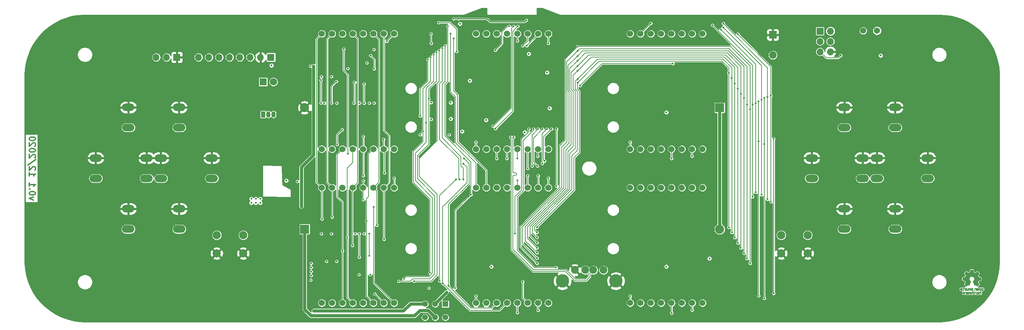
<source format=gbr>
G04 #@! TF.GenerationSoftware,KiCad,Pcbnew,(5.1.6-0-10_14)*
G04 #@! TF.CreationDate,2020-12-22T21:50:37-08:00*
G04 #@! TF.ProjectId,handheld,68616e64-6865-46c6-942e-6b696361645f,rev?*
G04 #@! TF.SameCoordinates,Original*
G04 #@! TF.FileFunction,Copper,L4,Bot*
G04 #@! TF.FilePolarity,Positive*
%FSLAX46Y46*%
G04 Gerber Fmt 4.6, Leading zero omitted, Abs format (unit mm)*
G04 Created by KiCad (PCBNEW (5.1.6-0-10_14)) date 2020-12-22 21:50:37*
%MOMM*%
%LPD*%
G01*
G04 APERTURE LIST*
G04 #@! TA.AperFunction,NonConductor*
%ADD10C,0.304800*%
G04 #@! TD*
G04 #@! TA.AperFunction,EtchedComponent*
%ADD11C,0.010000*%
G04 #@! TD*
G04 #@! TA.AperFunction,ComponentPad*
%ADD12C,1.524000*%
G04 #@! TD*
G04 #@! TA.AperFunction,ComponentPad*
%ADD13R,1.050000X1.500000*%
G04 #@! TD*
G04 #@! TA.AperFunction,ComponentPad*
%ADD14O,1.050000X1.500000*%
G04 #@! TD*
G04 #@! TA.AperFunction,ComponentPad*
%ADD15C,2.230000*%
G04 #@! TD*
G04 #@! TA.AperFunction,ComponentPad*
%ADD16R,2.230000X2.230000*%
G04 #@! TD*
G04 #@! TA.AperFunction,ComponentPad*
%ADD17C,1.800000*%
G04 #@! TD*
G04 #@! TA.AperFunction,ComponentPad*
%ADD18R,1.800000X1.800000*%
G04 #@! TD*
G04 #@! TA.AperFunction,ComponentPad*
%ADD19C,1.400000*%
G04 #@! TD*
G04 #@! TA.AperFunction,ComponentPad*
%ADD20R,1.400000X1.400000*%
G04 #@! TD*
G04 #@! TA.AperFunction,ComponentPad*
%ADD21C,2.000000*%
G04 #@! TD*
G04 #@! TA.AperFunction,ComponentPad*
%ADD22C,1.850000*%
G04 #@! TD*
G04 #@! TA.AperFunction,ComponentPad*
%ADD23R,1.850000X1.850000*%
G04 #@! TD*
G04 #@! TA.AperFunction,ComponentPad*
%ADD24O,1.700000X1.700000*%
G04 #@! TD*
G04 #@! TA.AperFunction,ComponentPad*
%ADD25R,1.700000X1.700000*%
G04 #@! TD*
G04 #@! TA.AperFunction,ComponentPad*
%ADD26O,3.048000X1.850000*%
G04 #@! TD*
G04 #@! TA.AperFunction,ComponentPad*
%ADD27C,1.500000*%
G04 #@! TD*
G04 #@! TA.AperFunction,ComponentPad*
%ADD28C,1.900000*%
G04 #@! TD*
G04 #@! TA.AperFunction,ComponentPad*
%ADD29C,3.300000*%
G04 #@! TD*
G04 #@! TA.AperFunction,ViaPad*
%ADD30C,0.508000*%
G04 #@! TD*
G04 #@! TA.AperFunction,Conductor*
%ADD31C,0.762000*%
G04 #@! TD*
G04 #@! TA.AperFunction,Conductor*
%ADD32C,0.177800*%
G04 #@! TD*
G04 #@! TA.AperFunction,Conductor*
%ADD33C,0.152400*%
G04 #@! TD*
G04 #@! TA.AperFunction,Conductor*
%ADD34C,0.254000*%
G04 #@! TD*
G04 APERTURE END LIST*
D10*
X34721428Y-109385714D02*
X33721428Y-109028571D01*
X34721428Y-108671428D01*
X35221428Y-107814285D02*
X35221428Y-107671428D01*
X35150000Y-107528571D01*
X35078571Y-107457142D01*
X34935714Y-107385714D01*
X34650000Y-107314285D01*
X34292857Y-107314285D01*
X34007142Y-107385714D01*
X33864285Y-107457142D01*
X33792857Y-107528571D01*
X33721428Y-107671428D01*
X33721428Y-107814285D01*
X33792857Y-107957142D01*
X33864285Y-108028571D01*
X34007142Y-108100000D01*
X34292857Y-108171428D01*
X34650000Y-108171428D01*
X34935714Y-108100000D01*
X35078571Y-108028571D01*
X35150000Y-107957142D01*
X35221428Y-107814285D01*
X33864285Y-106671428D02*
X33792857Y-106600000D01*
X33721428Y-106671428D01*
X33792857Y-106742857D01*
X33864285Y-106671428D01*
X33721428Y-106671428D01*
X33721428Y-105171428D02*
X33721428Y-106028571D01*
X33721428Y-105600000D02*
X35221428Y-105600000D01*
X35007142Y-105742857D01*
X34864285Y-105885714D01*
X34792857Y-106028571D01*
X33721428Y-102600000D02*
X33721428Y-103457142D01*
X33721428Y-103028571D02*
X35221428Y-103028571D01*
X35007142Y-103171428D01*
X34864285Y-103314285D01*
X34792857Y-103457142D01*
X35078571Y-102028571D02*
X35150000Y-101957142D01*
X35221428Y-101814285D01*
X35221428Y-101457142D01*
X35150000Y-101314285D01*
X35078571Y-101242857D01*
X34935714Y-101171428D01*
X34792857Y-101171428D01*
X34578571Y-101242857D01*
X33721428Y-102100000D01*
X33721428Y-101171428D01*
X35292857Y-99457142D02*
X33364285Y-100742857D01*
X35078571Y-99028571D02*
X35150000Y-98957142D01*
X35221428Y-98814285D01*
X35221428Y-98457142D01*
X35150000Y-98314285D01*
X35078571Y-98242857D01*
X34935714Y-98171428D01*
X34792857Y-98171428D01*
X34578571Y-98242857D01*
X33721428Y-99100000D01*
X33721428Y-98171428D01*
X35221428Y-97242857D02*
X35221428Y-97100000D01*
X35150000Y-96957142D01*
X35078571Y-96885714D01*
X34935714Y-96814285D01*
X34650000Y-96742857D01*
X34292857Y-96742857D01*
X34007142Y-96814285D01*
X33864285Y-96885714D01*
X33792857Y-96957142D01*
X33721428Y-97100000D01*
X33721428Y-97242857D01*
X33792857Y-97385714D01*
X33864285Y-97457142D01*
X34007142Y-97528571D01*
X34292857Y-97600000D01*
X34650000Y-97600000D01*
X34935714Y-97528571D01*
X35078571Y-97457142D01*
X35150000Y-97385714D01*
X35221428Y-97242857D01*
X35078571Y-96171428D02*
X35150000Y-96100000D01*
X35221428Y-95957142D01*
X35221428Y-95600000D01*
X35150000Y-95457142D01*
X35078571Y-95385714D01*
X34935714Y-95314285D01*
X34792857Y-95314285D01*
X34578571Y-95385714D01*
X33721428Y-96242857D01*
X33721428Y-95314285D01*
X35221428Y-94385714D02*
X35221428Y-94242857D01*
X35150000Y-94100000D01*
X35078571Y-94028571D01*
X34935714Y-93957142D01*
X34650000Y-93885714D01*
X34292857Y-93885714D01*
X34007142Y-93957142D01*
X33864285Y-94028571D01*
X33792857Y-94100000D01*
X33721428Y-94242857D01*
X33721428Y-94385714D01*
X33792857Y-94528571D01*
X33864285Y-94600000D01*
X34007142Y-94671428D01*
X34292857Y-94742857D01*
X34650000Y-94742857D01*
X34935714Y-94671428D01*
X35078571Y-94600000D01*
X35150000Y-94528571D01*
X35221428Y-94385714D01*
D11*
G36*
X267308759Y-131069184D02*
G01*
X267282247Y-131082282D01*
X267249553Y-131105106D01*
X267225725Y-131129996D01*
X267209406Y-131161249D01*
X267199240Y-131203166D01*
X267193872Y-131260044D01*
X267191944Y-131336184D01*
X267191831Y-131368917D01*
X267192161Y-131440656D01*
X267193527Y-131491927D01*
X267196500Y-131527404D01*
X267201649Y-131551763D01*
X267209543Y-131569680D01*
X267217757Y-131581902D01*
X267270187Y-131633905D01*
X267331930Y-131665184D01*
X267398536Y-131674592D01*
X267465558Y-131660980D01*
X267486792Y-131651354D01*
X267537624Y-131624859D01*
X267537624Y-132040052D01*
X267500525Y-132020868D01*
X267451643Y-132006025D01*
X267391561Y-132002222D01*
X267331564Y-132009243D01*
X267286256Y-132025013D01*
X267248675Y-132055047D01*
X267216564Y-132098024D01*
X267214150Y-132102436D01*
X267203967Y-132123221D01*
X267196530Y-132144170D01*
X267191411Y-132169548D01*
X267188181Y-132203618D01*
X267186413Y-132250641D01*
X267185677Y-132314882D01*
X267185544Y-132387176D01*
X267185544Y-132617822D01*
X267323861Y-132617822D01*
X267323861Y-132192533D01*
X267362549Y-132159979D01*
X267402738Y-132133940D01*
X267440797Y-132129205D01*
X267479066Y-132141389D01*
X267499462Y-132153320D01*
X267514642Y-132170313D01*
X267525438Y-132195995D01*
X267532683Y-132233991D01*
X267537208Y-132287926D01*
X267539844Y-132361425D01*
X267540772Y-132410347D01*
X267543911Y-132611535D01*
X267609926Y-132615336D01*
X267675940Y-132619136D01*
X267675940Y-131370650D01*
X267537624Y-131370650D01*
X267534097Y-131440254D01*
X267522215Y-131488569D01*
X267500020Y-131518631D01*
X267465559Y-131533471D01*
X267430742Y-131536436D01*
X267391329Y-131533028D01*
X267365171Y-131519617D01*
X267348814Y-131501896D01*
X267335937Y-131482835D01*
X267328272Y-131461601D01*
X267324861Y-131431849D01*
X267324749Y-131387236D01*
X267325897Y-131349880D01*
X267328532Y-131293604D01*
X267332456Y-131256658D01*
X267339063Y-131233223D01*
X267349749Y-131217480D01*
X267359833Y-131208380D01*
X267401970Y-131188537D01*
X267451840Y-131185332D01*
X267480476Y-131192168D01*
X267508828Y-131216464D01*
X267527609Y-131263728D01*
X267536712Y-131333624D01*
X267537624Y-131370650D01*
X267675940Y-131370650D01*
X267675940Y-131058614D01*
X267606782Y-131058614D01*
X267565260Y-131060256D01*
X267543838Y-131066087D01*
X267537626Y-131077461D01*
X267537624Y-131077798D01*
X267534742Y-131088938D01*
X267522030Y-131087673D01*
X267496757Y-131075433D01*
X267437869Y-131056707D01*
X267371615Y-131054739D01*
X267308759Y-131069184D01*
G37*
X267308759Y-131069184D02*
X267282247Y-131082282D01*
X267249553Y-131105106D01*
X267225725Y-131129996D01*
X267209406Y-131161249D01*
X267199240Y-131203166D01*
X267193872Y-131260044D01*
X267191944Y-131336184D01*
X267191831Y-131368917D01*
X267192161Y-131440656D01*
X267193527Y-131491927D01*
X267196500Y-131527404D01*
X267201649Y-131551763D01*
X267209543Y-131569680D01*
X267217757Y-131581902D01*
X267270187Y-131633905D01*
X267331930Y-131665184D01*
X267398536Y-131674592D01*
X267465558Y-131660980D01*
X267486792Y-131651354D01*
X267537624Y-131624859D01*
X267537624Y-132040052D01*
X267500525Y-132020868D01*
X267451643Y-132006025D01*
X267391561Y-132002222D01*
X267331564Y-132009243D01*
X267286256Y-132025013D01*
X267248675Y-132055047D01*
X267216564Y-132098024D01*
X267214150Y-132102436D01*
X267203967Y-132123221D01*
X267196530Y-132144170D01*
X267191411Y-132169548D01*
X267188181Y-132203618D01*
X267186413Y-132250641D01*
X267185677Y-132314882D01*
X267185544Y-132387176D01*
X267185544Y-132617822D01*
X267323861Y-132617822D01*
X267323861Y-132192533D01*
X267362549Y-132159979D01*
X267402738Y-132133940D01*
X267440797Y-132129205D01*
X267479066Y-132141389D01*
X267499462Y-132153320D01*
X267514642Y-132170313D01*
X267525438Y-132195995D01*
X267532683Y-132233991D01*
X267537208Y-132287926D01*
X267539844Y-132361425D01*
X267540772Y-132410347D01*
X267543911Y-132611535D01*
X267609926Y-132615336D01*
X267675940Y-132619136D01*
X267675940Y-131370650D01*
X267537624Y-131370650D01*
X267534097Y-131440254D01*
X267522215Y-131488569D01*
X267500020Y-131518631D01*
X267465559Y-131533471D01*
X267430742Y-131536436D01*
X267391329Y-131533028D01*
X267365171Y-131519617D01*
X267348814Y-131501896D01*
X267335937Y-131482835D01*
X267328272Y-131461601D01*
X267324861Y-131431849D01*
X267324749Y-131387236D01*
X267325897Y-131349880D01*
X267328532Y-131293604D01*
X267332456Y-131256658D01*
X267339063Y-131233223D01*
X267349749Y-131217480D01*
X267359833Y-131208380D01*
X267401970Y-131188537D01*
X267451840Y-131185332D01*
X267480476Y-131192168D01*
X267508828Y-131216464D01*
X267527609Y-131263728D01*
X267536712Y-131333624D01*
X267537624Y-131370650D01*
X267675940Y-131370650D01*
X267675940Y-131058614D01*
X267606782Y-131058614D01*
X267565260Y-131060256D01*
X267543838Y-131066087D01*
X267537626Y-131077461D01*
X267537624Y-131077798D01*
X267534742Y-131088938D01*
X267522030Y-131087673D01*
X267496757Y-131075433D01*
X267437869Y-131056707D01*
X267371615Y-131054739D01*
X267308759Y-131069184D01*
G36*
X266784210Y-132006555D02*
G01*
X266725055Y-132022339D01*
X266680023Y-132050948D01*
X266648246Y-132088419D01*
X266638366Y-132104411D01*
X266631073Y-132121163D01*
X266625974Y-132142592D01*
X266622679Y-132172616D01*
X266620797Y-132215154D01*
X266619937Y-132274122D01*
X266619707Y-132353440D01*
X266619703Y-132374484D01*
X266619703Y-132617822D01*
X266680059Y-132617822D01*
X266718557Y-132615126D01*
X266747023Y-132608295D01*
X266754155Y-132604083D01*
X266773652Y-132596813D01*
X266793566Y-132604083D01*
X266826353Y-132613160D01*
X266873978Y-132616813D01*
X266926764Y-132615228D01*
X266975036Y-132608589D01*
X267003218Y-132600072D01*
X267057753Y-132565063D01*
X267091835Y-132516479D01*
X267107157Y-132451882D01*
X267107299Y-132450223D01*
X267105955Y-132421566D01*
X266984356Y-132421566D01*
X266973726Y-132454161D01*
X266956410Y-132472505D01*
X266921652Y-132486379D01*
X266875773Y-132491917D01*
X266828988Y-132489191D01*
X266791514Y-132478274D01*
X266781015Y-132471269D01*
X266762668Y-132438904D01*
X266758020Y-132402111D01*
X266758020Y-132353763D01*
X266827582Y-132353763D01*
X266893667Y-132358850D01*
X266943764Y-132373263D01*
X266974929Y-132395729D01*
X266984356Y-132421566D01*
X267105955Y-132421566D01*
X267103987Y-132379647D01*
X267080710Y-132323845D01*
X267036948Y-132281647D01*
X267030899Y-132277808D01*
X267004907Y-132265309D01*
X266972735Y-132257740D01*
X266927760Y-132254061D01*
X266874331Y-132253216D01*
X266758020Y-132253169D01*
X266758020Y-132204411D01*
X266762953Y-132166581D01*
X266775543Y-132141236D01*
X266777017Y-132139887D01*
X266805034Y-132128800D01*
X266847326Y-132124503D01*
X266894064Y-132126615D01*
X266935418Y-132134756D01*
X266959957Y-132146965D01*
X266973253Y-132156746D01*
X266987294Y-132158613D01*
X267006671Y-132150600D01*
X267035976Y-132130739D01*
X267079803Y-132097063D01*
X267083825Y-132093909D01*
X267081764Y-132082236D01*
X267064568Y-132062822D01*
X267038433Y-132041248D01*
X267009552Y-132023096D01*
X267000478Y-132018809D01*
X266967380Y-132010256D01*
X266918880Y-132004155D01*
X266864695Y-132001708D01*
X266862161Y-132001703D01*
X266784210Y-132006555D01*
G37*
X266784210Y-132006555D02*
X266725055Y-132022339D01*
X266680023Y-132050948D01*
X266648246Y-132088419D01*
X266638366Y-132104411D01*
X266631073Y-132121163D01*
X266625974Y-132142592D01*
X266622679Y-132172616D01*
X266620797Y-132215154D01*
X266619937Y-132274122D01*
X266619707Y-132353440D01*
X266619703Y-132374484D01*
X266619703Y-132617822D01*
X266680059Y-132617822D01*
X266718557Y-132615126D01*
X266747023Y-132608295D01*
X266754155Y-132604083D01*
X266773652Y-132596813D01*
X266793566Y-132604083D01*
X266826353Y-132613160D01*
X266873978Y-132616813D01*
X266926764Y-132615228D01*
X266975036Y-132608589D01*
X267003218Y-132600072D01*
X267057753Y-132565063D01*
X267091835Y-132516479D01*
X267107157Y-132451882D01*
X267107299Y-132450223D01*
X267105955Y-132421566D01*
X266984356Y-132421566D01*
X266973726Y-132454161D01*
X266956410Y-132472505D01*
X266921652Y-132486379D01*
X266875773Y-132491917D01*
X266828988Y-132489191D01*
X266791514Y-132478274D01*
X266781015Y-132471269D01*
X266762668Y-132438904D01*
X266758020Y-132402111D01*
X266758020Y-132353763D01*
X266827582Y-132353763D01*
X266893667Y-132358850D01*
X266943764Y-132373263D01*
X266974929Y-132395729D01*
X266984356Y-132421566D01*
X267105955Y-132421566D01*
X267103987Y-132379647D01*
X267080710Y-132323845D01*
X267036948Y-132281647D01*
X267030899Y-132277808D01*
X267004907Y-132265309D01*
X266972735Y-132257740D01*
X266927760Y-132254061D01*
X266874331Y-132253216D01*
X266758020Y-132253169D01*
X266758020Y-132204411D01*
X266762953Y-132166581D01*
X266775543Y-132141236D01*
X266777017Y-132139887D01*
X266805034Y-132128800D01*
X266847326Y-132124503D01*
X266894064Y-132126615D01*
X266935418Y-132134756D01*
X266959957Y-132146965D01*
X266973253Y-132156746D01*
X266987294Y-132158613D01*
X267006671Y-132150600D01*
X267035976Y-132130739D01*
X267079803Y-132097063D01*
X267083825Y-132093909D01*
X267081764Y-132082236D01*
X267064568Y-132062822D01*
X267038433Y-132041248D01*
X267009552Y-132023096D01*
X267000478Y-132018809D01*
X266967380Y-132010256D01*
X266918880Y-132004155D01*
X266864695Y-132001708D01*
X266862161Y-132001703D01*
X266784210Y-132006555D01*
G36*
X266393356Y-132003020D02*
G01*
X266374539Y-132008660D01*
X266368473Y-132021053D01*
X266368218Y-132026647D01*
X266367129Y-132042230D01*
X266359632Y-132044676D01*
X266339381Y-132033993D01*
X266327351Y-132026694D01*
X266289400Y-132011063D01*
X266244072Y-132003334D01*
X266196544Y-132002740D01*
X266151995Y-132008513D01*
X266115602Y-132019884D01*
X266092543Y-132036088D01*
X266087996Y-132056355D01*
X266090291Y-132061843D01*
X266107020Y-132084626D01*
X266132963Y-132112647D01*
X266137655Y-132117177D01*
X266162383Y-132138005D01*
X266183718Y-132144735D01*
X266213555Y-132140038D01*
X266225508Y-132136917D01*
X266262705Y-132129421D01*
X266288859Y-132132792D01*
X266310946Y-132144681D01*
X266331178Y-132160635D01*
X266346079Y-132180700D01*
X266356434Y-132208702D01*
X266363029Y-132248467D01*
X266366649Y-132303823D01*
X266368078Y-132378594D01*
X266368218Y-132423740D01*
X266368218Y-132617822D01*
X266493960Y-132617822D01*
X266493960Y-132001683D01*
X266431089Y-132001683D01*
X266393356Y-132003020D01*
G37*
X266393356Y-132003020D02*
X266374539Y-132008660D01*
X266368473Y-132021053D01*
X266368218Y-132026647D01*
X266367129Y-132042230D01*
X266359632Y-132044676D01*
X266339381Y-132033993D01*
X266327351Y-132026694D01*
X266289400Y-132011063D01*
X266244072Y-132003334D01*
X266196544Y-132002740D01*
X266151995Y-132008513D01*
X266115602Y-132019884D01*
X266092543Y-132036088D01*
X266087996Y-132056355D01*
X266090291Y-132061843D01*
X266107020Y-132084626D01*
X266132963Y-132112647D01*
X266137655Y-132117177D01*
X266162383Y-132138005D01*
X266183718Y-132144735D01*
X266213555Y-132140038D01*
X266225508Y-132136917D01*
X266262705Y-132129421D01*
X266288859Y-132132792D01*
X266310946Y-132144681D01*
X266331178Y-132160635D01*
X266346079Y-132180700D01*
X266356434Y-132208702D01*
X266363029Y-132248467D01*
X266366649Y-132303823D01*
X266368078Y-132378594D01*
X266368218Y-132423740D01*
X266368218Y-132617822D01*
X266493960Y-132617822D01*
X266493960Y-132001683D01*
X266431089Y-132001683D01*
X266393356Y-132003020D01*
G36*
X265601188Y-132617822D02*
G01*
X265670346Y-132617822D01*
X265710488Y-132616645D01*
X265731394Y-132611772D01*
X265738922Y-132601186D01*
X265739505Y-132594029D01*
X265740774Y-132579676D01*
X265748779Y-132576923D01*
X265769815Y-132585771D01*
X265786173Y-132594029D01*
X265848977Y-132613597D01*
X265917248Y-132614729D01*
X265972752Y-132600135D01*
X266024438Y-132564877D01*
X266063838Y-132512835D01*
X266085413Y-132451450D01*
X266085962Y-132448018D01*
X266089167Y-132410571D01*
X266090761Y-132356813D01*
X266090633Y-132316155D01*
X265953279Y-132316155D01*
X265950097Y-132370194D01*
X265942859Y-132414735D01*
X265933060Y-132439888D01*
X265895989Y-132474260D01*
X265851974Y-132486582D01*
X265806584Y-132476618D01*
X265767797Y-132446895D01*
X265753108Y-132426905D01*
X265744519Y-132403050D01*
X265740496Y-132368230D01*
X265739505Y-132315930D01*
X265741278Y-132264139D01*
X265745963Y-132218634D01*
X265752603Y-132188181D01*
X265753710Y-132185452D01*
X265780491Y-132153000D01*
X265819579Y-132135183D01*
X265863315Y-132132306D01*
X265904038Y-132144674D01*
X265934087Y-132172593D01*
X265937204Y-132178148D01*
X265946961Y-132212022D01*
X265952277Y-132260728D01*
X265953279Y-132316155D01*
X266090633Y-132316155D01*
X266090568Y-132295540D01*
X266089664Y-132262563D01*
X266083514Y-132180981D01*
X266070733Y-132119730D01*
X266049471Y-132074449D01*
X266017878Y-132040779D01*
X265987207Y-132021014D01*
X265944354Y-132007120D01*
X265891056Y-132002354D01*
X265836480Y-132006236D01*
X265789792Y-132018282D01*
X265765124Y-132032693D01*
X265739505Y-132055878D01*
X265739505Y-131762773D01*
X265601188Y-131762773D01*
X265601188Y-132617822D01*
G37*
X265601188Y-132617822D02*
X265670346Y-132617822D01*
X265710488Y-132616645D01*
X265731394Y-132611772D01*
X265738922Y-132601186D01*
X265739505Y-132594029D01*
X265740774Y-132579676D01*
X265748779Y-132576923D01*
X265769815Y-132585771D01*
X265786173Y-132594029D01*
X265848977Y-132613597D01*
X265917248Y-132614729D01*
X265972752Y-132600135D01*
X266024438Y-132564877D01*
X266063838Y-132512835D01*
X266085413Y-132451450D01*
X266085962Y-132448018D01*
X266089167Y-132410571D01*
X266090761Y-132356813D01*
X266090633Y-132316155D01*
X265953279Y-132316155D01*
X265950097Y-132370194D01*
X265942859Y-132414735D01*
X265933060Y-132439888D01*
X265895989Y-132474260D01*
X265851974Y-132486582D01*
X265806584Y-132476618D01*
X265767797Y-132446895D01*
X265753108Y-132426905D01*
X265744519Y-132403050D01*
X265740496Y-132368230D01*
X265739505Y-132315930D01*
X265741278Y-132264139D01*
X265745963Y-132218634D01*
X265752603Y-132188181D01*
X265753710Y-132185452D01*
X265780491Y-132153000D01*
X265819579Y-132135183D01*
X265863315Y-132132306D01*
X265904038Y-132144674D01*
X265934087Y-132172593D01*
X265937204Y-132178148D01*
X265946961Y-132212022D01*
X265952277Y-132260728D01*
X265953279Y-132316155D01*
X266090633Y-132316155D01*
X266090568Y-132295540D01*
X266089664Y-132262563D01*
X266083514Y-132180981D01*
X266070733Y-132119730D01*
X266049471Y-132074449D01*
X266017878Y-132040779D01*
X265987207Y-132021014D01*
X265944354Y-132007120D01*
X265891056Y-132002354D01*
X265836480Y-132006236D01*
X265789792Y-132018282D01*
X265765124Y-132032693D01*
X265739505Y-132055878D01*
X265739505Y-131762773D01*
X265601188Y-131762773D01*
X265601188Y-132617822D01*
G36*
X265118476Y-132004237D02*
G01*
X265068745Y-132007971D01*
X264938709Y-132397773D01*
X264918322Y-132328614D01*
X264906054Y-132285874D01*
X264889915Y-132228115D01*
X264872488Y-132164625D01*
X264863274Y-132130570D01*
X264828612Y-132001683D01*
X264685609Y-132001683D01*
X264728354Y-132136857D01*
X264749404Y-132203342D01*
X264774833Y-132283539D01*
X264801390Y-132367193D01*
X264825098Y-132441782D01*
X264879098Y-132611535D01*
X264937402Y-132615328D01*
X264995705Y-132619122D01*
X265027321Y-132514734D01*
X265046818Y-132449889D01*
X265068096Y-132378400D01*
X265086692Y-132315263D01*
X265087426Y-132312750D01*
X265101316Y-132269969D01*
X265113571Y-132240779D01*
X265122154Y-132229741D01*
X265123918Y-132231018D01*
X265130109Y-132248130D01*
X265141872Y-132284787D01*
X265157775Y-132336378D01*
X265176386Y-132398294D01*
X265186457Y-132432352D01*
X265240993Y-132617822D01*
X265356736Y-132617822D01*
X265449263Y-132325471D01*
X265475256Y-132243462D01*
X265498934Y-132168987D01*
X265519180Y-132105544D01*
X265534874Y-132056632D01*
X265544898Y-132025749D01*
X265547945Y-132016726D01*
X265545533Y-132007487D01*
X265526592Y-132003441D01*
X265487177Y-132003846D01*
X265481007Y-132004152D01*
X265407914Y-132007971D01*
X265360043Y-132184010D01*
X265342447Y-132248211D01*
X265326723Y-132304649D01*
X265314254Y-132348422D01*
X265306426Y-132374630D01*
X265304980Y-132378903D01*
X265298986Y-132373990D01*
X265286899Y-132348532D01*
X265270107Y-132305997D01*
X265249997Y-132249850D01*
X265232997Y-132199130D01*
X265168206Y-132000504D01*
X265118476Y-132004237D01*
G37*
X265118476Y-132004237D02*
X265068745Y-132007971D01*
X264938709Y-132397773D01*
X264918322Y-132328614D01*
X264906054Y-132285874D01*
X264889915Y-132228115D01*
X264872488Y-132164625D01*
X264863274Y-132130570D01*
X264828612Y-132001683D01*
X264685609Y-132001683D01*
X264728354Y-132136857D01*
X264749404Y-132203342D01*
X264774833Y-132283539D01*
X264801390Y-132367193D01*
X264825098Y-132441782D01*
X264879098Y-132611535D01*
X264937402Y-132615328D01*
X264995705Y-132619122D01*
X265027321Y-132514734D01*
X265046818Y-132449889D01*
X265068096Y-132378400D01*
X265086692Y-132315263D01*
X265087426Y-132312750D01*
X265101316Y-132269969D01*
X265113571Y-132240779D01*
X265122154Y-132229741D01*
X265123918Y-132231018D01*
X265130109Y-132248130D01*
X265141872Y-132284787D01*
X265157775Y-132336378D01*
X265176386Y-132398294D01*
X265186457Y-132432352D01*
X265240993Y-132617822D01*
X265356736Y-132617822D01*
X265449263Y-132325471D01*
X265475256Y-132243462D01*
X265498934Y-132168987D01*
X265519180Y-132105544D01*
X265534874Y-132056632D01*
X265544898Y-132025749D01*
X265547945Y-132016726D01*
X265545533Y-132007487D01*
X265526592Y-132003441D01*
X265487177Y-132003846D01*
X265481007Y-132004152D01*
X265407914Y-132007971D01*
X265360043Y-132184010D01*
X265342447Y-132248211D01*
X265326723Y-132304649D01*
X265314254Y-132348422D01*
X265306426Y-132374630D01*
X265304980Y-132378903D01*
X265298986Y-132373990D01*
X265286899Y-132348532D01*
X265270107Y-132305997D01*
X265249997Y-132249850D01*
X265232997Y-132199130D01*
X265168206Y-132000504D01*
X265118476Y-132004237D01*
G36*
X264361589Y-132005417D02*
G01*
X264308589Y-132018290D01*
X264293269Y-132025110D01*
X264263572Y-132042974D01*
X264240780Y-132063093D01*
X264223917Y-132088962D01*
X264212002Y-132124073D01*
X264204058Y-132171920D01*
X264199106Y-132235996D01*
X264196169Y-132319794D01*
X264195053Y-132375768D01*
X264190948Y-132617822D01*
X264261068Y-132617822D01*
X264303607Y-132616038D01*
X264325524Y-132609942D01*
X264331188Y-132599706D01*
X264334179Y-132588637D01*
X264347549Y-132590754D01*
X264365767Y-132599629D01*
X264411376Y-132613233D01*
X264469993Y-132616899D01*
X264531646Y-132610903D01*
X264586362Y-132595521D01*
X264591270Y-132593386D01*
X264641277Y-132558255D01*
X264674244Y-132509419D01*
X264689413Y-132452333D01*
X264688254Y-132431824D01*
X264564492Y-132431824D01*
X264553587Y-132459425D01*
X264521255Y-132479204D01*
X264469090Y-132489819D01*
X264441213Y-132491228D01*
X264394753Y-132487620D01*
X264363871Y-132473597D01*
X264356336Y-132466931D01*
X264335924Y-132430666D01*
X264331188Y-132397773D01*
X264331188Y-132353763D01*
X264392487Y-132353763D01*
X264463744Y-132357395D01*
X264513724Y-132368818D01*
X264545304Y-132388824D01*
X264552374Y-132397743D01*
X264564492Y-132431824D01*
X264688254Y-132431824D01*
X264686029Y-132392456D01*
X264663337Y-132335244D01*
X264632376Y-132296580D01*
X264613624Y-132279864D01*
X264595267Y-132268878D01*
X264571381Y-132262180D01*
X264536043Y-132258326D01*
X264483331Y-132255873D01*
X264462423Y-132255168D01*
X264331188Y-132250879D01*
X264331380Y-132211158D01*
X264336463Y-132169405D01*
X264354838Y-132144158D01*
X264391961Y-132128030D01*
X264392957Y-132127742D01*
X264445590Y-132121400D01*
X264497094Y-132129684D01*
X264535370Y-132149827D01*
X264550728Y-132159773D01*
X264567270Y-132158397D01*
X264592725Y-132143987D01*
X264607672Y-132133817D01*
X264636909Y-132112088D01*
X264655020Y-132095800D01*
X264657926Y-132091137D01*
X264645960Y-132067005D01*
X264610604Y-132038185D01*
X264595247Y-132028461D01*
X264551099Y-132011714D01*
X264491602Y-132002227D01*
X264425513Y-132000095D01*
X264361589Y-132005417D01*
G37*
X264361589Y-132005417D02*
X264308589Y-132018290D01*
X264293269Y-132025110D01*
X264263572Y-132042974D01*
X264240780Y-132063093D01*
X264223917Y-132088962D01*
X264212002Y-132124073D01*
X264204058Y-132171920D01*
X264199106Y-132235996D01*
X264196169Y-132319794D01*
X264195053Y-132375768D01*
X264190948Y-132617822D01*
X264261068Y-132617822D01*
X264303607Y-132616038D01*
X264325524Y-132609942D01*
X264331188Y-132599706D01*
X264334179Y-132588637D01*
X264347549Y-132590754D01*
X264365767Y-132599629D01*
X264411376Y-132613233D01*
X264469993Y-132616899D01*
X264531646Y-132610903D01*
X264586362Y-132595521D01*
X264591270Y-132593386D01*
X264641277Y-132558255D01*
X264674244Y-132509419D01*
X264689413Y-132452333D01*
X264688254Y-132431824D01*
X264564492Y-132431824D01*
X264553587Y-132459425D01*
X264521255Y-132479204D01*
X264469090Y-132489819D01*
X264441213Y-132491228D01*
X264394753Y-132487620D01*
X264363871Y-132473597D01*
X264356336Y-132466931D01*
X264335924Y-132430666D01*
X264331188Y-132397773D01*
X264331188Y-132353763D01*
X264392487Y-132353763D01*
X264463744Y-132357395D01*
X264513724Y-132368818D01*
X264545304Y-132388824D01*
X264552374Y-132397743D01*
X264564492Y-132431824D01*
X264688254Y-132431824D01*
X264686029Y-132392456D01*
X264663337Y-132335244D01*
X264632376Y-132296580D01*
X264613624Y-132279864D01*
X264595267Y-132268878D01*
X264571381Y-132262180D01*
X264536043Y-132258326D01*
X264483331Y-132255873D01*
X264462423Y-132255168D01*
X264331188Y-132250879D01*
X264331380Y-132211158D01*
X264336463Y-132169405D01*
X264354838Y-132144158D01*
X264391961Y-132128030D01*
X264392957Y-132127742D01*
X264445590Y-132121400D01*
X264497094Y-132129684D01*
X264535370Y-132149827D01*
X264550728Y-132159773D01*
X264567270Y-132158397D01*
X264592725Y-132143987D01*
X264607672Y-132133817D01*
X264636909Y-132112088D01*
X264655020Y-132095800D01*
X264657926Y-132091137D01*
X264645960Y-132067005D01*
X264610604Y-132038185D01*
X264595247Y-132028461D01*
X264551099Y-132011714D01*
X264491602Y-132002227D01*
X264425513Y-132000095D01*
X264361589Y-132005417D01*
G36*
X263764745Y-132001486D02*
G01*
X263716405Y-132011015D01*
X263688886Y-132025125D01*
X263659936Y-132048568D01*
X263701124Y-132100571D01*
X263726518Y-132132064D01*
X263743762Y-132147428D01*
X263760898Y-132149776D01*
X263785973Y-132142217D01*
X263797743Y-132137941D01*
X263845730Y-132131631D01*
X263889676Y-132145156D01*
X263921940Y-132175710D01*
X263927181Y-132185452D01*
X263932888Y-132211258D01*
X263937294Y-132258817D01*
X263940189Y-132324758D01*
X263941369Y-132405710D01*
X263941386Y-132417226D01*
X263941386Y-132617822D01*
X264079703Y-132617822D01*
X264079703Y-132001683D01*
X264010544Y-132001683D01*
X263970667Y-132002725D01*
X263949893Y-132007358D01*
X263942211Y-132017849D01*
X263941386Y-132027745D01*
X263941386Y-132053806D01*
X263908255Y-132027745D01*
X263870265Y-132009965D01*
X263819230Y-132001174D01*
X263764745Y-132001486D01*
G37*
X263764745Y-132001486D02*
X263716405Y-132011015D01*
X263688886Y-132025125D01*
X263659936Y-132048568D01*
X263701124Y-132100571D01*
X263726518Y-132132064D01*
X263743762Y-132147428D01*
X263760898Y-132149776D01*
X263785973Y-132142217D01*
X263797743Y-132137941D01*
X263845730Y-132131631D01*
X263889676Y-132145156D01*
X263921940Y-132175710D01*
X263927181Y-132185452D01*
X263932888Y-132211258D01*
X263937294Y-132258817D01*
X263940189Y-132324758D01*
X263941369Y-132405710D01*
X263941386Y-132417226D01*
X263941386Y-132617822D01*
X264079703Y-132617822D01*
X264079703Y-132001683D01*
X264010544Y-132001683D01*
X263970667Y-132002725D01*
X263949893Y-132007358D01*
X263942211Y-132017849D01*
X263941386Y-132027745D01*
X263941386Y-132053806D01*
X263908255Y-132027745D01*
X263870265Y-132009965D01*
X263819230Y-132001174D01*
X263764745Y-132001486D01*
G36*
X263367419Y-132004970D02*
G01*
X263307315Y-132020597D01*
X263256979Y-132052848D01*
X263232607Y-132076940D01*
X263192655Y-132133895D01*
X263169758Y-132199965D01*
X263161892Y-132281182D01*
X263161852Y-132287748D01*
X263161782Y-132353763D01*
X263541736Y-132353763D01*
X263533637Y-132388342D01*
X263519013Y-132419659D01*
X263493419Y-132452291D01*
X263488065Y-132457500D01*
X263442057Y-132485694D01*
X263389590Y-132490475D01*
X263329197Y-132471926D01*
X263318960Y-132466931D01*
X263287561Y-132451745D01*
X263266530Y-132443094D01*
X263262861Y-132442293D01*
X263250052Y-132450063D01*
X263225622Y-132469072D01*
X263213221Y-132479460D01*
X263187524Y-132503321D01*
X263179085Y-132519077D01*
X263184942Y-132533571D01*
X263188072Y-132537534D01*
X263209275Y-132554879D01*
X263244262Y-132575959D01*
X263268663Y-132588265D01*
X263337928Y-132609946D01*
X263414612Y-132616971D01*
X263487235Y-132608647D01*
X263507574Y-132602686D01*
X263570524Y-132568952D01*
X263617185Y-132517045D01*
X263647827Y-132446459D01*
X263662718Y-132356692D01*
X263664353Y-132309753D01*
X263659579Y-132241413D01*
X263539010Y-132241413D01*
X263527348Y-132246465D01*
X263496002Y-132250429D01*
X263450429Y-132252768D01*
X263419554Y-132253169D01*
X263364019Y-132252783D01*
X263328967Y-132250975D01*
X263309738Y-132246773D01*
X263301670Y-132239203D01*
X263300099Y-132228218D01*
X263310879Y-132194381D01*
X263338020Y-132160940D01*
X263373723Y-132135272D01*
X263409440Y-132124772D01*
X263457952Y-132134086D01*
X263499947Y-132161013D01*
X263529064Y-132199827D01*
X263539010Y-132241413D01*
X263659579Y-132241413D01*
X263657401Y-132210236D01*
X263635945Y-132130949D01*
X263599530Y-132071263D01*
X263547703Y-132030549D01*
X263480010Y-132008179D01*
X263443338Y-132003871D01*
X263367419Y-132004970D01*
G37*
X263367419Y-132004970D02*
X263307315Y-132020597D01*
X263256979Y-132052848D01*
X263232607Y-132076940D01*
X263192655Y-132133895D01*
X263169758Y-132199965D01*
X263161892Y-132281182D01*
X263161852Y-132287748D01*
X263161782Y-132353763D01*
X263541736Y-132353763D01*
X263533637Y-132388342D01*
X263519013Y-132419659D01*
X263493419Y-132452291D01*
X263488065Y-132457500D01*
X263442057Y-132485694D01*
X263389590Y-132490475D01*
X263329197Y-132471926D01*
X263318960Y-132466931D01*
X263287561Y-132451745D01*
X263266530Y-132443094D01*
X263262861Y-132442293D01*
X263250052Y-132450063D01*
X263225622Y-132469072D01*
X263213221Y-132479460D01*
X263187524Y-132503321D01*
X263179085Y-132519077D01*
X263184942Y-132533571D01*
X263188072Y-132537534D01*
X263209275Y-132554879D01*
X263244262Y-132575959D01*
X263268663Y-132588265D01*
X263337928Y-132609946D01*
X263414612Y-132616971D01*
X263487235Y-132608647D01*
X263507574Y-132602686D01*
X263570524Y-132568952D01*
X263617185Y-132517045D01*
X263647827Y-132446459D01*
X263662718Y-132356692D01*
X263664353Y-132309753D01*
X263659579Y-132241413D01*
X263539010Y-132241413D01*
X263527348Y-132246465D01*
X263496002Y-132250429D01*
X263450429Y-132252768D01*
X263419554Y-132253169D01*
X263364019Y-132252783D01*
X263328967Y-132250975D01*
X263309738Y-132246773D01*
X263301670Y-132239203D01*
X263300099Y-132228218D01*
X263310879Y-132194381D01*
X263338020Y-132160940D01*
X263373723Y-132135272D01*
X263409440Y-132124772D01*
X263457952Y-132134086D01*
X263499947Y-132161013D01*
X263529064Y-132199827D01*
X263539010Y-132241413D01*
X263659579Y-132241413D01*
X263657401Y-132210236D01*
X263635945Y-132130949D01*
X263599530Y-132071263D01*
X263547703Y-132030549D01*
X263480010Y-132008179D01*
X263443338Y-132003871D01*
X263367419Y-132004970D01*
G36*
X267938261Y-131065148D02*
G01*
X267872479Y-131094231D01*
X267822540Y-131142793D01*
X267788374Y-131210908D01*
X267769907Y-131298651D01*
X267768583Y-131312351D01*
X267767546Y-131408939D01*
X267780993Y-131493602D01*
X267808108Y-131562221D01*
X267822627Y-131584294D01*
X267873201Y-131631011D01*
X267937609Y-131661268D01*
X268009666Y-131673824D01*
X268083185Y-131667439D01*
X268139072Y-131647772D01*
X268187132Y-131614629D01*
X268226412Y-131571175D01*
X268227092Y-131570158D01*
X268243044Y-131543338D01*
X268253410Y-131516368D01*
X268259688Y-131482332D01*
X268263373Y-131434310D01*
X268264997Y-131394931D01*
X268265672Y-131359219D01*
X268139955Y-131359219D01*
X268138726Y-131394770D01*
X268134266Y-131442094D01*
X268126397Y-131472465D01*
X268112207Y-131494072D01*
X268098917Y-131506694D01*
X268051802Y-131533122D01*
X268002505Y-131536653D01*
X267956593Y-131517639D01*
X267933638Y-131496331D01*
X267917096Y-131474859D01*
X267907421Y-131454313D01*
X267903174Y-131427574D01*
X267902920Y-131387523D01*
X267904228Y-131350638D01*
X267907043Y-131297947D01*
X267911505Y-131263772D01*
X267919548Y-131241480D01*
X267933103Y-131224442D01*
X267943845Y-131214703D01*
X267988777Y-131189123D01*
X268037249Y-131187847D01*
X268077894Y-131202999D01*
X268112567Y-131234642D01*
X268133224Y-131286620D01*
X268139955Y-131359219D01*
X268265672Y-131359219D01*
X268266479Y-131316621D01*
X268263948Y-131258056D01*
X268256362Y-131214007D01*
X268242681Y-131179248D01*
X268221865Y-131148551D01*
X268214147Y-131139436D01*
X268165889Y-131094021D01*
X268114128Y-131067493D01*
X268050828Y-131056379D01*
X268019961Y-131055471D01*
X267938261Y-131065148D01*
G37*
X267938261Y-131065148D02*
X267872479Y-131094231D01*
X267822540Y-131142793D01*
X267788374Y-131210908D01*
X267769907Y-131298651D01*
X267768583Y-131312351D01*
X267767546Y-131408939D01*
X267780993Y-131493602D01*
X267808108Y-131562221D01*
X267822627Y-131584294D01*
X267873201Y-131631011D01*
X267937609Y-131661268D01*
X268009666Y-131673824D01*
X268083185Y-131667439D01*
X268139072Y-131647772D01*
X268187132Y-131614629D01*
X268226412Y-131571175D01*
X268227092Y-131570158D01*
X268243044Y-131543338D01*
X268253410Y-131516368D01*
X268259688Y-131482332D01*
X268263373Y-131434310D01*
X268264997Y-131394931D01*
X268265672Y-131359219D01*
X268139955Y-131359219D01*
X268138726Y-131394770D01*
X268134266Y-131442094D01*
X268126397Y-131472465D01*
X268112207Y-131494072D01*
X268098917Y-131506694D01*
X268051802Y-131533122D01*
X268002505Y-131536653D01*
X267956593Y-131517639D01*
X267933638Y-131496331D01*
X267917096Y-131474859D01*
X267907421Y-131454313D01*
X267903174Y-131427574D01*
X267902920Y-131387523D01*
X267904228Y-131350638D01*
X267907043Y-131297947D01*
X267911505Y-131263772D01*
X267919548Y-131241480D01*
X267933103Y-131224442D01*
X267943845Y-131214703D01*
X267988777Y-131189123D01*
X268037249Y-131187847D01*
X268077894Y-131202999D01*
X268112567Y-131234642D01*
X268133224Y-131286620D01*
X268139955Y-131359219D01*
X268265672Y-131359219D01*
X268266479Y-131316621D01*
X268263948Y-131258056D01*
X268256362Y-131214007D01*
X268242681Y-131179248D01*
X268221865Y-131148551D01*
X268214147Y-131139436D01*
X268165889Y-131094021D01*
X268114128Y-131067493D01*
X268050828Y-131056379D01*
X268019961Y-131055471D01*
X267938261Y-131065148D01*
G36*
X266756699Y-131072614D02*
G01*
X266744168Y-131078514D01*
X266700799Y-131110283D01*
X266659790Y-131156646D01*
X266629168Y-131207696D01*
X266620459Y-131231166D01*
X266612512Y-131273091D01*
X266607774Y-131323757D01*
X266607199Y-131344679D01*
X266607129Y-131410693D01*
X266987083Y-131410693D01*
X266978983Y-131445273D01*
X266959104Y-131486170D01*
X266924347Y-131521514D01*
X266882998Y-131544282D01*
X266856649Y-131549010D01*
X266820916Y-131543273D01*
X266778282Y-131528882D01*
X266763799Y-131522262D01*
X266710240Y-131495513D01*
X266664533Y-131530376D01*
X266638158Y-131553955D01*
X266624124Y-131573417D01*
X266623414Y-131579129D01*
X266635951Y-131592973D01*
X266663428Y-131614012D01*
X266688366Y-131630425D01*
X266755664Y-131659930D01*
X266831110Y-131673284D01*
X266905888Y-131669812D01*
X266965495Y-131651663D01*
X267026941Y-131612784D01*
X267070608Y-131561595D01*
X267097926Y-131495367D01*
X267110322Y-131411371D01*
X267111421Y-131372936D01*
X267107022Y-131284861D01*
X267106482Y-131282299D01*
X266980582Y-131282299D01*
X266977115Y-131290558D01*
X266962863Y-131295113D01*
X266933470Y-131297065D01*
X266884575Y-131297517D01*
X266865748Y-131297525D01*
X266808467Y-131296843D01*
X266772141Y-131294364D01*
X266752604Y-131289443D01*
X266745690Y-131281434D01*
X266745445Y-131278862D01*
X266753336Y-131258423D01*
X266773085Y-131229789D01*
X266781575Y-131219763D01*
X266813094Y-131191408D01*
X266845949Y-131180259D01*
X266863651Y-131179327D01*
X266911539Y-131190981D01*
X266951699Y-131222285D01*
X266977173Y-131267752D01*
X266977625Y-131269233D01*
X266980582Y-131282299D01*
X267106482Y-131282299D01*
X267092392Y-131215510D01*
X267066038Y-131160025D01*
X267033807Y-131120639D01*
X266974217Y-131077931D01*
X266904168Y-131055109D01*
X266829661Y-131053046D01*
X266756699Y-131072614D01*
G37*
X266756699Y-131072614D02*
X266744168Y-131078514D01*
X266700799Y-131110283D01*
X266659790Y-131156646D01*
X266629168Y-131207696D01*
X266620459Y-131231166D01*
X266612512Y-131273091D01*
X266607774Y-131323757D01*
X266607199Y-131344679D01*
X266607129Y-131410693D01*
X266987083Y-131410693D01*
X266978983Y-131445273D01*
X266959104Y-131486170D01*
X266924347Y-131521514D01*
X266882998Y-131544282D01*
X266856649Y-131549010D01*
X266820916Y-131543273D01*
X266778282Y-131528882D01*
X266763799Y-131522262D01*
X266710240Y-131495513D01*
X266664533Y-131530376D01*
X266638158Y-131553955D01*
X266624124Y-131573417D01*
X266623414Y-131579129D01*
X266635951Y-131592973D01*
X266663428Y-131614012D01*
X266688366Y-131630425D01*
X266755664Y-131659930D01*
X266831110Y-131673284D01*
X266905888Y-131669812D01*
X266965495Y-131651663D01*
X267026941Y-131612784D01*
X267070608Y-131561595D01*
X267097926Y-131495367D01*
X267110322Y-131411371D01*
X267111421Y-131372936D01*
X267107022Y-131284861D01*
X267106482Y-131282299D01*
X266980582Y-131282299D01*
X266977115Y-131290558D01*
X266962863Y-131295113D01*
X266933470Y-131297065D01*
X266884575Y-131297517D01*
X266865748Y-131297525D01*
X266808467Y-131296843D01*
X266772141Y-131294364D01*
X266752604Y-131289443D01*
X266745690Y-131281434D01*
X266745445Y-131278862D01*
X266753336Y-131258423D01*
X266773085Y-131229789D01*
X266781575Y-131219763D01*
X266813094Y-131191408D01*
X266845949Y-131180259D01*
X266863651Y-131179327D01*
X266911539Y-131190981D01*
X266951699Y-131222285D01*
X266977173Y-131267752D01*
X266977625Y-131269233D01*
X266980582Y-131282299D01*
X267106482Y-131282299D01*
X267092392Y-131215510D01*
X267066038Y-131160025D01*
X267033807Y-131120639D01*
X266974217Y-131077931D01*
X266904168Y-131055109D01*
X266829661Y-131053046D01*
X266756699Y-131072614D01*
G36*
X265385983Y-131056452D02*
G01*
X265338366Y-131065482D01*
X265288966Y-131084370D01*
X265283688Y-131086777D01*
X265246226Y-131106476D01*
X265220283Y-131124781D01*
X265211897Y-131136508D01*
X265219883Y-131155632D01*
X265239280Y-131183850D01*
X265247890Y-131194384D01*
X265283372Y-131235847D01*
X265329115Y-131208858D01*
X265372650Y-131190878D01*
X265422950Y-131181267D01*
X265471188Y-131180660D01*
X265508533Y-131189691D01*
X265517495Y-131195327D01*
X265534563Y-131221171D01*
X265536637Y-131250941D01*
X265523866Y-131274197D01*
X265516312Y-131278708D01*
X265493675Y-131284309D01*
X265453885Y-131290892D01*
X265404834Y-131297183D01*
X265395785Y-131298170D01*
X265317004Y-131311798D01*
X265259864Y-131334946D01*
X265221970Y-131369752D01*
X265200921Y-131418354D01*
X265194365Y-131477718D01*
X265203423Y-131545198D01*
X265232836Y-131598188D01*
X265282722Y-131636783D01*
X265353200Y-131661081D01*
X265431435Y-131670667D01*
X265495234Y-131670552D01*
X265546984Y-131661845D01*
X265582327Y-131649825D01*
X265626983Y-131628880D01*
X265668253Y-131604574D01*
X265682921Y-131593876D01*
X265720643Y-131563084D01*
X265675148Y-131517049D01*
X265629653Y-131471013D01*
X265577928Y-131505243D01*
X265526048Y-131530952D01*
X265470649Y-131544399D01*
X265417395Y-131545818D01*
X265371951Y-131535443D01*
X265339984Y-131513507D01*
X265329662Y-131494998D01*
X265331211Y-131465314D01*
X265356860Y-131442615D01*
X265406540Y-131426940D01*
X265460969Y-131419695D01*
X265544736Y-131405873D01*
X265606967Y-131379796D01*
X265648493Y-131340699D01*
X265670147Y-131287820D01*
X265673147Y-131225126D01*
X265658329Y-131159642D01*
X265624546Y-131110144D01*
X265571495Y-131076408D01*
X265498874Y-131058207D01*
X265445072Y-131054639D01*
X265385983Y-131056452D01*
G37*
X265385983Y-131056452D02*
X265338366Y-131065482D01*
X265288966Y-131084370D01*
X265283688Y-131086777D01*
X265246226Y-131106476D01*
X265220283Y-131124781D01*
X265211897Y-131136508D01*
X265219883Y-131155632D01*
X265239280Y-131183850D01*
X265247890Y-131194384D01*
X265283372Y-131235847D01*
X265329115Y-131208858D01*
X265372650Y-131190878D01*
X265422950Y-131181267D01*
X265471188Y-131180660D01*
X265508533Y-131189691D01*
X265517495Y-131195327D01*
X265534563Y-131221171D01*
X265536637Y-131250941D01*
X265523866Y-131274197D01*
X265516312Y-131278708D01*
X265493675Y-131284309D01*
X265453885Y-131290892D01*
X265404834Y-131297183D01*
X265395785Y-131298170D01*
X265317004Y-131311798D01*
X265259864Y-131334946D01*
X265221970Y-131369752D01*
X265200921Y-131418354D01*
X265194365Y-131477718D01*
X265203423Y-131545198D01*
X265232836Y-131598188D01*
X265282722Y-131636783D01*
X265353200Y-131661081D01*
X265431435Y-131670667D01*
X265495234Y-131670552D01*
X265546984Y-131661845D01*
X265582327Y-131649825D01*
X265626983Y-131628880D01*
X265668253Y-131604574D01*
X265682921Y-131593876D01*
X265720643Y-131563084D01*
X265675148Y-131517049D01*
X265629653Y-131471013D01*
X265577928Y-131505243D01*
X265526048Y-131530952D01*
X265470649Y-131544399D01*
X265417395Y-131545818D01*
X265371951Y-131535443D01*
X265339984Y-131513507D01*
X265329662Y-131494998D01*
X265331211Y-131465314D01*
X265356860Y-131442615D01*
X265406540Y-131426940D01*
X265460969Y-131419695D01*
X265544736Y-131405873D01*
X265606967Y-131379796D01*
X265648493Y-131340699D01*
X265670147Y-131287820D01*
X265673147Y-131225126D01*
X265658329Y-131159642D01*
X265624546Y-131110144D01*
X265571495Y-131076408D01*
X265498874Y-131058207D01*
X265445072Y-131054639D01*
X265385983Y-131056452D01*
G36*
X264789238Y-131066055D02*
G01*
X264725637Y-131100692D01*
X264675877Y-131155372D01*
X264652432Y-131199842D01*
X264642366Y-131239121D01*
X264635844Y-131295116D01*
X264633049Y-131359621D01*
X264634164Y-131424429D01*
X264639374Y-131481334D01*
X264645459Y-131511727D01*
X264665986Y-131553306D01*
X264701537Y-131597468D01*
X264744381Y-131636087D01*
X264786789Y-131661034D01*
X264787823Y-131661430D01*
X264840447Y-131672331D01*
X264902812Y-131672601D01*
X264962076Y-131662676D01*
X264984960Y-131654722D01*
X265043898Y-131621300D01*
X265086110Y-131577511D01*
X265113844Y-131519538D01*
X265129349Y-131443565D01*
X265132857Y-131403771D01*
X265132410Y-131353766D01*
X264997624Y-131353766D01*
X264993083Y-131426732D01*
X264980014Y-131482334D01*
X264959244Y-131517861D01*
X264944448Y-131528020D01*
X264906536Y-131535104D01*
X264861473Y-131533007D01*
X264822513Y-131522812D01*
X264812296Y-131517204D01*
X264785341Y-131484538D01*
X264767549Y-131434545D01*
X264759976Y-131373705D01*
X264763675Y-131308497D01*
X264771943Y-131269253D01*
X264795680Y-131223805D01*
X264833151Y-131195396D01*
X264878280Y-131185573D01*
X264924989Y-131195887D01*
X264960868Y-131221112D01*
X264979723Y-131241925D01*
X264990728Y-131262439D01*
X264995974Y-131290203D01*
X264997551Y-131332762D01*
X264997624Y-131353766D01*
X265132410Y-131353766D01*
X265131906Y-131297580D01*
X265114612Y-131210501D01*
X265080971Y-131142530D01*
X265030982Y-131093664D01*
X264964644Y-131063899D01*
X264950399Y-131060448D01*
X264864790Y-131052345D01*
X264789238Y-131066055D01*
G37*
X264789238Y-131066055D02*
X264725637Y-131100692D01*
X264675877Y-131155372D01*
X264652432Y-131199842D01*
X264642366Y-131239121D01*
X264635844Y-131295116D01*
X264633049Y-131359621D01*
X264634164Y-131424429D01*
X264639374Y-131481334D01*
X264645459Y-131511727D01*
X264665986Y-131553306D01*
X264701537Y-131597468D01*
X264744381Y-131636087D01*
X264786789Y-131661034D01*
X264787823Y-131661430D01*
X264840447Y-131672331D01*
X264902812Y-131672601D01*
X264962076Y-131662676D01*
X264984960Y-131654722D01*
X265043898Y-131621300D01*
X265086110Y-131577511D01*
X265113844Y-131519538D01*
X265129349Y-131443565D01*
X265132857Y-131403771D01*
X265132410Y-131353766D01*
X264997624Y-131353766D01*
X264993083Y-131426732D01*
X264980014Y-131482334D01*
X264959244Y-131517861D01*
X264944448Y-131528020D01*
X264906536Y-131535104D01*
X264861473Y-131533007D01*
X264822513Y-131522812D01*
X264812296Y-131517204D01*
X264785341Y-131484538D01*
X264767549Y-131434545D01*
X264759976Y-131373705D01*
X264763675Y-131308497D01*
X264771943Y-131269253D01*
X264795680Y-131223805D01*
X264833151Y-131195396D01*
X264878280Y-131185573D01*
X264924989Y-131195887D01*
X264960868Y-131221112D01*
X264979723Y-131241925D01*
X264990728Y-131262439D01*
X264995974Y-131290203D01*
X264997551Y-131332762D01*
X264997624Y-131353766D01*
X265132410Y-131353766D01*
X265131906Y-131297580D01*
X265114612Y-131210501D01*
X265080971Y-131142530D01*
X265030982Y-131093664D01*
X264964644Y-131063899D01*
X264950399Y-131060448D01*
X264864790Y-131052345D01*
X264789238Y-131066055D01*
G36*
X264406633Y-131254342D02*
G01*
X264405445Y-131346563D01*
X264401103Y-131416610D01*
X264392442Y-131467381D01*
X264378296Y-131501772D01*
X264357500Y-131522679D01*
X264328890Y-131533000D01*
X264293465Y-131535636D01*
X264256364Y-131532682D01*
X264228182Y-131521889D01*
X264207757Y-131500360D01*
X264193921Y-131465199D01*
X264185509Y-131413510D01*
X264181357Y-131342394D01*
X264180297Y-131254342D01*
X264180297Y-131058614D01*
X264041980Y-131058614D01*
X264041980Y-131662179D01*
X264111138Y-131662179D01*
X264152830Y-131660489D01*
X264174299Y-131654556D01*
X264180297Y-131643293D01*
X264183909Y-131633261D01*
X264198286Y-131635383D01*
X264227264Y-131649580D01*
X264293681Y-131671480D01*
X264364125Y-131669928D01*
X264431623Y-131646147D01*
X264463767Y-131627362D01*
X264488285Y-131607022D01*
X264506196Y-131581573D01*
X264518521Y-131547458D01*
X264526277Y-131501121D01*
X264530484Y-131439007D01*
X264532160Y-131357561D01*
X264532376Y-131294578D01*
X264532376Y-131058614D01*
X264406633Y-131058614D01*
X264406633Y-131254342D01*
G37*
X264406633Y-131254342D02*
X264405445Y-131346563D01*
X264401103Y-131416610D01*
X264392442Y-131467381D01*
X264378296Y-131501772D01*
X264357500Y-131522679D01*
X264328890Y-131533000D01*
X264293465Y-131535636D01*
X264256364Y-131532682D01*
X264228182Y-131521889D01*
X264207757Y-131500360D01*
X264193921Y-131465199D01*
X264185509Y-131413510D01*
X264181357Y-131342394D01*
X264180297Y-131254342D01*
X264180297Y-131058614D01*
X264041980Y-131058614D01*
X264041980Y-131662179D01*
X264111138Y-131662179D01*
X264152830Y-131660489D01*
X264174299Y-131654556D01*
X264180297Y-131643293D01*
X264183909Y-131633261D01*
X264198286Y-131635383D01*
X264227264Y-131649580D01*
X264293681Y-131671480D01*
X264364125Y-131669928D01*
X264431623Y-131646147D01*
X264463767Y-131627362D01*
X264488285Y-131607022D01*
X264506196Y-131581573D01*
X264518521Y-131547458D01*
X264526277Y-131501121D01*
X264530484Y-131439007D01*
X264532160Y-131357561D01*
X264532376Y-131294578D01*
X264532376Y-131058614D01*
X264406633Y-131058614D01*
X264406633Y-131254342D01*
G36*
X263182774Y-131063880D02*
G01*
X263109920Y-131094830D01*
X263086973Y-131109895D01*
X263057646Y-131133048D01*
X263039236Y-131151253D01*
X263036039Y-131157183D01*
X263045065Y-131170340D01*
X263068163Y-131192667D01*
X263086656Y-131208250D01*
X263137272Y-131248926D01*
X263177240Y-131215295D01*
X263208126Y-131193584D01*
X263238241Y-131186090D01*
X263272708Y-131187920D01*
X263327439Y-131201528D01*
X263365114Y-131229772D01*
X263388009Y-131275433D01*
X263398403Y-131341289D01*
X263398405Y-131341331D01*
X263397506Y-131414939D01*
X263383537Y-131468946D01*
X263355672Y-131505716D01*
X263336675Y-131518168D01*
X263286224Y-131533673D01*
X263232337Y-131533683D01*
X263185454Y-131518638D01*
X263174356Y-131511287D01*
X263146524Y-131492511D01*
X263124764Y-131489434D01*
X263101296Y-131503409D01*
X263075351Y-131528510D01*
X263034284Y-131570880D01*
X263079879Y-131608464D01*
X263150326Y-131650882D01*
X263229767Y-131671785D01*
X263312785Y-131670272D01*
X263367306Y-131656411D01*
X263431030Y-131622135D01*
X263481995Y-131568212D01*
X263505149Y-131530149D01*
X263523901Y-131475536D01*
X263533285Y-131406369D01*
X263533357Y-131331407D01*
X263524176Y-131259409D01*
X263505801Y-131199137D01*
X263502907Y-131192958D01*
X263460048Y-131132351D01*
X263402021Y-131088224D01*
X263333409Y-131061493D01*
X263258799Y-131053073D01*
X263182774Y-131063880D01*
G37*
X263182774Y-131063880D02*
X263109920Y-131094830D01*
X263086973Y-131109895D01*
X263057646Y-131133048D01*
X263039236Y-131151253D01*
X263036039Y-131157183D01*
X263045065Y-131170340D01*
X263068163Y-131192667D01*
X263086656Y-131208250D01*
X263137272Y-131248926D01*
X263177240Y-131215295D01*
X263208126Y-131193584D01*
X263238241Y-131186090D01*
X263272708Y-131187920D01*
X263327439Y-131201528D01*
X263365114Y-131229772D01*
X263388009Y-131275433D01*
X263398403Y-131341289D01*
X263398405Y-131341331D01*
X263397506Y-131414939D01*
X263383537Y-131468946D01*
X263355672Y-131505716D01*
X263336675Y-131518168D01*
X263286224Y-131533673D01*
X263232337Y-131533683D01*
X263185454Y-131518638D01*
X263174356Y-131511287D01*
X263146524Y-131492511D01*
X263124764Y-131489434D01*
X263101296Y-131503409D01*
X263075351Y-131528510D01*
X263034284Y-131570880D01*
X263079879Y-131608464D01*
X263150326Y-131650882D01*
X263229767Y-131671785D01*
X263312785Y-131670272D01*
X263367306Y-131656411D01*
X263431030Y-131622135D01*
X263481995Y-131568212D01*
X263505149Y-131530149D01*
X263523901Y-131475536D01*
X263533285Y-131406369D01*
X263533357Y-131331407D01*
X263524176Y-131259409D01*
X263505801Y-131199137D01*
X263502907Y-131192958D01*
X263460048Y-131132351D01*
X263402021Y-131088224D01*
X263333409Y-131061493D01*
X263258799Y-131053073D01*
X263182774Y-131063880D01*
G36*
X262722102Y-131056457D02*
G01*
X262689904Y-131064279D01*
X262628175Y-131092921D01*
X262575390Y-131136667D01*
X262538859Y-131189117D01*
X262533840Y-131200893D01*
X262526955Y-131231740D01*
X262522136Y-131277371D01*
X262520495Y-131323492D01*
X262520495Y-131410693D01*
X262702822Y-131410693D01*
X262778021Y-131410978D01*
X262830997Y-131412704D01*
X262864675Y-131417181D01*
X262881980Y-131425720D01*
X262885837Y-131439630D01*
X262879171Y-131460222D01*
X262867230Y-131484315D01*
X262833920Y-131524525D01*
X262787632Y-131544558D01*
X262731056Y-131543905D01*
X262666969Y-131522101D01*
X262611583Y-131495193D01*
X262565625Y-131531532D01*
X262519667Y-131567872D01*
X262562904Y-131607819D01*
X262620626Y-131645563D01*
X262691614Y-131668320D01*
X262767971Y-131674688D01*
X262841801Y-131663268D01*
X262853713Y-131659393D01*
X262918601Y-131625506D01*
X262966870Y-131574986D01*
X262999535Y-131506325D01*
X263017615Y-131418014D01*
X263017825Y-131416121D01*
X263019444Y-131319878D01*
X263012900Y-131285542D01*
X262885148Y-131285542D01*
X262873416Y-131290822D01*
X262841562Y-131294867D01*
X262794603Y-131297176D01*
X262764846Y-131297525D01*
X262709352Y-131297306D01*
X262674654Y-131295916D01*
X262656399Y-131292251D01*
X262650234Y-131285210D01*
X262651805Y-131273690D01*
X262653122Y-131269233D01*
X262675618Y-131227355D01*
X262710997Y-131193604D01*
X262742220Y-131178773D01*
X262783699Y-131179668D01*
X262825731Y-131198164D01*
X262860988Y-131228786D01*
X262882146Y-131266062D01*
X262885148Y-131285542D01*
X263012900Y-131285542D01*
X263003310Y-131235229D01*
X262971302Y-131164191D01*
X262925299Y-131108779D01*
X262867179Y-131071009D01*
X262798820Y-131052896D01*
X262722102Y-131056457D01*
G37*
X262722102Y-131056457D02*
X262689904Y-131064279D01*
X262628175Y-131092921D01*
X262575390Y-131136667D01*
X262538859Y-131189117D01*
X262533840Y-131200893D01*
X262526955Y-131231740D01*
X262522136Y-131277371D01*
X262520495Y-131323492D01*
X262520495Y-131410693D01*
X262702822Y-131410693D01*
X262778021Y-131410978D01*
X262830997Y-131412704D01*
X262864675Y-131417181D01*
X262881980Y-131425720D01*
X262885837Y-131439630D01*
X262879171Y-131460222D01*
X262867230Y-131484315D01*
X262833920Y-131524525D01*
X262787632Y-131544558D01*
X262731056Y-131543905D01*
X262666969Y-131522101D01*
X262611583Y-131495193D01*
X262565625Y-131531532D01*
X262519667Y-131567872D01*
X262562904Y-131607819D01*
X262620626Y-131645563D01*
X262691614Y-131668320D01*
X262767971Y-131674688D01*
X262841801Y-131663268D01*
X262853713Y-131659393D01*
X262918601Y-131625506D01*
X262966870Y-131574986D01*
X262999535Y-131506325D01*
X263017615Y-131418014D01*
X263017825Y-131416121D01*
X263019444Y-131319878D01*
X263012900Y-131285542D01*
X262885148Y-131285542D01*
X262873416Y-131290822D01*
X262841562Y-131294867D01*
X262794603Y-131297176D01*
X262764846Y-131297525D01*
X262709352Y-131297306D01*
X262674654Y-131295916D01*
X262656399Y-131292251D01*
X262650234Y-131285210D01*
X262651805Y-131273690D01*
X262653122Y-131269233D01*
X262675618Y-131227355D01*
X262710997Y-131193604D01*
X262742220Y-131178773D01*
X262783699Y-131179668D01*
X262825731Y-131198164D01*
X262860988Y-131228786D01*
X262882146Y-131266062D01*
X262885148Y-131285542D01*
X263012900Y-131285542D01*
X263003310Y-131235229D01*
X262971302Y-131164191D01*
X262925299Y-131108779D01*
X262867179Y-131071009D01*
X262798820Y-131052896D01*
X262722102Y-131056457D01*
G36*
X266154012Y-131069002D02*
G01*
X266122717Y-131083950D01*
X266092409Y-131105541D01*
X266069318Y-131130391D01*
X266052500Y-131162087D01*
X266041006Y-131204214D01*
X266033891Y-131260358D01*
X266030207Y-131334106D01*
X266029008Y-131429044D01*
X266028989Y-131438985D01*
X266028713Y-131662179D01*
X266167030Y-131662179D01*
X266167030Y-131456418D01*
X266167128Y-131380189D01*
X266167809Y-131324939D01*
X266169651Y-131286501D01*
X266173233Y-131260706D01*
X266179132Y-131243384D01*
X266187927Y-131230368D01*
X266200180Y-131217507D01*
X266243047Y-131189873D01*
X266289843Y-131184745D01*
X266334424Y-131202217D01*
X266349928Y-131215221D01*
X266361310Y-131227447D01*
X266369481Y-131240540D01*
X266374974Y-131258615D01*
X266378320Y-131285787D01*
X266380051Y-131326170D01*
X266380697Y-131383879D01*
X266380792Y-131454132D01*
X266380792Y-131662179D01*
X266519109Y-131662179D01*
X266519109Y-131058614D01*
X266449950Y-131058614D01*
X266408428Y-131060256D01*
X266387006Y-131066087D01*
X266380795Y-131077461D01*
X266380792Y-131077798D01*
X266377910Y-131088938D01*
X266365199Y-131087674D01*
X266339926Y-131075434D01*
X266282605Y-131057424D01*
X266217037Y-131055421D01*
X266154012Y-131069002D01*
G37*
X266154012Y-131069002D02*
X266122717Y-131083950D01*
X266092409Y-131105541D01*
X266069318Y-131130391D01*
X266052500Y-131162087D01*
X266041006Y-131204214D01*
X266033891Y-131260358D01*
X266030207Y-131334106D01*
X266029008Y-131429044D01*
X266028989Y-131438985D01*
X266028713Y-131662179D01*
X266167030Y-131662179D01*
X266167030Y-131456418D01*
X266167128Y-131380189D01*
X266167809Y-131324939D01*
X266169651Y-131286501D01*
X266173233Y-131260706D01*
X266179132Y-131243384D01*
X266187927Y-131230368D01*
X266200180Y-131217507D01*
X266243047Y-131189873D01*
X266289843Y-131184745D01*
X266334424Y-131202217D01*
X266349928Y-131215221D01*
X266361310Y-131227447D01*
X266369481Y-131240540D01*
X266374974Y-131258615D01*
X266378320Y-131285787D01*
X266380051Y-131326170D01*
X266380697Y-131383879D01*
X266380792Y-131454132D01*
X266380792Y-131662179D01*
X266519109Y-131662179D01*
X266519109Y-131058614D01*
X266449950Y-131058614D01*
X266408428Y-131060256D01*
X266387006Y-131066087D01*
X266380795Y-131077461D01*
X266380792Y-131077798D01*
X266377910Y-131088938D01*
X266365199Y-131087674D01*
X266339926Y-131075434D01*
X266282605Y-131057424D01*
X266217037Y-131055421D01*
X266154012Y-131069002D01*
G36*
X263600540Y-131058030D02*
G01*
X263557289Y-131071245D01*
X263529442Y-131087941D01*
X263520371Y-131101145D01*
X263522868Y-131116797D01*
X263539069Y-131141385D01*
X263552768Y-131158800D01*
X263581008Y-131190283D01*
X263602225Y-131203529D01*
X263620312Y-131202664D01*
X263673965Y-131189010D01*
X263713370Y-131189630D01*
X263745368Y-131205104D01*
X263756110Y-131214161D01*
X263790495Y-131246027D01*
X263790495Y-131662179D01*
X263928812Y-131662179D01*
X263928812Y-131058614D01*
X263859653Y-131058614D01*
X263818131Y-131060256D01*
X263796709Y-131066087D01*
X263790498Y-131077461D01*
X263790495Y-131077798D01*
X263787561Y-131089713D01*
X263774296Y-131088159D01*
X263755916Y-131079563D01*
X263717954Y-131063568D01*
X263687128Y-131053945D01*
X263647464Y-131051478D01*
X263600540Y-131058030D01*
G37*
X263600540Y-131058030D02*
X263557289Y-131071245D01*
X263529442Y-131087941D01*
X263520371Y-131101145D01*
X263522868Y-131116797D01*
X263539069Y-131141385D01*
X263552768Y-131158800D01*
X263581008Y-131190283D01*
X263602225Y-131203529D01*
X263620312Y-131202664D01*
X263673965Y-131189010D01*
X263713370Y-131189630D01*
X263745368Y-131205104D01*
X263756110Y-131214161D01*
X263790495Y-131246027D01*
X263790495Y-131662179D01*
X263928812Y-131662179D01*
X263928812Y-131058614D01*
X263859653Y-131058614D01*
X263818131Y-131060256D01*
X263796709Y-131066087D01*
X263790498Y-131077461D01*
X263790495Y-131077798D01*
X263787561Y-131089713D01*
X263774296Y-131088159D01*
X263755916Y-131079563D01*
X263717954Y-131063568D01*
X263687128Y-131053945D01*
X263647464Y-131051478D01*
X263600540Y-131058030D01*
G36*
X265023036Y-126890018D02*
G01*
X264966188Y-127191570D01*
X264546662Y-127364512D01*
X264295016Y-127193395D01*
X264224542Y-127145750D01*
X264160837Y-127103210D01*
X264106874Y-127067715D01*
X264065627Y-127041210D01*
X264040066Y-127025636D01*
X264033105Y-127022278D01*
X264020565Y-127030914D01*
X263993769Y-127054792D01*
X263955720Y-127090859D01*
X263909421Y-127136067D01*
X263857877Y-127187364D01*
X263804091Y-127241701D01*
X263751065Y-127296028D01*
X263701805Y-127347295D01*
X263659313Y-127392451D01*
X263626593Y-127428446D01*
X263606649Y-127452230D01*
X263601881Y-127460190D01*
X263608743Y-127474865D01*
X263627980Y-127507014D01*
X263657570Y-127553492D01*
X263695490Y-127611156D01*
X263739718Y-127676860D01*
X263765346Y-127714336D01*
X263812059Y-127782768D01*
X263853568Y-127844520D01*
X263887860Y-127896519D01*
X263912920Y-127935692D01*
X263926736Y-127958965D01*
X263928812Y-127963855D01*
X263924105Y-127977755D01*
X263911277Y-128010150D01*
X263892262Y-128056485D01*
X263868997Y-128112206D01*
X263843416Y-128172758D01*
X263817455Y-128233586D01*
X263793050Y-128290136D01*
X263772137Y-128337852D01*
X263756651Y-128372181D01*
X263748528Y-128388568D01*
X263748048Y-128389212D01*
X263735293Y-128392341D01*
X263701323Y-128399321D01*
X263649660Y-128409467D01*
X263583824Y-128422092D01*
X263507336Y-128436509D01*
X263462710Y-128444823D01*
X263380979Y-128460384D01*
X263307157Y-128475192D01*
X263244979Y-128488436D01*
X263198178Y-128499305D01*
X263170491Y-128506989D01*
X263164926Y-128509427D01*
X263159474Y-128525930D01*
X263155076Y-128563200D01*
X263151728Y-128616880D01*
X263149426Y-128682612D01*
X263148168Y-128756037D01*
X263147952Y-128832796D01*
X263148773Y-128908532D01*
X263150629Y-128978886D01*
X263153518Y-129039500D01*
X263157435Y-129086016D01*
X263162378Y-129114075D01*
X263165343Y-129119916D01*
X263183066Y-129126917D01*
X263220619Y-129136927D01*
X263273036Y-129148769D01*
X263335348Y-129161267D01*
X263357100Y-129165310D01*
X263461976Y-129184520D01*
X263544820Y-129199991D01*
X263608370Y-129212337D01*
X263655363Y-129222173D01*
X263688537Y-129230114D01*
X263710629Y-129236776D01*
X263724376Y-129242773D01*
X263732516Y-129248719D01*
X263733655Y-129249894D01*
X263745023Y-129268826D01*
X263762365Y-129305669D01*
X263783950Y-129355913D01*
X263808046Y-129415046D01*
X263832921Y-129478556D01*
X263856843Y-129541932D01*
X263878081Y-129600662D01*
X263894903Y-129650235D01*
X263905578Y-129686139D01*
X263908373Y-129703862D01*
X263908140Y-129704483D01*
X263898669Y-129718970D01*
X263877182Y-129750844D01*
X263845937Y-129796789D01*
X263807193Y-129853485D01*
X263763207Y-129917617D01*
X263750681Y-129935842D01*
X263706016Y-130001914D01*
X263666712Y-130062200D01*
X263634912Y-130113235D01*
X263612755Y-130151560D01*
X263602383Y-130173711D01*
X263601881Y-130176432D01*
X263610595Y-130190736D01*
X263634675Y-130219072D01*
X263671024Y-130258396D01*
X263716547Y-130305661D01*
X263768148Y-130357823D01*
X263822733Y-130411835D01*
X263877206Y-130464653D01*
X263928471Y-130513231D01*
X263973433Y-130554523D01*
X264008996Y-130585485D01*
X264032065Y-130603070D01*
X264038446Y-130605941D01*
X264053301Y-130599178D01*
X264083714Y-130580939D01*
X264124732Y-130554297D01*
X264156291Y-130532852D01*
X264213475Y-130493503D01*
X264281194Y-130447171D01*
X264349120Y-130400913D01*
X264385639Y-130376155D01*
X264509248Y-130292547D01*
X264613009Y-130348650D01*
X264660280Y-130373228D01*
X264700477Y-130392331D01*
X264727674Y-130403227D01*
X264734598Y-130404743D01*
X264742923Y-130393549D01*
X264759346Y-130361917D01*
X264782643Y-130312765D01*
X264811586Y-130249010D01*
X264844950Y-130173571D01*
X264881509Y-130089364D01*
X264920036Y-129999308D01*
X264959306Y-129906321D01*
X264998092Y-129813320D01*
X265035170Y-129723223D01*
X265069311Y-129638948D01*
X265099292Y-129563413D01*
X265123884Y-129499534D01*
X265141864Y-129450231D01*
X265152003Y-129418421D01*
X265153634Y-129407496D01*
X265140709Y-129393561D01*
X265112411Y-129370940D01*
X265074654Y-129344333D01*
X265071485Y-129342228D01*
X264973900Y-129264114D01*
X264895214Y-129172982D01*
X264836109Y-129071745D01*
X264797268Y-128963318D01*
X264779372Y-128850614D01*
X264783103Y-128736548D01*
X264809143Y-128624034D01*
X264858175Y-128515985D01*
X264872600Y-128492345D01*
X264947631Y-128396887D01*
X265036270Y-128320232D01*
X265135451Y-128262780D01*
X265242105Y-128224929D01*
X265353164Y-128207078D01*
X265465561Y-128209625D01*
X265576227Y-128232970D01*
X265682094Y-128277510D01*
X265780095Y-128343645D01*
X265810410Y-128370487D01*
X265887562Y-128454512D01*
X265943782Y-128542966D01*
X265982347Y-128642115D01*
X266003826Y-128740303D01*
X266009128Y-128850697D01*
X265991448Y-128961640D01*
X265952581Y-129069381D01*
X265894323Y-129170169D01*
X265818469Y-129260256D01*
X265726817Y-129335892D01*
X265714772Y-129343864D01*
X265676611Y-129369974D01*
X265647601Y-129392595D01*
X265633732Y-129407039D01*
X265633531Y-129407496D01*
X265636508Y-129423121D01*
X265648311Y-129458582D01*
X265667714Y-129510962D01*
X265693488Y-129577345D01*
X265724409Y-129654814D01*
X265759249Y-129740450D01*
X265796783Y-129831337D01*
X265835783Y-129924559D01*
X265875023Y-130017197D01*
X265913276Y-130106335D01*
X265949317Y-130189055D01*
X265981917Y-130262441D01*
X266009852Y-130323575D01*
X266031895Y-130369541D01*
X266046818Y-130397421D01*
X266052828Y-130404743D01*
X266071191Y-130399041D01*
X266105552Y-130383749D01*
X266149984Y-130361599D01*
X266174417Y-130348650D01*
X266278178Y-130292547D01*
X266401787Y-130376155D01*
X266464886Y-130418987D01*
X266533970Y-130466122D01*
X266598707Y-130510503D01*
X266631134Y-130532852D01*
X266676741Y-130563477D01*
X266715360Y-130587747D01*
X266741952Y-130602587D01*
X266750590Y-130605724D01*
X266763161Y-130597261D01*
X266790984Y-130573636D01*
X266831361Y-130537302D01*
X266881595Y-130490711D01*
X266938988Y-130436317D01*
X266975286Y-130401392D01*
X267038790Y-130338996D01*
X267093673Y-130283188D01*
X267137714Y-130236354D01*
X267168695Y-130200882D01*
X267184398Y-130179161D01*
X267185905Y-130174752D01*
X267178914Y-130157985D01*
X267159594Y-130124082D01*
X267130091Y-130076476D01*
X267092545Y-130018599D01*
X267049100Y-129953884D01*
X267036745Y-129935842D01*
X266991727Y-129870267D01*
X266951340Y-129811228D01*
X266917840Y-129762042D01*
X266893486Y-129726028D01*
X266880536Y-129706502D01*
X266879285Y-129704483D01*
X266881156Y-129688922D01*
X266891087Y-129654709D01*
X266907347Y-129606355D01*
X266928205Y-129548371D01*
X266951927Y-129485270D01*
X266976784Y-129421563D01*
X267001042Y-129361761D01*
X267022971Y-129310376D01*
X267040838Y-129271919D01*
X267052913Y-129250902D01*
X267053771Y-129249894D01*
X267061154Y-129243888D01*
X267073625Y-129237948D01*
X267093920Y-129231460D01*
X267124778Y-129223809D01*
X267168934Y-129214380D01*
X267229126Y-129202559D01*
X267308093Y-129187729D01*
X267408570Y-129169277D01*
X267430325Y-129165310D01*
X267494802Y-129152853D01*
X267551011Y-129140666D01*
X267593987Y-129129926D01*
X267618760Y-129121809D01*
X267622082Y-129119916D01*
X267627556Y-129103138D01*
X267632006Y-129065645D01*
X267635428Y-129011794D01*
X267637819Y-128945944D01*
X267639177Y-128872453D01*
X267639499Y-128795680D01*
X267638781Y-128719983D01*
X267637021Y-128649720D01*
X267634216Y-128589250D01*
X267630362Y-128542930D01*
X267625457Y-128515119D01*
X267622500Y-128509427D01*
X267606037Y-128503686D01*
X267568551Y-128494345D01*
X267513775Y-128482215D01*
X267445445Y-128468107D01*
X267367294Y-128452830D01*
X267324716Y-128444823D01*
X267243929Y-128429721D01*
X267171887Y-128416040D01*
X267112111Y-128404467D01*
X267068121Y-128395687D01*
X267043439Y-128390387D01*
X267039377Y-128389212D01*
X267032511Y-128375965D01*
X267017998Y-128344057D01*
X266997771Y-128298047D01*
X266973766Y-128242492D01*
X266947918Y-128181953D01*
X266922160Y-128120986D01*
X266898427Y-128064151D01*
X266878654Y-128016006D01*
X266864776Y-127981110D01*
X266858726Y-127964021D01*
X266858614Y-127963274D01*
X266865472Y-127949793D01*
X266884698Y-127918770D01*
X266914272Y-127873289D01*
X266952173Y-127816432D01*
X266996380Y-127751283D01*
X267022079Y-127713862D01*
X267068907Y-127645247D01*
X267110499Y-127582952D01*
X267144825Y-127530129D01*
X267169857Y-127489927D01*
X267183565Y-127465500D01*
X267185544Y-127460024D01*
X267177034Y-127447278D01*
X267153507Y-127420063D01*
X267117968Y-127381428D01*
X267073423Y-127334423D01*
X267022877Y-127282095D01*
X266969336Y-127227495D01*
X266915805Y-127173670D01*
X266865289Y-127123670D01*
X266820794Y-127080543D01*
X266785325Y-127047339D01*
X266761887Y-127027106D01*
X266754046Y-127022278D01*
X266741280Y-127029067D01*
X266710744Y-127048142D01*
X266665410Y-127077561D01*
X266608244Y-127115381D01*
X266542216Y-127159661D01*
X266492410Y-127193395D01*
X266240764Y-127364512D01*
X266031001Y-127278041D01*
X265821237Y-127191570D01*
X265764389Y-126890018D01*
X265707540Y-126588466D01*
X265079885Y-126588466D01*
X265023036Y-126890018D01*
G37*
X265023036Y-126890018D02*
X264966188Y-127191570D01*
X264546662Y-127364512D01*
X264295016Y-127193395D01*
X264224542Y-127145750D01*
X264160837Y-127103210D01*
X264106874Y-127067715D01*
X264065627Y-127041210D01*
X264040066Y-127025636D01*
X264033105Y-127022278D01*
X264020565Y-127030914D01*
X263993769Y-127054792D01*
X263955720Y-127090859D01*
X263909421Y-127136067D01*
X263857877Y-127187364D01*
X263804091Y-127241701D01*
X263751065Y-127296028D01*
X263701805Y-127347295D01*
X263659313Y-127392451D01*
X263626593Y-127428446D01*
X263606649Y-127452230D01*
X263601881Y-127460190D01*
X263608743Y-127474865D01*
X263627980Y-127507014D01*
X263657570Y-127553492D01*
X263695490Y-127611156D01*
X263739718Y-127676860D01*
X263765346Y-127714336D01*
X263812059Y-127782768D01*
X263853568Y-127844520D01*
X263887860Y-127896519D01*
X263912920Y-127935692D01*
X263926736Y-127958965D01*
X263928812Y-127963855D01*
X263924105Y-127977755D01*
X263911277Y-128010150D01*
X263892262Y-128056485D01*
X263868997Y-128112206D01*
X263843416Y-128172758D01*
X263817455Y-128233586D01*
X263793050Y-128290136D01*
X263772137Y-128337852D01*
X263756651Y-128372181D01*
X263748528Y-128388568D01*
X263748048Y-128389212D01*
X263735293Y-128392341D01*
X263701323Y-128399321D01*
X263649660Y-128409467D01*
X263583824Y-128422092D01*
X263507336Y-128436509D01*
X263462710Y-128444823D01*
X263380979Y-128460384D01*
X263307157Y-128475192D01*
X263244979Y-128488436D01*
X263198178Y-128499305D01*
X263170491Y-128506989D01*
X263164926Y-128509427D01*
X263159474Y-128525930D01*
X263155076Y-128563200D01*
X263151728Y-128616880D01*
X263149426Y-128682612D01*
X263148168Y-128756037D01*
X263147952Y-128832796D01*
X263148773Y-128908532D01*
X263150629Y-128978886D01*
X263153518Y-129039500D01*
X263157435Y-129086016D01*
X263162378Y-129114075D01*
X263165343Y-129119916D01*
X263183066Y-129126917D01*
X263220619Y-129136927D01*
X263273036Y-129148769D01*
X263335348Y-129161267D01*
X263357100Y-129165310D01*
X263461976Y-129184520D01*
X263544820Y-129199991D01*
X263608370Y-129212337D01*
X263655363Y-129222173D01*
X263688537Y-129230114D01*
X263710629Y-129236776D01*
X263724376Y-129242773D01*
X263732516Y-129248719D01*
X263733655Y-129249894D01*
X263745023Y-129268826D01*
X263762365Y-129305669D01*
X263783950Y-129355913D01*
X263808046Y-129415046D01*
X263832921Y-129478556D01*
X263856843Y-129541932D01*
X263878081Y-129600662D01*
X263894903Y-129650235D01*
X263905578Y-129686139D01*
X263908373Y-129703862D01*
X263908140Y-129704483D01*
X263898669Y-129718970D01*
X263877182Y-129750844D01*
X263845937Y-129796789D01*
X263807193Y-129853485D01*
X263763207Y-129917617D01*
X263750681Y-129935842D01*
X263706016Y-130001914D01*
X263666712Y-130062200D01*
X263634912Y-130113235D01*
X263612755Y-130151560D01*
X263602383Y-130173711D01*
X263601881Y-130176432D01*
X263610595Y-130190736D01*
X263634675Y-130219072D01*
X263671024Y-130258396D01*
X263716547Y-130305661D01*
X263768148Y-130357823D01*
X263822733Y-130411835D01*
X263877206Y-130464653D01*
X263928471Y-130513231D01*
X263973433Y-130554523D01*
X264008996Y-130585485D01*
X264032065Y-130603070D01*
X264038446Y-130605941D01*
X264053301Y-130599178D01*
X264083714Y-130580939D01*
X264124732Y-130554297D01*
X264156291Y-130532852D01*
X264213475Y-130493503D01*
X264281194Y-130447171D01*
X264349120Y-130400913D01*
X264385639Y-130376155D01*
X264509248Y-130292547D01*
X264613009Y-130348650D01*
X264660280Y-130373228D01*
X264700477Y-130392331D01*
X264727674Y-130403227D01*
X264734598Y-130404743D01*
X264742923Y-130393549D01*
X264759346Y-130361917D01*
X264782643Y-130312765D01*
X264811586Y-130249010D01*
X264844950Y-130173571D01*
X264881509Y-130089364D01*
X264920036Y-129999308D01*
X264959306Y-129906321D01*
X264998092Y-129813320D01*
X265035170Y-129723223D01*
X265069311Y-129638948D01*
X265099292Y-129563413D01*
X265123884Y-129499534D01*
X265141864Y-129450231D01*
X265152003Y-129418421D01*
X265153634Y-129407496D01*
X265140709Y-129393561D01*
X265112411Y-129370940D01*
X265074654Y-129344333D01*
X265071485Y-129342228D01*
X264973900Y-129264114D01*
X264895214Y-129172982D01*
X264836109Y-129071745D01*
X264797268Y-128963318D01*
X264779372Y-128850614D01*
X264783103Y-128736548D01*
X264809143Y-128624034D01*
X264858175Y-128515985D01*
X264872600Y-128492345D01*
X264947631Y-128396887D01*
X265036270Y-128320232D01*
X265135451Y-128262780D01*
X265242105Y-128224929D01*
X265353164Y-128207078D01*
X265465561Y-128209625D01*
X265576227Y-128232970D01*
X265682094Y-128277510D01*
X265780095Y-128343645D01*
X265810410Y-128370487D01*
X265887562Y-128454512D01*
X265943782Y-128542966D01*
X265982347Y-128642115D01*
X266003826Y-128740303D01*
X266009128Y-128850697D01*
X265991448Y-128961640D01*
X265952581Y-129069381D01*
X265894323Y-129170169D01*
X265818469Y-129260256D01*
X265726817Y-129335892D01*
X265714772Y-129343864D01*
X265676611Y-129369974D01*
X265647601Y-129392595D01*
X265633732Y-129407039D01*
X265633531Y-129407496D01*
X265636508Y-129423121D01*
X265648311Y-129458582D01*
X265667714Y-129510962D01*
X265693488Y-129577345D01*
X265724409Y-129654814D01*
X265759249Y-129740450D01*
X265796783Y-129831337D01*
X265835783Y-129924559D01*
X265875023Y-130017197D01*
X265913276Y-130106335D01*
X265949317Y-130189055D01*
X265981917Y-130262441D01*
X266009852Y-130323575D01*
X266031895Y-130369541D01*
X266046818Y-130397421D01*
X266052828Y-130404743D01*
X266071191Y-130399041D01*
X266105552Y-130383749D01*
X266149984Y-130361599D01*
X266174417Y-130348650D01*
X266278178Y-130292547D01*
X266401787Y-130376155D01*
X266464886Y-130418987D01*
X266533970Y-130466122D01*
X266598707Y-130510503D01*
X266631134Y-130532852D01*
X266676741Y-130563477D01*
X266715360Y-130587747D01*
X266741952Y-130602587D01*
X266750590Y-130605724D01*
X266763161Y-130597261D01*
X266790984Y-130573636D01*
X266831361Y-130537302D01*
X266881595Y-130490711D01*
X266938988Y-130436317D01*
X266975286Y-130401392D01*
X267038790Y-130338996D01*
X267093673Y-130283188D01*
X267137714Y-130236354D01*
X267168695Y-130200882D01*
X267184398Y-130179161D01*
X267185905Y-130174752D01*
X267178914Y-130157985D01*
X267159594Y-130124082D01*
X267130091Y-130076476D01*
X267092545Y-130018599D01*
X267049100Y-129953884D01*
X267036745Y-129935842D01*
X266991727Y-129870267D01*
X266951340Y-129811228D01*
X266917840Y-129762042D01*
X266893486Y-129726028D01*
X266880536Y-129706502D01*
X266879285Y-129704483D01*
X266881156Y-129688922D01*
X266891087Y-129654709D01*
X266907347Y-129606355D01*
X266928205Y-129548371D01*
X266951927Y-129485270D01*
X266976784Y-129421563D01*
X267001042Y-129361761D01*
X267022971Y-129310376D01*
X267040838Y-129271919D01*
X267052913Y-129250902D01*
X267053771Y-129249894D01*
X267061154Y-129243888D01*
X267073625Y-129237948D01*
X267093920Y-129231460D01*
X267124778Y-129223809D01*
X267168934Y-129214380D01*
X267229126Y-129202559D01*
X267308093Y-129187729D01*
X267408570Y-129169277D01*
X267430325Y-129165310D01*
X267494802Y-129152853D01*
X267551011Y-129140666D01*
X267593987Y-129129926D01*
X267618760Y-129121809D01*
X267622082Y-129119916D01*
X267627556Y-129103138D01*
X267632006Y-129065645D01*
X267635428Y-129011794D01*
X267637819Y-128945944D01*
X267639177Y-128872453D01*
X267639499Y-128795680D01*
X267638781Y-128719983D01*
X267637021Y-128649720D01*
X267634216Y-128589250D01*
X267630362Y-128542930D01*
X267625457Y-128515119D01*
X267622500Y-128509427D01*
X267606037Y-128503686D01*
X267568551Y-128494345D01*
X267513775Y-128482215D01*
X267445445Y-128468107D01*
X267367294Y-128452830D01*
X267324716Y-128444823D01*
X267243929Y-128429721D01*
X267171887Y-128416040D01*
X267112111Y-128404467D01*
X267068121Y-128395687D01*
X267043439Y-128390387D01*
X267039377Y-128389212D01*
X267032511Y-128375965D01*
X267017998Y-128344057D01*
X266997771Y-128298047D01*
X266973766Y-128242492D01*
X266947918Y-128181953D01*
X266922160Y-128120986D01*
X266898427Y-128064151D01*
X266878654Y-128016006D01*
X266864776Y-127981110D01*
X266858726Y-127964021D01*
X266858614Y-127963274D01*
X266865472Y-127949793D01*
X266884698Y-127918770D01*
X266914272Y-127873289D01*
X266952173Y-127816432D01*
X266996380Y-127751283D01*
X267022079Y-127713862D01*
X267068907Y-127645247D01*
X267110499Y-127582952D01*
X267144825Y-127530129D01*
X267169857Y-127489927D01*
X267183565Y-127465500D01*
X267185544Y-127460024D01*
X267177034Y-127447278D01*
X267153507Y-127420063D01*
X267117968Y-127381428D01*
X267073423Y-127334423D01*
X267022877Y-127282095D01*
X266969336Y-127227495D01*
X266915805Y-127173670D01*
X266865289Y-127123670D01*
X266820794Y-127080543D01*
X266785325Y-127047339D01*
X266761887Y-127027106D01*
X266754046Y-127022278D01*
X266741280Y-127029067D01*
X266710744Y-127048142D01*
X266665410Y-127077561D01*
X266608244Y-127115381D01*
X266542216Y-127159661D01*
X266492410Y-127193395D01*
X266240764Y-127364512D01*
X266031001Y-127278041D01*
X265821237Y-127191570D01*
X265764389Y-126890018D01*
X265707540Y-126588466D01*
X265079885Y-126588466D01*
X265023036Y-126890018D01*
D12*
X105610000Y-68450000D03*
X108150000Y-68450000D03*
X110690000Y-68450000D03*
X113230000Y-68450000D03*
X115770000Y-68450000D03*
X118310000Y-68450000D03*
X120850000Y-68450000D03*
X123390000Y-68450000D03*
X123390000Y-96850000D03*
X120850000Y-96850000D03*
X118310000Y-96850000D03*
X115770000Y-96850000D03*
X113230000Y-96850000D03*
X110690000Y-96850000D03*
X108150000Y-96850000D03*
X105610000Y-96850000D03*
D13*
X91200000Y-88300000D03*
D14*
X93740000Y-88300000D03*
X92470000Y-88300000D03*
D15*
X203400000Y-116600000D03*
D16*
X101400000Y-116600000D03*
D17*
X93740000Y-80300000D03*
D18*
X91200000Y-80300000D03*
D19*
X131000000Y-138300000D03*
X133500000Y-138300000D03*
X136000000Y-138300000D03*
X131000000Y-135000000D03*
X133500000Y-135000000D03*
D20*
X136000000Y-135000000D03*
D21*
X86300000Y-118050000D03*
X86300000Y-122550000D03*
X79800000Y-118050000D03*
X79800000Y-122550000D03*
X225050000Y-118050000D03*
X225050000Y-122550000D03*
X218550000Y-118050000D03*
X218550000Y-122550000D03*
D22*
X216500000Y-73700000D03*
D23*
X216500000Y-68700000D03*
D24*
X64920000Y-74250000D03*
X67460000Y-74250000D03*
D25*
X70000000Y-74250000D03*
D24*
X75320000Y-74250000D03*
X77860000Y-74250000D03*
X80400000Y-74250000D03*
X82940000Y-74250000D03*
X85480000Y-74250000D03*
X88020000Y-74250000D03*
X90560000Y-74250000D03*
D25*
X93100000Y-74250000D03*
D15*
X101400000Y-86650000D03*
D16*
X203400000Y-86650000D03*
D26*
X234050000Y-91560000D03*
X234050000Y-86560000D03*
X246550000Y-91560000D03*
X246550000Y-86560000D03*
X242050000Y-104060000D03*
X242050000Y-99060000D03*
X254550000Y-104060000D03*
X254550000Y-99060000D03*
X226050000Y-104060000D03*
X226050000Y-99060000D03*
X238550000Y-104060000D03*
X238550000Y-99060000D03*
X234050000Y-116560000D03*
X234050000Y-111560000D03*
X246550000Y-116560000D03*
X246550000Y-111560000D03*
X58050000Y-116560000D03*
X58050000Y-111560000D03*
X70550000Y-116560000D03*
X70550000Y-111560000D03*
X58050000Y-91560000D03*
X58050000Y-86560000D03*
X70550000Y-91560000D03*
X70550000Y-86560000D03*
X78550000Y-99060000D03*
X78550000Y-104060000D03*
X66050000Y-99060000D03*
X66050000Y-104060000D03*
X50050000Y-104060000D03*
X50050000Y-99060000D03*
X62550000Y-104060000D03*
X62550000Y-99060000D03*
D27*
X242100000Y-67700000D03*
X238700000Y-67700000D03*
D28*
X167850000Y-126640000D03*
X170350000Y-126640000D03*
X172350000Y-126640000D03*
X174850000Y-126640000D03*
D29*
X164780000Y-129350000D03*
X177920000Y-129350000D03*
D24*
X230640000Y-72880000D03*
X228100000Y-72880000D03*
X230640000Y-70340000D03*
X228100000Y-70340000D03*
X230640000Y-67800000D03*
D25*
X228100000Y-67800000D03*
D12*
X181410000Y-106350000D03*
X183950000Y-106350000D03*
X186490000Y-106350000D03*
X189030000Y-106350000D03*
X191570000Y-106350000D03*
X194110000Y-106350000D03*
X196650000Y-106350000D03*
X199190000Y-106350000D03*
X199190000Y-134750000D03*
X196650000Y-134750000D03*
X194110000Y-134750000D03*
X191570000Y-134750000D03*
X189030000Y-134750000D03*
X186490000Y-134750000D03*
X183950000Y-134750000D03*
X181410000Y-134750000D03*
X181410000Y-68450000D03*
X183950000Y-68450000D03*
X186490000Y-68450000D03*
X189030000Y-68450000D03*
X191570000Y-68450000D03*
X194110000Y-68450000D03*
X196650000Y-68450000D03*
X199190000Y-68450000D03*
X199190000Y-96850000D03*
X196650000Y-96850000D03*
X194110000Y-96850000D03*
X191570000Y-96850000D03*
X189030000Y-96850000D03*
X186490000Y-96850000D03*
X183950000Y-96850000D03*
X181410000Y-96850000D03*
X143510000Y-106350000D03*
X146050000Y-106350000D03*
X148590000Y-106350000D03*
X151130000Y-106350000D03*
X153670000Y-106350000D03*
X156210000Y-106350000D03*
X158750000Y-106350000D03*
X161290000Y-106350000D03*
X161290000Y-134750000D03*
X158750000Y-134750000D03*
X156210000Y-134750000D03*
X153670000Y-134750000D03*
X151130000Y-134750000D03*
X148590000Y-134750000D03*
X146050000Y-134750000D03*
X143510000Y-134750000D03*
X143510000Y-68450000D03*
X146050000Y-68450000D03*
X148590000Y-68450000D03*
X151130000Y-68450000D03*
X153670000Y-68450000D03*
X156210000Y-68450000D03*
X158750000Y-68450000D03*
X161290000Y-68450000D03*
X161290000Y-96850000D03*
X158750000Y-96850000D03*
X156210000Y-96850000D03*
X153670000Y-96850000D03*
X151130000Y-96850000D03*
X148590000Y-96850000D03*
X146050000Y-96850000D03*
X143510000Y-96850000D03*
X105610000Y-106350000D03*
X108150000Y-106350000D03*
X110690000Y-106350000D03*
X113230000Y-106350000D03*
X115770000Y-106350000D03*
X118310000Y-106350000D03*
X120850000Y-106350000D03*
X123390000Y-106350000D03*
X123390000Y-134750000D03*
X120850000Y-134750000D03*
X118310000Y-134750000D03*
X115770000Y-134750000D03*
X113230000Y-134750000D03*
X110690000Y-134750000D03*
X108150000Y-134750000D03*
X105610000Y-134750000D03*
D30*
X121100000Y-126100000D03*
X195300000Y-125850000D03*
X195450000Y-87850000D03*
X199000000Y-116700000D03*
X200700000Y-79700000D03*
X150900000Y-124500000D03*
X155800000Y-113400000D03*
X151200000Y-93900000D03*
X153600000Y-93900000D03*
X130800000Y-78900000D03*
X186600000Y-90400000D03*
X180400000Y-89600000D03*
X180400000Y-85300000D03*
X180400000Y-81000000D03*
X180400000Y-76700000D03*
X186600000Y-78600000D03*
X186600000Y-82900000D03*
X186600000Y-86900000D03*
X180400000Y-111700000D03*
X180400000Y-116000000D03*
X180400000Y-120300000D03*
X180400000Y-124600000D03*
X186400000Y-126500000D03*
X186400000Y-122200000D03*
X186400000Y-117900000D03*
X186400000Y-113500000D03*
X143400000Y-126500000D03*
X143383334Y-122216666D03*
X143383333Y-117883333D03*
X143350000Y-113550000D03*
X137450000Y-111650000D03*
X137416667Y-115983333D03*
X137416666Y-120316666D03*
X137450000Y-124650000D03*
X145500000Y-89000000D03*
X161600000Y-78500000D03*
X154800000Y-93300000D03*
X216700000Y-81300000D03*
X101500000Y-106000000D03*
X101500000Y-106900000D03*
X102300000Y-106900000D03*
X102300000Y-106000000D03*
X95400000Y-109400000D03*
X96200000Y-109400000D03*
X96200000Y-110200000D03*
X95400000Y-110200000D03*
X97000000Y-115000000D03*
X100400000Y-128200000D03*
X144700000Y-65700000D03*
X149000004Y-64600000D03*
X90500000Y-76250000D03*
X70000000Y-76250000D03*
X157600000Y-74600000D03*
X160800002Y-87400000D03*
X161000000Y-94300000D03*
X165000000Y-90600000D03*
X165000000Y-75100000D03*
X161600000Y-72800000D03*
X142700006Y-79100000D03*
X243000000Y-71500000D03*
X142700000Y-91800000D03*
X132700000Y-91500000D03*
X140100000Y-90100000D03*
X137300000Y-87500000D03*
X138650000Y-81450000D03*
X99400000Y-67300000D03*
X99400000Y-77700000D03*
X134600000Y-130800000D03*
X121600000Y-74200000D03*
X108000000Y-79000000D03*
X105500000Y-79000000D03*
X112000000Y-77000000D03*
X103600000Y-76400000D03*
X102800000Y-76400000D03*
X102900000Y-129100000D03*
X103000000Y-128000000D03*
X103000000Y-127000000D03*
X103000000Y-126000000D03*
X103000000Y-125000000D03*
X106750000Y-124500000D03*
X109250000Y-124500000D03*
X114750000Y-127750000D03*
X117500000Y-127750000D03*
X131925000Y-131075000D03*
X99600000Y-104800000D03*
X100600000Y-111000000D03*
X100600000Y-110000000D03*
X100600000Y-108000000D03*
X100600000Y-109000000D03*
X105500000Y-117700000D03*
X108000000Y-117700000D03*
X113900000Y-117700000D03*
X116000000Y-117700000D03*
X117305000Y-85505000D03*
X114900000Y-85500000D03*
X109305000Y-85504996D03*
X106200000Y-85500000D03*
X103600000Y-77400000D03*
X103600000Y-78400000D03*
X103600000Y-79400000D03*
X132500000Y-85400000D03*
X132500000Y-89500000D03*
X129800000Y-93300000D03*
X118500000Y-85500000D03*
X116700000Y-75600008D03*
X118400000Y-72300000D03*
X136900000Y-93300000D03*
X156500000Y-73400000D03*
X161000000Y-78000000D03*
X155500000Y-92700002D03*
X90500000Y-110100000D03*
X90500000Y-109100000D03*
X89400000Y-109100000D03*
X89400000Y-110100000D03*
X88300000Y-110100000D03*
X88300000Y-109100000D03*
X96900000Y-104600000D03*
X93250000Y-76250000D03*
X161600009Y-86799991D03*
X146000000Y-89700000D03*
X142000000Y-80000000D03*
X139600000Y-66000000D03*
X242999982Y-73800000D03*
X137300000Y-89400000D03*
X137300000Y-85400000D03*
X140100000Y-92500000D03*
X190300000Y-87800000D03*
X190300000Y-125800000D03*
X147300000Y-125800000D03*
X200900000Y-123800000D03*
X105650000Y-114100000D03*
X108150000Y-113600000D03*
X113150000Y-120600000D03*
X153700000Y-70200000D03*
X119150004Y-115600004D03*
X120900000Y-119100000D03*
X161300000Y-70800000D03*
X132449996Y-68450000D03*
X132499998Y-70800000D03*
X121600002Y-70300000D03*
X112000000Y-98000000D03*
X111000000Y-72200000D03*
X158700000Y-98600000D03*
X196600000Y-98600000D03*
X120800000Y-94400000D03*
X121000000Y-102700000D03*
X116650000Y-114600000D03*
X153700000Y-99200000D03*
X191600000Y-99200000D03*
X115800000Y-93700000D03*
X115800000Y-103400000D03*
X111900000Y-118600000D03*
X110690000Y-121890000D03*
X110600000Y-92100000D03*
X109400000Y-95700000D03*
X143500000Y-95100000D03*
X181400000Y-95100000D03*
X115800000Y-109300000D03*
X115800000Y-104600000D03*
X153700000Y-104600000D03*
X123400000Y-104000000D03*
X123390000Y-106350000D03*
X161300000Y-104000000D03*
X118400000Y-111100000D03*
X196650000Y-136533410D03*
X158800000Y-136600000D03*
X118600000Y-132500000D03*
X191600000Y-137233410D03*
X153666599Y-137133401D03*
X181400000Y-133000000D03*
X143500000Y-133000000D03*
X137300000Y-68400000D03*
X137999996Y-69600000D03*
X136600000Y-66600000D03*
X138400000Y-131100000D03*
X142299996Y-108100000D03*
X156200000Y-103400000D03*
X135900000Y-71400000D03*
X155000000Y-71400000D03*
X140400000Y-104299998D03*
X158800000Y-103400000D03*
X135200000Y-72000000D03*
X156000000Y-71400000D03*
X139500000Y-104300000D03*
X155000000Y-129500000D03*
X134600000Y-129300000D03*
X156200000Y-101600000D03*
X138600000Y-104300000D03*
X135325000Y-129925000D03*
X140400000Y-100400000D03*
X151100004Y-99200000D03*
X136775000Y-130475000D03*
X148600000Y-99200000D03*
X140600000Y-99200000D03*
X216000000Y-109800000D03*
X207900000Y-68500000D03*
X216000000Y-83700000D03*
X186500000Y-65900000D03*
X215200000Y-109200000D03*
X204300000Y-65900000D03*
X215200000Y-83999996D03*
X211500000Y-108600000D03*
X211500000Y-85900000D03*
X201600014Y-66300000D03*
X213700000Y-108100000D03*
X204300000Y-66900000D03*
X213700000Y-84699998D03*
X212300000Y-107500000D03*
X203699990Y-67400000D03*
X212300000Y-85500000D03*
X214400000Y-95600000D03*
X214400000Y-133600000D03*
X214400000Y-84299998D03*
X213000000Y-94900000D03*
X213000000Y-133000000D03*
X213000000Y-85100000D03*
X216700000Y-94300000D03*
X216700000Y-132400000D03*
X233200000Y-73800000D03*
X152781000Y-93900000D03*
X152019000Y-93900000D03*
X136300000Y-132100000D03*
X155900000Y-65100000D03*
X139250000Y-64750000D03*
X138050000Y-64750000D03*
X162100000Y-91900000D03*
X160399998Y-99800000D03*
X161000000Y-91900000D03*
X159799994Y-100400000D03*
X158800000Y-91900000D03*
X157299994Y-101000000D03*
X159900000Y-91900000D03*
X158599994Y-101000000D03*
X210900000Y-87100000D03*
X210900000Y-125000000D03*
X168500000Y-71599994D03*
X158500000Y-125000000D03*
X210150000Y-85850000D03*
X210100000Y-123800000D03*
X168500000Y-72700014D03*
X158500000Y-123700000D03*
X209400000Y-84300000D03*
X209400000Y-122500000D03*
X168500000Y-73900000D03*
X158500000Y-122400000D03*
X208650000Y-83250000D03*
X208600000Y-121200000D03*
X168500000Y-75100000D03*
X158500000Y-121200000D03*
X207900000Y-82000000D03*
X207900000Y-120000000D03*
X168500000Y-76400000D03*
X158500000Y-119900000D03*
X168500000Y-77600000D03*
X207100000Y-80700000D03*
X207150000Y-118650000D03*
X158500000Y-118600000D03*
X168500000Y-79600000D03*
X206350000Y-79350000D03*
X206400000Y-117400000D03*
X158500000Y-117400000D03*
X168500000Y-80500000D03*
X205650000Y-78050000D03*
X205650000Y-116150000D03*
X158501202Y-116101202D03*
X169100000Y-81200000D03*
X191900000Y-75800000D03*
X163200000Y-126000000D03*
X157700000Y-91900000D03*
X156500000Y-91900000D03*
X153099994Y-117600000D03*
X109200000Y-80200000D03*
X107999996Y-85500000D03*
X118500000Y-77100000D03*
X117600006Y-73800000D03*
X117300000Y-117700000D03*
X117300000Y-123129906D03*
X114800000Y-117700000D03*
X114800000Y-123504690D03*
X134500000Y-72600000D03*
X128300000Y-129400000D03*
X113600000Y-80400000D03*
X113494997Y-85504987D03*
X116000000Y-80800000D03*
X116035000Y-85534990D03*
X105400000Y-85500000D03*
X105400000Y-79900004D03*
X103600000Y-136700000D03*
X152800000Y-66600000D03*
X147700000Y-91200000D03*
X153800000Y-66600000D03*
X148300000Y-91800000D03*
X151700000Y-66600000D03*
X148300000Y-72500000D03*
X163300000Y-91900000D03*
X163300000Y-105955732D03*
X132199770Y-127299770D03*
X130500000Y-92500000D03*
X132400000Y-74200000D03*
X125800000Y-128800000D03*
X131300004Y-90400000D03*
X133100000Y-73600000D03*
X124500000Y-129400000D03*
X131900000Y-84400000D03*
X133800000Y-72999986D03*
X129800000Y-88700000D03*
X131700000Y-74800000D03*
X138800000Y-72800000D03*
X134300000Y-65700000D03*
D31*
X131798800Y-136600000D02*
X133450000Y-138251200D01*
X128400000Y-137900000D02*
X129700000Y-136600000D01*
X101400000Y-136300000D02*
X103000000Y-137900000D01*
X129700000Y-136600000D02*
X131798800Y-136600000D01*
X103000000Y-137900000D02*
X128400000Y-137900000D01*
X101400000Y-116550000D02*
X101400000Y-136300000D01*
X103600000Y-77400000D02*
X103600000Y-76400000D01*
X103600000Y-78400000D02*
X103600000Y-77400000D01*
X103600000Y-79400000D02*
X103600000Y-78400000D01*
X103600000Y-98300000D02*
X103600000Y-79400000D01*
X100600000Y-101300000D02*
X103600000Y-98300000D01*
X100600000Y-111000000D02*
X100600000Y-101300000D01*
D32*
X105650000Y-106390000D02*
X105610000Y-106350000D01*
X105650000Y-114100000D02*
X105650000Y-106390000D01*
X104300000Y-69760000D02*
X105610000Y-68450000D01*
X104300000Y-105040000D02*
X104300000Y-69760000D01*
X105610000Y-106350000D02*
X104300000Y-105040000D01*
X106900000Y-69700000D02*
X108150000Y-68450000D01*
X106900000Y-105100000D02*
X106900000Y-69700000D01*
X108150000Y-106350000D02*
X106900000Y-105100000D01*
X108150000Y-113600000D02*
X108150000Y-106350000D01*
X114400000Y-69620000D02*
X113230000Y-68450000D01*
X114400000Y-105180000D02*
X114400000Y-69620000D01*
X113230000Y-106350000D02*
X114400000Y-105180000D01*
X113150000Y-106430000D02*
X113230000Y-106350000D01*
X113150000Y-120600000D02*
X113150000Y-106430000D01*
X153700000Y-68480000D02*
X153670000Y-68450000D01*
X153700000Y-70200000D02*
X153700000Y-68480000D01*
X115800000Y-68480000D02*
X115770000Y-68450000D01*
X119650000Y-69790000D02*
X118310000Y-68450000D01*
X119650000Y-105010000D02*
X119650000Y-69790000D01*
X118310000Y-106350000D02*
X119650000Y-105010000D01*
X119150004Y-107190004D02*
X119150004Y-115600004D01*
X118310000Y-106350000D02*
X119150004Y-107190004D01*
X120900000Y-106400000D02*
X120850000Y-106350000D01*
X120900000Y-119100000D02*
X120900000Y-106400000D01*
X122150000Y-105050000D02*
X120850000Y-106350000D01*
X122150000Y-93550000D02*
X122150000Y-105050000D01*
X120900000Y-92300000D02*
X122150000Y-93550000D01*
X120900000Y-68500000D02*
X120900000Y-92300000D01*
X120850000Y-68450000D02*
X120900000Y-68500000D01*
X161300000Y-70800000D02*
X161300000Y-68460000D01*
X161300000Y-68460000D02*
X161290000Y-68450000D01*
X123400000Y-68460000D02*
X123390000Y-68450000D01*
X132449996Y-70749998D02*
X132499998Y-70800000D01*
X132449996Y-68450000D02*
X132449996Y-70749998D01*
X123390000Y-68450000D02*
X121600002Y-70239998D01*
X121600002Y-70239998D02*
X121600002Y-70300000D01*
X111000000Y-77466523D02*
X111000000Y-72200000D01*
X112000000Y-78466523D02*
X111000000Y-77466523D01*
X112000000Y-98000000D02*
X112000000Y-78466523D01*
X158700000Y-96900000D02*
X158750000Y-96850000D01*
X158700000Y-98600000D02*
X158700000Y-96900000D01*
X196600000Y-96900000D02*
X196650000Y-96850000D01*
X196600000Y-98600000D02*
X196600000Y-96900000D01*
X120800000Y-96800000D02*
X120850000Y-96850000D01*
X120800000Y-94400000D02*
X120800000Y-96800000D01*
X121000000Y-97000000D02*
X120850000Y-96850000D01*
X121000000Y-98600000D02*
X121000000Y-97000000D01*
X121000000Y-102700000D02*
X121000000Y-98600000D01*
X116650000Y-133090000D02*
X118310000Y-134750000D01*
X116650000Y-109100000D02*
X116650000Y-133090000D01*
X117150000Y-98010000D02*
X117150000Y-108600000D01*
X117150000Y-108600000D02*
X116650000Y-109100000D01*
X118310000Y-96850000D02*
X117150000Y-98010000D01*
X153700000Y-96880000D02*
X153670000Y-96850000D01*
X153700000Y-99200000D02*
X153700000Y-96880000D01*
X191600000Y-96880000D02*
X191570000Y-96850000D01*
X191600000Y-99200000D02*
X191600000Y-96880000D01*
X115800000Y-96820000D02*
X115770000Y-96850000D01*
X115800000Y-93700000D02*
X115800000Y-96820000D01*
X115800000Y-96880000D02*
X115770000Y-96850000D01*
X115800000Y-99200000D02*
X115800000Y-96880000D01*
X115800000Y-103400000D02*
X115800000Y-99200000D01*
X111900000Y-133420000D02*
X113230000Y-134750000D01*
X111900000Y-118600000D02*
X111900000Y-133420000D01*
X111900000Y-101500000D02*
X111900000Y-118600000D01*
X113230000Y-100170000D02*
X111900000Y-101500000D01*
X113230000Y-96850000D02*
X113230000Y-100170000D01*
X109400000Y-108600000D02*
X110690000Y-109890000D01*
X109400000Y-98140000D02*
X109400000Y-108600000D01*
X110690000Y-96850000D02*
X109400000Y-98140000D01*
X110690000Y-121890000D02*
X110690000Y-134750000D01*
X110690000Y-109890000D02*
X110690000Y-121890000D01*
X109400000Y-93300000D02*
X109400000Y-95700000D01*
X110600000Y-92100000D02*
X109400000Y-93300000D01*
X143500000Y-96840000D02*
X143510000Y-96850000D01*
X143500000Y-95100000D02*
X143500000Y-96840000D01*
X181400000Y-96840000D02*
X181410000Y-96850000D01*
X181400000Y-95100000D02*
X181400000Y-96840000D01*
X153700000Y-106380000D02*
X153670000Y-106350000D01*
X115800000Y-106380000D02*
X115770000Y-106350000D01*
X115800000Y-108100000D02*
X115800000Y-106380000D01*
X115800000Y-109300000D02*
X115800000Y-108100000D01*
X115770000Y-104630000D02*
X115800000Y-104600000D01*
X115770000Y-106350000D02*
X115770000Y-104630000D01*
X153670000Y-104630000D02*
X153700000Y-104600000D01*
X153670000Y-106350000D02*
X153670000Y-104630000D01*
X123400000Y-106340000D02*
X123390000Y-106350000D01*
X123400000Y-104000000D02*
X123400000Y-106340000D01*
X161290000Y-104010000D02*
X161300000Y-104000000D01*
X161290000Y-106350000D02*
X161290000Y-104010000D01*
X118400000Y-129760000D02*
X123390000Y-134750000D01*
X118400000Y-111100000D02*
X118400000Y-129760000D01*
X196650000Y-134750000D02*
X196650000Y-136533410D01*
X158750000Y-134750000D02*
X158750000Y-136550000D01*
X158750000Y-136550000D02*
X158800000Y-136600000D01*
X120850000Y-134750000D02*
X118600000Y-132500000D01*
X191570000Y-134750000D02*
X191570000Y-137203410D01*
X191570000Y-137203410D02*
X191600000Y-137233410D01*
X153670000Y-134750000D02*
X153670000Y-137130000D01*
X153670000Y-137130000D02*
X153666599Y-137133401D01*
X181400000Y-134740000D02*
X181410000Y-134750000D01*
X181400000Y-133000000D02*
X181400000Y-134740000D01*
X143510000Y-133010000D02*
X143500000Y-133000000D01*
X143510000Y-134750000D02*
X143510000Y-133010000D01*
X143500000Y-106340000D02*
X143510000Y-106350000D01*
X138446001Y-95246001D02*
X143500000Y-100300000D01*
X138446001Y-83946001D02*
X138446001Y-95246001D01*
X143500000Y-100300000D02*
X143500000Y-106340000D01*
X137300000Y-82800000D02*
X138446001Y-83946001D01*
X137300000Y-68400000D02*
X137300000Y-82800000D01*
X146050000Y-102050000D02*
X146050000Y-106350000D01*
X139000000Y-95000000D02*
X146050000Y-102050000D01*
X139000000Y-83499996D02*
X139000000Y-95000000D01*
X137999996Y-82499992D02*
X139000000Y-83499996D01*
X137999996Y-69600000D02*
X137999996Y-82499992D01*
X138400000Y-111999996D02*
X142299996Y-108100000D01*
X138400000Y-131100000D02*
X138400000Y-111999996D01*
X142299996Y-99999996D02*
X142299996Y-108100000D01*
X135900000Y-93600000D02*
X142299996Y-99999996D01*
X135900000Y-80900000D02*
X135900000Y-93600000D01*
X136600000Y-80200000D02*
X135900000Y-80900000D01*
X136600000Y-66600000D02*
X136600000Y-80200000D01*
X156200000Y-106340000D02*
X156210000Y-106350000D01*
X156200000Y-103400000D02*
X156200000Y-106340000D01*
X156210000Y-70190000D02*
X155000000Y-71400000D01*
X156210000Y-68450000D02*
X156210000Y-70190000D01*
X140400000Y-101500000D02*
X140400000Y-104299998D01*
X139846001Y-100946001D02*
X140400000Y-101500000D01*
X139846001Y-98746001D02*
X139846001Y-100946001D01*
X135200000Y-94100000D02*
X139846001Y-98746001D01*
X135200000Y-80900000D02*
X135200000Y-94100000D01*
X135900000Y-80200000D02*
X135200000Y-80900000D01*
X135900000Y-71400000D02*
X135900000Y-80200000D01*
X158800000Y-106300000D02*
X158750000Y-106350000D01*
X158800000Y-103400000D02*
X158800000Y-106300000D01*
X158750000Y-68650000D02*
X156000000Y-71400000D01*
X158750000Y-68450000D02*
X158750000Y-68650000D01*
X139300000Y-104100000D02*
X139500000Y-104300000D01*
X134600000Y-94500000D02*
X139300000Y-99200000D01*
X134600000Y-80700000D02*
X134600000Y-94500000D01*
X135200000Y-80100000D02*
X134600000Y-80700000D01*
X139300000Y-99200000D02*
X139300000Y-104100000D01*
X135200000Y-72000000D02*
X135200000Y-80100000D01*
X156210000Y-101590000D02*
X156200000Y-101600000D01*
X156210000Y-96850000D02*
X156210000Y-101590000D01*
X134600000Y-108300000D02*
X138600000Y-104300000D01*
X134600000Y-129300000D02*
X134600000Y-108300000D01*
X155000000Y-133540000D02*
X156210000Y-134750000D01*
X155000000Y-129500000D02*
X155000000Y-133540000D01*
X142000000Y-136600000D02*
X149280000Y-136600000D01*
X149280000Y-136600000D02*
X151130000Y-134750000D01*
X135325000Y-129925000D02*
X142000000Y-136600000D01*
X141300000Y-101300000D02*
X140400000Y-100400000D01*
X135325000Y-111075000D02*
X141300000Y-105100000D01*
X135325000Y-129925000D02*
X135325000Y-111075000D01*
X141300000Y-105100000D02*
X141300000Y-101300000D01*
X151130000Y-99170004D02*
X151100004Y-99200000D01*
X151130000Y-96850000D02*
X151130000Y-99170004D01*
X147340000Y-136000000D02*
X142300000Y-136000000D01*
X148590000Y-134750000D02*
X147340000Y-136000000D01*
X142300000Y-136000000D02*
X136775000Y-130475000D01*
X148590000Y-96850000D02*
X148590000Y-99190000D01*
X148590000Y-99190000D02*
X148600000Y-99200000D01*
X141800000Y-100400000D02*
X140600000Y-99200000D01*
X141800000Y-105400000D02*
X141800000Y-100400000D01*
X136775000Y-130475000D02*
X136775000Y-110425000D01*
X136775000Y-110425000D02*
X141800000Y-105400000D01*
X216000000Y-76600000D02*
X216000000Y-83700000D01*
X207900000Y-68500000D02*
X216000000Y-76600000D01*
X216000000Y-109800000D02*
X216000000Y-83700000D01*
X183950000Y-68450000D02*
X186500000Y-65900000D01*
X215200000Y-109200000D02*
X215200000Y-83999996D01*
X204300000Y-65900000D02*
X215200000Y-76800000D01*
X215200000Y-76800000D02*
X215200000Y-83999996D01*
X211500000Y-85900000D02*
X211500000Y-108600000D01*
X211500000Y-85900000D02*
X211500000Y-76199986D01*
X211500000Y-76199986D02*
X201600014Y-66300000D01*
X213700000Y-108100000D02*
X213700000Y-84699998D01*
X204300000Y-66900000D02*
X213700000Y-76300000D01*
X213700000Y-76300000D02*
X213700000Y-84699998D01*
X212300000Y-76000010D02*
X212300000Y-85500000D01*
X212300000Y-107500000D02*
X212300000Y-85500000D01*
X203699990Y-67400000D02*
X212300000Y-76000010D01*
X214400000Y-95600000D02*
X214400000Y-133600000D01*
X214400000Y-95600000D02*
X214400000Y-84299998D01*
X213000000Y-94900000D02*
X213000000Y-133000000D01*
X213000000Y-94900000D02*
X213000000Y-85100000D01*
X216700000Y-94300000D02*
X216700000Y-132400000D01*
X229620000Y-74400000D02*
X228100000Y-72880000D01*
X232600000Y-74400000D02*
X229620000Y-74400000D01*
X233200000Y-73800000D02*
X232600000Y-74400000D01*
D33*
X152603200Y-102403200D02*
X152603200Y-94077800D01*
X152610721Y-102469956D02*
X152603200Y-102403200D01*
X152632909Y-102533365D02*
X152610721Y-102469956D01*
X152716153Y-102637749D02*
X152668650Y-102590246D01*
X152773034Y-102673490D02*
X152716153Y-102637749D01*
X153236056Y-102703200D02*
X152903200Y-102703200D01*
X152903200Y-102703200D02*
X152836443Y-102695678D01*
X153302812Y-102710721D02*
X153236056Y-102703200D01*
X153423102Y-102768650D02*
X153366221Y-102732909D01*
X153470605Y-102816153D02*
X153423102Y-102768650D01*
X153506346Y-102873034D02*
X153470605Y-102816153D01*
X153528534Y-102936443D02*
X153506346Y-102873034D01*
X165684170Y-126596800D02*
X157684170Y-126596800D01*
X153423102Y-103237749D02*
X153470605Y-103190246D01*
X171146800Y-127436800D02*
X171146800Y-128165830D01*
X153506346Y-103133365D02*
X153528534Y-103069956D01*
X153470605Y-103190246D02*
X153506346Y-103133365D01*
X153236056Y-103303200D02*
X153302812Y-103295678D01*
X152903200Y-103303200D02*
X153236056Y-103303200D01*
X152716153Y-103368650D02*
X152773034Y-103332909D01*
X152773034Y-103332909D02*
X152836443Y-103310721D01*
X152836443Y-103310721D02*
X152903200Y-103303200D01*
X153366221Y-102732909D02*
X153302812Y-102710721D01*
X152632909Y-103473034D02*
X152668650Y-103416153D01*
X167984170Y-128896800D02*
X165684170Y-126596800D01*
X152603200Y-121515830D02*
X152603200Y-103603200D01*
X152610721Y-103536443D02*
X152632909Y-103473034D01*
X153366221Y-103273490D02*
X153423102Y-103237749D01*
X152668650Y-103416153D02*
X152716153Y-103368650D01*
X152603200Y-94077800D02*
X152781000Y-93900000D01*
X171146800Y-128165830D02*
X170415830Y-128896800D01*
X157684170Y-126596800D02*
X152603200Y-121515830D01*
X152668650Y-102590246D02*
X152632909Y-102533365D01*
X153302812Y-103295678D02*
X153366221Y-103273490D01*
X170350000Y-126640000D02*
X171146800Y-127436800D01*
X153528534Y-103069956D02*
X153536056Y-103003200D01*
X152836443Y-102695678D02*
X152773034Y-102673490D01*
X152603200Y-103603200D02*
X152610721Y-103536443D01*
X153536056Y-103003200D02*
X153528534Y-102936443D01*
X170415830Y-128896800D02*
X167984170Y-128896800D01*
X171553200Y-127436800D02*
X172350000Y-126640000D01*
X171553200Y-128334170D02*
X171553200Y-127436800D01*
X170584170Y-129303200D02*
X171553200Y-128334170D01*
X167815830Y-129303200D02*
X170584170Y-129303200D01*
X152196800Y-121684170D02*
X157515830Y-127003200D01*
X157515830Y-127003200D02*
X165515830Y-127003200D01*
X165515830Y-127003200D02*
X167815830Y-129303200D01*
X152196800Y-94077800D02*
X152196800Y-121684170D01*
X152019000Y-93900000D02*
X152196800Y-94077800D01*
D31*
X133450000Y-134950000D02*
X136300000Y-132100000D01*
X133450000Y-134951200D02*
X133450000Y-134950000D01*
D34*
X155496001Y-65503999D02*
X155900000Y-65100000D01*
X147003999Y-65503999D02*
X155496001Y-65503999D01*
X146250000Y-64750000D02*
X147003999Y-65503999D01*
X139250000Y-64750000D02*
X146250000Y-64750000D01*
X139250000Y-64750000D02*
X138050000Y-64750000D01*
D32*
X160145999Y-93854001D02*
X160145999Y-99546001D01*
X162100000Y-91900000D02*
X160145999Y-93854001D01*
X160145999Y-99546001D02*
X160399998Y-99800000D01*
X159799994Y-93100006D02*
X159799994Y-100400000D01*
X161000000Y-91900000D02*
X159799994Y-93100006D01*
X158800000Y-91900000D02*
X157299994Y-93400006D01*
X157299994Y-93400006D02*
X157299994Y-101000000D01*
X157646001Y-94153999D02*
X157646001Y-100046007D01*
X157646001Y-100046007D02*
X158599994Y-101000000D01*
X159900000Y-91900000D02*
X157646001Y-94153999D01*
X210900000Y-87100000D02*
X210900000Y-116100000D01*
X210900000Y-125000000D02*
X210900000Y-116100000D01*
X168859210Y-71599994D02*
X168500000Y-71599994D01*
X206099994Y-71599994D02*
X168859210Y-71599994D01*
X210900000Y-76400000D02*
X206099994Y-71599994D01*
X210900000Y-87100000D02*
X210900000Y-76400000D01*
X154500000Y-121000000D02*
X158500000Y-125000000D01*
X154500000Y-115866506D02*
X154500000Y-121000000D01*
X164100000Y-106266506D02*
X154500000Y-115866506D01*
X165500000Y-74599994D02*
X165500000Y-94600000D01*
X164100000Y-96000000D02*
X164100000Y-106266506D01*
X165500000Y-94600000D02*
X164100000Y-96000000D01*
X168500000Y-71599994D02*
X165500000Y-74599994D01*
X210150000Y-86150000D02*
X210150000Y-85850000D01*
X210150000Y-123750000D02*
X210150000Y-86150000D01*
X210100000Y-123800000D02*
X210150000Y-123750000D01*
X205800000Y-72200000D02*
X169000014Y-72200000D01*
X210150000Y-76550000D02*
X205800000Y-72200000D01*
X169000014Y-72200000D02*
X168500000Y-72700014D01*
X210150000Y-85850000D02*
X210150000Y-76550000D01*
X164600000Y-106300000D02*
X155000000Y-115900000D01*
X164600000Y-96398072D02*
X164600000Y-106300000D01*
X165839578Y-82760422D02*
X165900000Y-82820844D01*
X165900000Y-95098072D02*
X164600000Y-96398072D01*
X155000000Y-115900000D02*
X155000000Y-120200000D01*
X165900000Y-82820844D02*
X165900000Y-95098072D01*
X165839578Y-75360436D02*
X165839578Y-82760422D01*
X155000000Y-120200000D02*
X158500000Y-123700000D01*
X168500000Y-72700014D02*
X165839578Y-75360436D01*
X209400000Y-84600000D02*
X209400000Y-84300000D01*
X209400000Y-122500000D02*
X209400000Y-84600000D01*
X169700000Y-72700000D02*
X168753999Y-73646001D01*
X205600000Y-72700000D02*
X169700000Y-72700000D01*
X168753999Y-73646001D02*
X168500000Y-73900000D01*
X209400000Y-76500000D02*
X205600000Y-72700000D01*
X209400000Y-84300000D02*
X209400000Y-76500000D01*
X155600000Y-115900000D02*
X155600000Y-119500000D01*
X155600000Y-119500000D02*
X158500000Y-122400000D01*
X165100000Y-106400000D02*
X155600000Y-115900000D01*
X165100000Y-96700000D02*
X165100000Y-106400000D01*
X166400000Y-95400000D02*
X165100000Y-96700000D01*
X166400000Y-82760422D02*
X166400000Y-95400000D01*
X166169789Y-82530211D02*
X166400000Y-82760422D01*
X166169789Y-76230211D02*
X166169789Y-82530211D01*
X168500000Y-73900000D02*
X166169789Y-76230211D01*
X208650000Y-121150000D02*
X208650000Y-83250000D01*
X208600000Y-121200000D02*
X208650000Y-121150000D01*
X170400000Y-73200000D02*
X205300000Y-73200000D01*
X208650000Y-76550000D02*
X208650000Y-83250000D01*
X205300000Y-73200000D02*
X208650000Y-76550000D01*
X168500000Y-75100000D02*
X170400000Y-73200000D01*
X156200000Y-118900000D02*
X158500000Y-121200000D01*
X165600000Y-106500000D02*
X156200000Y-115900000D01*
X165600000Y-97100000D02*
X165600000Y-106500000D01*
X166900000Y-82700000D02*
X166900000Y-95800000D01*
X166509367Y-82309367D02*
X166900000Y-82700000D01*
X156200000Y-115900000D02*
X156200000Y-118900000D01*
X166509367Y-77090633D02*
X166509367Y-82309367D01*
X166900000Y-95800000D02*
X165600000Y-97100000D01*
X168500000Y-75100000D02*
X166509367Y-77090633D01*
X207900000Y-82000000D02*
X207900000Y-120000000D01*
X207900000Y-76700000D02*
X207900000Y-82000000D01*
X204900000Y-73700000D02*
X207900000Y-76700000D01*
X171200000Y-73700000D02*
X204900000Y-73700000D01*
X168500000Y-76400000D02*
X171200000Y-73700000D01*
X168500000Y-76400000D02*
X166930211Y-77969789D01*
X156800000Y-115900000D02*
X156800000Y-118200000D01*
X166930211Y-82130211D02*
X167400000Y-82600000D01*
X156800000Y-118200000D02*
X158500000Y-119900000D01*
X166930211Y-77969789D02*
X166930211Y-82130211D01*
X167400000Y-82600000D02*
X167400000Y-96200000D01*
X166100000Y-106600000D02*
X156800000Y-115900000D01*
X166100000Y-97500000D02*
X166100000Y-106600000D01*
X167400000Y-96200000D02*
X166100000Y-97500000D01*
X207150000Y-80650000D02*
X207100000Y-80700000D01*
X207150000Y-80650000D02*
X207150000Y-82550000D01*
X207150000Y-82550000D02*
X207150000Y-118650000D01*
X204600000Y-74200000D02*
X207150000Y-76750000D01*
X207150000Y-76750000D02*
X207150000Y-80650000D01*
X171900000Y-74200000D02*
X204600000Y-74200000D01*
X168500000Y-77600000D02*
X171900000Y-74200000D01*
X157400000Y-117500000D02*
X158500000Y-118600000D01*
X157400000Y-115900000D02*
X157400000Y-117500000D01*
X166600000Y-106700000D02*
X157400000Y-115900000D01*
X166600000Y-98000000D02*
X166600000Y-106700000D01*
X167900000Y-82600000D02*
X167900000Y-96700000D01*
X167900000Y-96700000D02*
X166600000Y-98000000D01*
X167400000Y-82100000D02*
X167900000Y-82600000D01*
X167400000Y-78700000D02*
X167400000Y-82100000D01*
X168500000Y-77600000D02*
X167400000Y-78700000D01*
X206400000Y-79400000D02*
X206350000Y-79350000D01*
X206400000Y-79400000D02*
X206400000Y-117400000D01*
X204281266Y-74681266D02*
X206400000Y-76800000D01*
X206400000Y-76800000D02*
X206400000Y-79400000D01*
X173418734Y-74681266D02*
X204281266Y-74681266D01*
X168500000Y-79600000D02*
X173418734Y-74681266D01*
X157900000Y-116800000D02*
X158500000Y-117400000D01*
X157900000Y-116001928D02*
X157900000Y-116800000D01*
X167100000Y-98500000D02*
X167100000Y-106801928D01*
X168400000Y-82600000D02*
X168400000Y-97200000D01*
X167900000Y-80200000D02*
X167900000Y-82100000D01*
X167100000Y-106801928D02*
X157900000Y-116001928D01*
X168400000Y-97200000D02*
X167100000Y-98500000D01*
X167900000Y-82100000D02*
X168400000Y-82600000D01*
X168500000Y-79600000D02*
X167900000Y-80200000D01*
X205650000Y-78050000D02*
X205650000Y-116150000D01*
X205650000Y-76850000D02*
X205650000Y-78050000D01*
X204000000Y-75200000D02*
X205650000Y-76850000D01*
X173800000Y-75200000D02*
X204000000Y-75200000D01*
X168500000Y-80500000D02*
X173800000Y-75200000D01*
X167600000Y-107002404D02*
X158501202Y-116101202D01*
X168900000Y-97700000D02*
X167600000Y-99000000D01*
X168900000Y-82500000D02*
X168900000Y-97700000D01*
X167600000Y-99000000D02*
X167600000Y-107002404D01*
X168500000Y-82100000D02*
X168900000Y-82500000D01*
X168500000Y-80500000D02*
X168500000Y-82100000D01*
X169100000Y-81200000D02*
X174500000Y-75800000D01*
X174500000Y-75800000D02*
X191900000Y-75800000D01*
X157900000Y-126000000D02*
X163200000Y-126000000D01*
X153700000Y-121800000D02*
X157900000Y-126000000D01*
X155150000Y-107150000D02*
X153700000Y-108600000D01*
X153700000Y-108600000D02*
X153700000Y-121800000D01*
X157700000Y-91900000D02*
X157700000Y-92200000D01*
X155150000Y-94750000D02*
X155150000Y-107150000D01*
X157700000Y-92200000D02*
X155150000Y-94750000D01*
X156500000Y-92583416D02*
X154746001Y-94337415D01*
X154746001Y-94337415D02*
X154746001Y-106953999D01*
X156500000Y-91900000D02*
X156500000Y-92583416D01*
X154746001Y-106953999D02*
X153099994Y-108600006D01*
X153099994Y-108600006D02*
X153099994Y-117600000D01*
X108000000Y-85499996D02*
X107999996Y-85500000D01*
X108000000Y-81400000D02*
X108000000Y-85499996D01*
X109200000Y-80200000D02*
X108000000Y-81400000D01*
X118500000Y-74699994D02*
X117600006Y-73800000D01*
X118500000Y-77100000D02*
X118500000Y-74699994D01*
X117300000Y-123129906D02*
X117135549Y-123129906D01*
X117300000Y-117700000D02*
X117300000Y-123129906D01*
X114800000Y-117700000D02*
X114800000Y-123386978D01*
X114800000Y-123386978D02*
X114682288Y-123504690D01*
X132500000Y-129400000D02*
X128300000Y-129400000D01*
X134000000Y-108000000D02*
X134000000Y-127900000D01*
X129600000Y-103600000D02*
X134000000Y-108000000D01*
X134000000Y-127900000D02*
X132500000Y-129400000D01*
X134000000Y-94800000D02*
X129600000Y-99200000D01*
X134500000Y-72600000D02*
X134500000Y-80150000D01*
X129600000Y-99200000D02*
X129600000Y-103600000D01*
X134500000Y-80150000D02*
X134000000Y-80650000D01*
X134000000Y-80650000D02*
X134000000Y-94800000D01*
X113600000Y-85399984D02*
X113494997Y-85504987D01*
X113600000Y-80400000D02*
X113600000Y-85399984D01*
X116000000Y-80800000D02*
X116000000Y-85499990D01*
X116000000Y-85499990D02*
X116035000Y-85534990D01*
X105400000Y-85500000D02*
X105400000Y-79900004D01*
D31*
X125700000Y-136700000D02*
X103600000Y-136700000D01*
X127448800Y-134951200D02*
X125700000Y-136700000D01*
X130910000Y-134951200D02*
X127448800Y-134951200D01*
D32*
X152269790Y-67130210D02*
X152269790Y-86730210D01*
X147800000Y-91200000D02*
X147700000Y-91200000D01*
X152269790Y-86730210D02*
X147800000Y-91200000D01*
X152800000Y-66600000D02*
X152269790Y-67130210D01*
X152600000Y-87500000D02*
X148300000Y-91800000D01*
X152600000Y-67800000D02*
X152600000Y-87500000D01*
X153800000Y-66600000D02*
X152600000Y-67800000D01*
X151340790Y-66600000D02*
X149900000Y-68040790D01*
X151700000Y-66600000D02*
X151340790Y-66600000D01*
X149900000Y-68040790D02*
X149900000Y-70900000D01*
X149900000Y-70900000D02*
X148300000Y-72500000D01*
X163300000Y-91900000D02*
X163300000Y-105955732D01*
D31*
X203400000Y-86650000D02*
X203400000Y-116550000D01*
D32*
X130500000Y-82000000D02*
X132400000Y-80100000D01*
X130500000Y-92500000D02*
X130500000Y-82000000D01*
X132400000Y-80100000D02*
X132400000Y-74200000D01*
X132200000Y-109200000D02*
X132200000Y-127300000D01*
X128100000Y-97400000D02*
X128100000Y-105100000D01*
X130500000Y-95000000D02*
X128100000Y-97400000D01*
X128100000Y-105100000D02*
X132200000Y-109200000D01*
X130500000Y-92500000D02*
X130500000Y-95000000D01*
X133100000Y-80100000D02*
X133100000Y-73600000D01*
X131300004Y-81899996D02*
X133100000Y-80100000D01*
X131300004Y-90400000D02*
X131300004Y-81899996D01*
X131300004Y-95199996D02*
X131300004Y-90400000D01*
X128600000Y-97900000D02*
X131300004Y-95199996D01*
X132800000Y-127400000D02*
X132800000Y-108800000D01*
X126300000Y-128300000D02*
X131900000Y-128300000D01*
X132800000Y-108800000D02*
X128600000Y-104600000D01*
X128600000Y-104600000D02*
X128600000Y-97900000D01*
X131900000Y-128300000D02*
X132800000Y-127400000D01*
X125800000Y-128800000D02*
X126300000Y-128300000D01*
X133800000Y-80133012D02*
X133800000Y-72999986D01*
X131900000Y-84400000D02*
X131900000Y-82033012D01*
X131900000Y-82033012D02*
X133800000Y-80133012D01*
X129100000Y-98500000D02*
X131900000Y-95700000D01*
X131900000Y-95700000D02*
X131900000Y-84400000D01*
X129100000Y-104100000D02*
X129100000Y-98500000D01*
X133400000Y-108400000D02*
X129100000Y-104100000D01*
X124500000Y-129400000D02*
X127400000Y-129400000D01*
X127400000Y-129400000D02*
X128000000Y-128800000D01*
X133400000Y-127600000D02*
X133400000Y-108400000D01*
X132200000Y-128800000D02*
X133400000Y-127600000D01*
X128000000Y-128800000D02*
X132200000Y-128800000D01*
X129800000Y-81900000D02*
X129800000Y-88700000D01*
X131700000Y-80000000D02*
X129800000Y-81900000D01*
X131700000Y-74800000D02*
X131700000Y-80000000D01*
X137200000Y-65700000D02*
X134300000Y-65700000D01*
X138800000Y-67300000D02*
X137200000Y-65700000D01*
X138800000Y-72800000D02*
X138800000Y-67300000D01*
D34*
G36*
X146148000Y-63587624D02*
G01*
X146146781Y-63600000D01*
X146151647Y-63649401D01*
X146166056Y-63696903D01*
X146172713Y-63709357D01*
X146189456Y-63740681D01*
X146220947Y-63779053D01*
X146259319Y-63810544D01*
X146303097Y-63833944D01*
X146350599Y-63848353D01*
X146400000Y-63853219D01*
X146412375Y-63852000D01*
X158287624Y-63852000D01*
X158300000Y-63853219D01*
X158312375Y-63852000D01*
X158312376Y-63852000D01*
X158349401Y-63848353D01*
X158396903Y-63833944D01*
X158440681Y-63810544D01*
X158479053Y-63779053D01*
X158510544Y-63740681D01*
X158533944Y-63696903D01*
X158548353Y-63649401D01*
X158553219Y-63600000D01*
X158552000Y-63587624D01*
X158552000Y-62152000D01*
X159753988Y-62152000D01*
X164195635Y-63829955D01*
X164203097Y-63833944D01*
X164218808Y-63838710D01*
X164222520Y-63840112D01*
X164230630Y-63842296D01*
X164250599Y-63848353D01*
X164254583Y-63848745D01*
X164258444Y-63849785D01*
X164279233Y-63851173D01*
X164287624Y-63852000D01*
X164291608Y-63852000D01*
X164307973Y-63853093D01*
X164316354Y-63852000D01*
X257412376Y-63852000D01*
X257445606Y-63848727D01*
X258916560Y-63924529D01*
X260417058Y-64158159D01*
X261885590Y-64544792D01*
X263306599Y-65080330D01*
X264665033Y-65759101D01*
X265946502Y-66573915D01*
X267137418Y-67516133D01*
X268225170Y-68575774D01*
X269198248Y-69741629D01*
X270046326Y-71001326D01*
X270760422Y-72341522D01*
X271332974Y-73748023D01*
X271757916Y-75205935D01*
X272030743Y-76699797D01*
X272148935Y-78218508D01*
X272153215Y-78545432D01*
X272151647Y-78550600D01*
X272148000Y-78587625D01*
X272148001Y-124612376D01*
X272151274Y-124645600D01*
X272075471Y-126116560D01*
X271841841Y-127617057D01*
X271455207Y-129085593D01*
X270919670Y-130506599D01*
X270240899Y-131865033D01*
X269426088Y-133146497D01*
X268483867Y-134337418D01*
X267424226Y-135425170D01*
X266258371Y-136398248D01*
X264998674Y-137246326D01*
X263658486Y-137960418D01*
X262251977Y-138532974D01*
X260794065Y-138957916D01*
X259300204Y-139230743D01*
X257781492Y-139348935D01*
X257454569Y-139353215D01*
X257449401Y-139351647D01*
X257412376Y-139348000D01*
X47387624Y-139348000D01*
X47354394Y-139351273D01*
X45883440Y-139275471D01*
X44382943Y-139041841D01*
X42914407Y-138655207D01*
X41493401Y-138119670D01*
X40134967Y-137440899D01*
X38853503Y-136626088D01*
X37662582Y-135683867D01*
X36574830Y-134624226D01*
X35601752Y-133458371D01*
X34753674Y-132198674D01*
X34039582Y-130858486D01*
X33467026Y-129451977D01*
X33456218Y-129414895D01*
X45520600Y-129414895D01*
X45520600Y-129785105D01*
X45592824Y-130148201D01*
X45734497Y-130490230D01*
X45940174Y-130798048D01*
X46201952Y-131059826D01*
X46509770Y-131265503D01*
X46851799Y-131407176D01*
X47214895Y-131479400D01*
X47585105Y-131479400D01*
X47948201Y-131407176D01*
X48290230Y-131265503D01*
X48598048Y-131059826D01*
X48859826Y-130798048D01*
X49065503Y-130490230D01*
X49207176Y-130148201D01*
X49279400Y-129785105D01*
X49279400Y-129414895D01*
X49207176Y-129051799D01*
X49065503Y-128709770D01*
X48859826Y-128401952D01*
X48598048Y-128140174D01*
X48290230Y-127934497D01*
X47948201Y-127792824D01*
X47585105Y-127720600D01*
X47214895Y-127720600D01*
X46851799Y-127792824D01*
X46509770Y-127934497D01*
X46201952Y-128140174D01*
X45940174Y-128401952D01*
X45734497Y-128709770D01*
X45592824Y-129051799D01*
X45520600Y-129414895D01*
X33456218Y-129414895D01*
X33042084Y-127994065D01*
X32769257Y-126500204D01*
X32651065Y-124981492D01*
X32646785Y-124654569D01*
X32648353Y-124649401D01*
X32652000Y-124612376D01*
X32652000Y-123685413D01*
X78844192Y-123685413D01*
X78939956Y-123949814D01*
X79229571Y-124090704D01*
X79541108Y-124172384D01*
X79862595Y-124191718D01*
X80181675Y-124147961D01*
X80486088Y-124042795D01*
X80660044Y-123949814D01*
X80755808Y-123685413D01*
X85344192Y-123685413D01*
X85439956Y-123949814D01*
X85729571Y-124090704D01*
X86041108Y-124172384D01*
X86362595Y-124191718D01*
X86681675Y-124147961D01*
X86986088Y-124042795D01*
X87160044Y-123949814D01*
X87255808Y-123685413D01*
X86300000Y-122729605D01*
X85344192Y-123685413D01*
X80755808Y-123685413D01*
X79800000Y-122729605D01*
X78844192Y-123685413D01*
X32652000Y-123685413D01*
X32652000Y-122612595D01*
X78158282Y-122612595D01*
X78202039Y-122931675D01*
X78307205Y-123236088D01*
X78400186Y-123410044D01*
X78664587Y-123505808D01*
X79620395Y-122550000D01*
X79979605Y-122550000D01*
X80935413Y-123505808D01*
X81199814Y-123410044D01*
X81340704Y-123120429D01*
X81422384Y-122808892D01*
X81434189Y-122612595D01*
X84658282Y-122612595D01*
X84702039Y-122931675D01*
X84807205Y-123236088D01*
X84900186Y-123410044D01*
X85164587Y-123505808D01*
X86120395Y-122550000D01*
X86479605Y-122550000D01*
X87435413Y-123505808D01*
X87699814Y-123410044D01*
X87840704Y-123120429D01*
X87922384Y-122808892D01*
X87941718Y-122487405D01*
X87897961Y-122168325D01*
X87792795Y-121863912D01*
X87699814Y-121689956D01*
X87435413Y-121594192D01*
X86479605Y-122550000D01*
X86120395Y-122550000D01*
X85164587Y-121594192D01*
X84900186Y-121689956D01*
X84759296Y-121979571D01*
X84677616Y-122291108D01*
X84658282Y-122612595D01*
X81434189Y-122612595D01*
X81441718Y-122487405D01*
X81397961Y-122168325D01*
X81292795Y-121863912D01*
X81199814Y-121689956D01*
X80935413Y-121594192D01*
X79979605Y-122550000D01*
X79620395Y-122550000D01*
X78664587Y-121594192D01*
X78400186Y-121689956D01*
X78259296Y-121979571D01*
X78177616Y-122291108D01*
X78158282Y-122612595D01*
X32652000Y-122612595D01*
X32652000Y-121414587D01*
X78844192Y-121414587D01*
X79800000Y-122370395D01*
X80755808Y-121414587D01*
X85344192Y-121414587D01*
X86300000Y-122370395D01*
X87255808Y-121414587D01*
X87160044Y-121150186D01*
X86870429Y-121009296D01*
X86558892Y-120927616D01*
X86237405Y-120908282D01*
X85918325Y-120952039D01*
X85613912Y-121057205D01*
X85439956Y-121150186D01*
X85344192Y-121414587D01*
X80755808Y-121414587D01*
X80660044Y-121150186D01*
X80370429Y-121009296D01*
X80058892Y-120927616D01*
X79737405Y-120908282D01*
X79418325Y-120952039D01*
X79113912Y-121057205D01*
X78939956Y-121150186D01*
X78844192Y-121414587D01*
X32652000Y-121414587D01*
X32652000Y-117923990D01*
X78520600Y-117923990D01*
X78520600Y-118176010D01*
X78569767Y-118423187D01*
X78666211Y-118656023D01*
X78806225Y-118865570D01*
X78984430Y-119043775D01*
X79193977Y-119183789D01*
X79426813Y-119280233D01*
X79673990Y-119329400D01*
X79926010Y-119329400D01*
X80173187Y-119280233D01*
X80406023Y-119183789D01*
X80615570Y-119043775D01*
X80793775Y-118865570D01*
X80933789Y-118656023D01*
X81030233Y-118423187D01*
X81079400Y-118176010D01*
X81079400Y-117923990D01*
X85020600Y-117923990D01*
X85020600Y-118176010D01*
X85069767Y-118423187D01*
X85166211Y-118656023D01*
X85306225Y-118865570D01*
X85484430Y-119043775D01*
X85693977Y-119183789D01*
X85926813Y-119280233D01*
X86173990Y-119329400D01*
X86426010Y-119329400D01*
X86673187Y-119280233D01*
X86906023Y-119183789D01*
X87115570Y-119043775D01*
X87293775Y-118865570D01*
X87433789Y-118656023D01*
X87530233Y-118423187D01*
X87579400Y-118176010D01*
X87579400Y-117923990D01*
X87530233Y-117676813D01*
X87433789Y-117443977D01*
X87293775Y-117234430D01*
X87115570Y-117056225D01*
X86906023Y-116916211D01*
X86673187Y-116819767D01*
X86426010Y-116770600D01*
X86173990Y-116770600D01*
X85926813Y-116819767D01*
X85693977Y-116916211D01*
X85484430Y-117056225D01*
X85306225Y-117234430D01*
X85166211Y-117443977D01*
X85069767Y-117676813D01*
X85020600Y-117923990D01*
X81079400Y-117923990D01*
X81030233Y-117676813D01*
X80933789Y-117443977D01*
X80793775Y-117234430D01*
X80615570Y-117056225D01*
X80406023Y-116916211D01*
X80173187Y-116819767D01*
X79926010Y-116770600D01*
X79673990Y-116770600D01*
X79426813Y-116819767D01*
X79193977Y-116916211D01*
X78984430Y-117056225D01*
X78806225Y-117234430D01*
X78666211Y-117443977D01*
X78569767Y-117676813D01*
X78520600Y-117923990D01*
X32652000Y-117923990D01*
X32652000Y-116560000D01*
X56240773Y-116560000D01*
X56264027Y-116796104D01*
X56332896Y-117023134D01*
X56444733Y-117232366D01*
X56595240Y-117415760D01*
X56778634Y-117566267D01*
X56987866Y-117678104D01*
X57214896Y-117746973D01*
X57391837Y-117764400D01*
X58708163Y-117764400D01*
X58885104Y-117746973D01*
X59112134Y-117678104D01*
X59321366Y-117566267D01*
X59504760Y-117415760D01*
X59655267Y-117232366D01*
X59767104Y-117023134D01*
X59835973Y-116796104D01*
X59859227Y-116560000D01*
X68740773Y-116560000D01*
X68764027Y-116796104D01*
X68832896Y-117023134D01*
X68944733Y-117232366D01*
X69095240Y-117415760D01*
X69278634Y-117566267D01*
X69487866Y-117678104D01*
X69714896Y-117746973D01*
X69891837Y-117764400D01*
X71208163Y-117764400D01*
X71385104Y-117746973D01*
X71612134Y-117678104D01*
X71821366Y-117566267D01*
X72004760Y-117415760D01*
X72155267Y-117232366D01*
X72267104Y-117023134D01*
X72335973Y-116796104D01*
X72359227Y-116560000D01*
X72335973Y-116323896D01*
X72267104Y-116096866D01*
X72155267Y-115887634D01*
X72004760Y-115704240D01*
X71821366Y-115553733D01*
X71692776Y-115485000D01*
X100004249Y-115485000D01*
X100004249Y-117715000D01*
X100009644Y-117769772D01*
X100025620Y-117822439D01*
X100051564Y-117870977D01*
X100086479Y-117913521D01*
X100129023Y-117948436D01*
X100177561Y-117974380D01*
X100230228Y-117990356D01*
X100285000Y-117995751D01*
X100739600Y-117995751D01*
X100739601Y-136267551D01*
X100736405Y-136300000D01*
X100749156Y-136429460D01*
X100786918Y-136553946D01*
X100804022Y-136585945D01*
X100848242Y-136668674D01*
X100930768Y-136769233D01*
X100955968Y-136789914D01*
X102510086Y-138344033D01*
X102530767Y-138369233D01*
X102601839Y-138427560D01*
X102631326Y-138451759D01*
X102746053Y-138513082D01*
X102870539Y-138550844D01*
X103000000Y-138563595D01*
X103032439Y-138560400D01*
X128367561Y-138560400D01*
X128400000Y-138563595D01*
X128432439Y-138560400D01*
X128529461Y-138550844D01*
X128653947Y-138513082D01*
X128768674Y-138451759D01*
X128869233Y-138369233D01*
X128889918Y-138344028D01*
X129030408Y-138203538D01*
X130020600Y-138203538D01*
X130020600Y-138396462D01*
X130058238Y-138585680D01*
X130132067Y-138763920D01*
X130239250Y-138924331D01*
X130375669Y-139060750D01*
X130536080Y-139167933D01*
X130714320Y-139241762D01*
X130903538Y-139279400D01*
X131096462Y-139279400D01*
X131285680Y-139241762D01*
X131463920Y-139167933D01*
X131624331Y-139060750D01*
X131760750Y-138924331D01*
X131867933Y-138763920D01*
X131941762Y-138585680D01*
X131979400Y-138396462D01*
X131979400Y-138203538D01*
X131941762Y-138014320D01*
X131867933Y-137836080D01*
X131760750Y-137675669D01*
X131624331Y-137539250D01*
X131463920Y-137432067D01*
X131285680Y-137358238D01*
X131096462Y-137320600D01*
X130903538Y-137320600D01*
X130714320Y-137358238D01*
X130536080Y-137432067D01*
X130375669Y-137539250D01*
X130239250Y-137675669D01*
X130132067Y-137836080D01*
X130058238Y-138014320D01*
X130020600Y-138203538D01*
X129030408Y-138203538D01*
X129973547Y-137260400D01*
X131525254Y-137260400D01*
X132520600Y-138255746D01*
X132520600Y-138396462D01*
X132558238Y-138585680D01*
X132632067Y-138763920D01*
X132739250Y-138924331D01*
X132875669Y-139060750D01*
X133036080Y-139167933D01*
X133214320Y-139241762D01*
X133403538Y-139279400D01*
X133596462Y-139279400D01*
X133785680Y-139241762D01*
X133963920Y-139167933D01*
X134124331Y-139060750D01*
X134260750Y-138924331D01*
X134367933Y-138763920D01*
X134441762Y-138585680D01*
X134479400Y-138396462D01*
X134479400Y-138203538D01*
X135020600Y-138203538D01*
X135020600Y-138396462D01*
X135058238Y-138585680D01*
X135132067Y-138763920D01*
X135239250Y-138924331D01*
X135375669Y-139060750D01*
X135536080Y-139167933D01*
X135714320Y-139241762D01*
X135903538Y-139279400D01*
X136096462Y-139279400D01*
X136285680Y-139241762D01*
X136463920Y-139167933D01*
X136624331Y-139060750D01*
X136760750Y-138924331D01*
X136867933Y-138763920D01*
X136941762Y-138585680D01*
X136979400Y-138396462D01*
X136979400Y-138203538D01*
X136941762Y-138014320D01*
X136867933Y-137836080D01*
X136760750Y-137675669D01*
X136624331Y-137539250D01*
X136463920Y-137432067D01*
X136285680Y-137358238D01*
X136096462Y-137320600D01*
X135903538Y-137320600D01*
X135714320Y-137358238D01*
X135536080Y-137432067D01*
X135375669Y-137539250D01*
X135239250Y-137675669D01*
X135132067Y-137836080D01*
X135058238Y-138014320D01*
X135020600Y-138203538D01*
X134479400Y-138203538D01*
X134441762Y-138014320D01*
X134367933Y-137836080D01*
X134260750Y-137675669D01*
X134124331Y-137539250D01*
X133963920Y-137432067D01*
X133785680Y-137358238D01*
X133596462Y-137320600D01*
X133453346Y-137320600D01*
X132288718Y-136155972D01*
X132268033Y-136130767D01*
X132167474Y-136048241D01*
X132052747Y-135986918D01*
X131928261Y-135949156D01*
X131831239Y-135939600D01*
X131798800Y-135936405D01*
X131766361Y-135939600D01*
X131290900Y-135939600D01*
X131463920Y-135867933D01*
X131624331Y-135760750D01*
X131760750Y-135624331D01*
X131867933Y-135463920D01*
X131941762Y-135285680D01*
X131979400Y-135096462D01*
X131979400Y-134903538D01*
X131941762Y-134714320D01*
X131867933Y-134536080D01*
X131760750Y-134375669D01*
X131624331Y-134239250D01*
X131463920Y-134132067D01*
X131285680Y-134058238D01*
X131096462Y-134020600D01*
X130903538Y-134020600D01*
X130714320Y-134058238D01*
X130536080Y-134132067D01*
X130375669Y-134239250D01*
X130324119Y-134290800D01*
X127481239Y-134290800D01*
X127448800Y-134287605D01*
X127416361Y-134290800D01*
X127319339Y-134300356D01*
X127194853Y-134338118D01*
X127080126Y-134399441D01*
X126979567Y-134481967D01*
X126958886Y-134507167D01*
X125426454Y-136039600D01*
X103567561Y-136039600D01*
X103470539Y-136049156D01*
X103346053Y-136086918D01*
X103231326Y-136148241D01*
X103130767Y-136230767D01*
X103048241Y-136331326D01*
X102986918Y-136446053D01*
X102949156Y-136570539D01*
X102936405Y-136700000D01*
X102949156Y-136829461D01*
X102986493Y-136952546D01*
X102060400Y-136026454D01*
X102060400Y-134647431D01*
X104568600Y-134647431D01*
X104568600Y-134852569D01*
X104608620Y-135053765D01*
X104687123Y-135243288D01*
X104801092Y-135413854D01*
X104946146Y-135558908D01*
X105116712Y-135672877D01*
X105306235Y-135751380D01*
X105507431Y-135791400D01*
X105712569Y-135791400D01*
X105913765Y-135751380D01*
X106103288Y-135672877D01*
X106273854Y-135558908D01*
X106418908Y-135413854D01*
X106532877Y-135243288D01*
X106611380Y-135053765D01*
X106651400Y-134852569D01*
X106651400Y-134647431D01*
X107108600Y-134647431D01*
X107108600Y-134852569D01*
X107148620Y-135053765D01*
X107227123Y-135243288D01*
X107341092Y-135413854D01*
X107486146Y-135558908D01*
X107656712Y-135672877D01*
X107846235Y-135751380D01*
X108047431Y-135791400D01*
X108252569Y-135791400D01*
X108453765Y-135751380D01*
X108643288Y-135672877D01*
X108813854Y-135558908D01*
X108958908Y-135413854D01*
X109072877Y-135243288D01*
X109151380Y-135053765D01*
X109191400Y-134852569D01*
X109191400Y-134647431D01*
X109151380Y-134446235D01*
X109072877Y-134256712D01*
X108958908Y-134086146D01*
X108813854Y-133941092D01*
X108643288Y-133827123D01*
X108453765Y-133748620D01*
X108252569Y-133708600D01*
X108047431Y-133708600D01*
X107846235Y-133748620D01*
X107656712Y-133827123D01*
X107486146Y-133941092D01*
X107341092Y-134086146D01*
X107227123Y-134256712D01*
X107148620Y-134446235D01*
X107108600Y-134647431D01*
X106651400Y-134647431D01*
X106611380Y-134446235D01*
X106532877Y-134256712D01*
X106418908Y-134086146D01*
X106273854Y-133941092D01*
X106103288Y-133827123D01*
X105913765Y-133748620D01*
X105712569Y-133708600D01*
X105507431Y-133708600D01*
X105306235Y-133748620D01*
X105116712Y-133827123D01*
X104946146Y-133941092D01*
X104801092Y-134086146D01*
X104687123Y-134256712D01*
X104608620Y-134446235D01*
X104568600Y-134647431D01*
X102060400Y-134647431D01*
X102060400Y-129047465D01*
X102366600Y-129047465D01*
X102366600Y-129152535D01*
X102387098Y-129255587D01*
X102427307Y-129352660D01*
X102485681Y-129440023D01*
X102559977Y-129514319D01*
X102647340Y-129572693D01*
X102744413Y-129612902D01*
X102847465Y-129633400D01*
X102952535Y-129633400D01*
X103055587Y-129612902D01*
X103152660Y-129572693D01*
X103240023Y-129514319D01*
X103314319Y-129440023D01*
X103372693Y-129352660D01*
X103412902Y-129255587D01*
X103433400Y-129152535D01*
X103433400Y-129047465D01*
X103412902Y-128944413D01*
X103372693Y-128847340D01*
X103314319Y-128759977D01*
X103240023Y-128685681D01*
X103152660Y-128627307D01*
X103055587Y-128587098D01*
X102952535Y-128566600D01*
X102847465Y-128566600D01*
X102744413Y-128587098D01*
X102647340Y-128627307D01*
X102559977Y-128685681D01*
X102485681Y-128759977D01*
X102427307Y-128847340D01*
X102387098Y-128944413D01*
X102366600Y-129047465D01*
X102060400Y-129047465D01*
X102060400Y-124947465D01*
X102466600Y-124947465D01*
X102466600Y-125052535D01*
X102487098Y-125155587D01*
X102527307Y-125252660D01*
X102585681Y-125340023D01*
X102659977Y-125414319D01*
X102747340Y-125472693D01*
X102813265Y-125500000D01*
X102747340Y-125527307D01*
X102659977Y-125585681D01*
X102585681Y-125659977D01*
X102527307Y-125747340D01*
X102487098Y-125844413D01*
X102466600Y-125947465D01*
X102466600Y-126052535D01*
X102487098Y-126155587D01*
X102527307Y-126252660D01*
X102585681Y-126340023D01*
X102659977Y-126414319D01*
X102747340Y-126472693D01*
X102813265Y-126500000D01*
X102747340Y-126527307D01*
X102659977Y-126585681D01*
X102585681Y-126659977D01*
X102527307Y-126747340D01*
X102487098Y-126844413D01*
X102466600Y-126947465D01*
X102466600Y-127052535D01*
X102487098Y-127155587D01*
X102527307Y-127252660D01*
X102585681Y-127340023D01*
X102659977Y-127414319D01*
X102747340Y-127472693D01*
X102813265Y-127500000D01*
X102747340Y-127527307D01*
X102659977Y-127585681D01*
X102585681Y-127659977D01*
X102527307Y-127747340D01*
X102487098Y-127844413D01*
X102466600Y-127947465D01*
X102466600Y-128052535D01*
X102487098Y-128155587D01*
X102527307Y-128252660D01*
X102585681Y-128340023D01*
X102659977Y-128414319D01*
X102747340Y-128472693D01*
X102844413Y-128512902D01*
X102947465Y-128533400D01*
X103052535Y-128533400D01*
X103155587Y-128512902D01*
X103252660Y-128472693D01*
X103340023Y-128414319D01*
X103414319Y-128340023D01*
X103472693Y-128252660D01*
X103512902Y-128155587D01*
X103533400Y-128052535D01*
X103533400Y-127947465D01*
X103512902Y-127844413D01*
X103472693Y-127747340D01*
X103414319Y-127659977D01*
X103340023Y-127585681D01*
X103252660Y-127527307D01*
X103186735Y-127500000D01*
X103252660Y-127472693D01*
X103340023Y-127414319D01*
X103414319Y-127340023D01*
X103472693Y-127252660D01*
X103512902Y-127155587D01*
X103533400Y-127052535D01*
X103533400Y-126947465D01*
X103512902Y-126844413D01*
X103472693Y-126747340D01*
X103414319Y-126659977D01*
X103340023Y-126585681D01*
X103252660Y-126527307D01*
X103186735Y-126500000D01*
X103252660Y-126472693D01*
X103340023Y-126414319D01*
X103414319Y-126340023D01*
X103472693Y-126252660D01*
X103512902Y-126155587D01*
X103533400Y-126052535D01*
X103533400Y-125947465D01*
X103512902Y-125844413D01*
X103472693Y-125747340D01*
X103414319Y-125659977D01*
X103340023Y-125585681D01*
X103252660Y-125527307D01*
X103186735Y-125500000D01*
X103252660Y-125472693D01*
X103340023Y-125414319D01*
X103414319Y-125340023D01*
X103472693Y-125252660D01*
X103512902Y-125155587D01*
X103533400Y-125052535D01*
X103533400Y-124947465D01*
X103512902Y-124844413D01*
X103472693Y-124747340D01*
X103414319Y-124659977D01*
X103340023Y-124585681D01*
X103252660Y-124527307D01*
X103155587Y-124487098D01*
X103052535Y-124466600D01*
X102947465Y-124466600D01*
X102844413Y-124487098D01*
X102747340Y-124527307D01*
X102659977Y-124585681D01*
X102585681Y-124659977D01*
X102527307Y-124747340D01*
X102487098Y-124844413D01*
X102466600Y-124947465D01*
X102060400Y-124947465D01*
X102060400Y-124447465D01*
X106216600Y-124447465D01*
X106216600Y-124552535D01*
X106237098Y-124655587D01*
X106277307Y-124752660D01*
X106335681Y-124840023D01*
X106409977Y-124914319D01*
X106497340Y-124972693D01*
X106594413Y-125012902D01*
X106697465Y-125033400D01*
X106802535Y-125033400D01*
X106905587Y-125012902D01*
X107002660Y-124972693D01*
X107090023Y-124914319D01*
X107164319Y-124840023D01*
X107222693Y-124752660D01*
X107262902Y-124655587D01*
X107283400Y-124552535D01*
X107283400Y-124447465D01*
X108716600Y-124447465D01*
X108716600Y-124552535D01*
X108737098Y-124655587D01*
X108777307Y-124752660D01*
X108835681Y-124840023D01*
X108909977Y-124914319D01*
X108997340Y-124972693D01*
X109094413Y-125012902D01*
X109197465Y-125033400D01*
X109302535Y-125033400D01*
X109405587Y-125012902D01*
X109502660Y-124972693D01*
X109590023Y-124914319D01*
X109664319Y-124840023D01*
X109722693Y-124752660D01*
X109762902Y-124655587D01*
X109783400Y-124552535D01*
X109783400Y-124447465D01*
X109762902Y-124344413D01*
X109722693Y-124247340D01*
X109664319Y-124159977D01*
X109590023Y-124085681D01*
X109502660Y-124027307D01*
X109405587Y-123987098D01*
X109302535Y-123966600D01*
X109197465Y-123966600D01*
X109094413Y-123987098D01*
X108997340Y-124027307D01*
X108909977Y-124085681D01*
X108835681Y-124159977D01*
X108777307Y-124247340D01*
X108737098Y-124344413D01*
X108716600Y-124447465D01*
X107283400Y-124447465D01*
X107262902Y-124344413D01*
X107222693Y-124247340D01*
X107164319Y-124159977D01*
X107090023Y-124085681D01*
X107002660Y-124027307D01*
X106905587Y-123987098D01*
X106802535Y-123966600D01*
X106697465Y-123966600D01*
X106594413Y-123987098D01*
X106497340Y-124027307D01*
X106409977Y-124085681D01*
X106335681Y-124159977D01*
X106277307Y-124247340D01*
X106237098Y-124344413D01*
X106216600Y-124447465D01*
X102060400Y-124447465D01*
X102060400Y-117995751D01*
X102515000Y-117995751D01*
X102569772Y-117990356D01*
X102622439Y-117974380D01*
X102670977Y-117948436D01*
X102713521Y-117913521D01*
X102748436Y-117870977D01*
X102774380Y-117822439D01*
X102790356Y-117769772D01*
X102795751Y-117715000D01*
X102795751Y-117647465D01*
X104966600Y-117647465D01*
X104966600Y-117752535D01*
X104987098Y-117855587D01*
X105027307Y-117952660D01*
X105085681Y-118040023D01*
X105159977Y-118114319D01*
X105247340Y-118172693D01*
X105344413Y-118212902D01*
X105447465Y-118233400D01*
X105552535Y-118233400D01*
X105655587Y-118212902D01*
X105752660Y-118172693D01*
X105840023Y-118114319D01*
X105914319Y-118040023D01*
X105972693Y-117952660D01*
X106012902Y-117855587D01*
X106033400Y-117752535D01*
X106033400Y-117647465D01*
X107466600Y-117647465D01*
X107466600Y-117752535D01*
X107487098Y-117855587D01*
X107527307Y-117952660D01*
X107585681Y-118040023D01*
X107659977Y-118114319D01*
X107747340Y-118172693D01*
X107844413Y-118212902D01*
X107947465Y-118233400D01*
X108052535Y-118233400D01*
X108155587Y-118212902D01*
X108252660Y-118172693D01*
X108340023Y-118114319D01*
X108414319Y-118040023D01*
X108472693Y-117952660D01*
X108512902Y-117855587D01*
X108533400Y-117752535D01*
X108533400Y-117647465D01*
X108512902Y-117544413D01*
X108472693Y-117447340D01*
X108414319Y-117359977D01*
X108340023Y-117285681D01*
X108252660Y-117227307D01*
X108155587Y-117187098D01*
X108052535Y-117166600D01*
X107947465Y-117166600D01*
X107844413Y-117187098D01*
X107747340Y-117227307D01*
X107659977Y-117285681D01*
X107585681Y-117359977D01*
X107527307Y-117447340D01*
X107487098Y-117544413D01*
X107466600Y-117647465D01*
X106033400Y-117647465D01*
X106012902Y-117544413D01*
X105972693Y-117447340D01*
X105914319Y-117359977D01*
X105840023Y-117285681D01*
X105752660Y-117227307D01*
X105655587Y-117187098D01*
X105552535Y-117166600D01*
X105447465Y-117166600D01*
X105344413Y-117187098D01*
X105247340Y-117227307D01*
X105159977Y-117285681D01*
X105085681Y-117359977D01*
X105027307Y-117447340D01*
X104987098Y-117544413D01*
X104966600Y-117647465D01*
X102795751Y-117647465D01*
X102795751Y-115485000D01*
X102790356Y-115430228D01*
X102774380Y-115377561D01*
X102748436Y-115329023D01*
X102713521Y-115286479D01*
X102670977Y-115251564D01*
X102622439Y-115225620D01*
X102569772Y-115209644D01*
X102515000Y-115204249D01*
X100285000Y-115204249D01*
X100230228Y-115209644D01*
X100177561Y-115225620D01*
X100129023Y-115251564D01*
X100086479Y-115286479D01*
X100051564Y-115329023D01*
X100025620Y-115377561D01*
X100009644Y-115430228D01*
X100004249Y-115485000D01*
X71692776Y-115485000D01*
X71612134Y-115441896D01*
X71385104Y-115373027D01*
X71208163Y-115355600D01*
X69891837Y-115355600D01*
X69714896Y-115373027D01*
X69487866Y-115441896D01*
X69278634Y-115553733D01*
X69095240Y-115704240D01*
X68944733Y-115887634D01*
X68832896Y-116096866D01*
X68764027Y-116323896D01*
X68740773Y-116560000D01*
X59859227Y-116560000D01*
X59835973Y-116323896D01*
X59767104Y-116096866D01*
X59655267Y-115887634D01*
X59504760Y-115704240D01*
X59321366Y-115553733D01*
X59112134Y-115441896D01*
X58885104Y-115373027D01*
X58708163Y-115355600D01*
X57391837Y-115355600D01*
X57214896Y-115373027D01*
X56987866Y-115441896D01*
X56778634Y-115553733D01*
X56595240Y-115704240D01*
X56444733Y-115887634D01*
X56332896Y-116096866D01*
X56264027Y-116323896D01*
X56240773Y-116560000D01*
X32652000Y-116560000D01*
X32652000Y-111928664D01*
X55935188Y-111928664D01*
X55961147Y-112039655D01*
X56083350Y-112321094D01*
X56258111Y-112573285D01*
X56478714Y-112786536D01*
X56736681Y-112952652D01*
X57022099Y-113065249D01*
X57324000Y-113120000D01*
X57923000Y-113120000D01*
X57923000Y-111687000D01*
X58177000Y-111687000D01*
X58177000Y-113120000D01*
X58776000Y-113120000D01*
X59077901Y-113065249D01*
X59363319Y-112952652D01*
X59621286Y-112786536D01*
X59841889Y-112573285D01*
X60016650Y-112321094D01*
X60138853Y-112039655D01*
X60164812Y-111928664D01*
X68435188Y-111928664D01*
X68461147Y-112039655D01*
X68583350Y-112321094D01*
X68758111Y-112573285D01*
X68978714Y-112786536D01*
X69236681Y-112952652D01*
X69522099Y-113065249D01*
X69824000Y-113120000D01*
X70423000Y-113120000D01*
X70423000Y-111687000D01*
X70677000Y-111687000D01*
X70677000Y-113120000D01*
X71276000Y-113120000D01*
X71577901Y-113065249D01*
X71863319Y-112952652D01*
X72121286Y-112786536D01*
X72341889Y-112573285D01*
X72516650Y-112321094D01*
X72638853Y-112039655D01*
X72664812Y-111928664D01*
X72544483Y-111687000D01*
X70677000Y-111687000D01*
X70423000Y-111687000D01*
X68555517Y-111687000D01*
X68435188Y-111928664D01*
X60164812Y-111928664D01*
X60044483Y-111687000D01*
X58177000Y-111687000D01*
X57923000Y-111687000D01*
X56055517Y-111687000D01*
X55935188Y-111928664D01*
X32652000Y-111928664D01*
X32652000Y-111191336D01*
X55935188Y-111191336D01*
X56055517Y-111433000D01*
X57923000Y-111433000D01*
X57923000Y-110000000D01*
X58177000Y-110000000D01*
X58177000Y-111433000D01*
X60044483Y-111433000D01*
X60164812Y-111191336D01*
X68435188Y-111191336D01*
X68555517Y-111433000D01*
X70423000Y-111433000D01*
X70423000Y-110000000D01*
X70677000Y-110000000D01*
X70677000Y-111433000D01*
X72544483Y-111433000D01*
X72664812Y-111191336D01*
X72638853Y-111080345D01*
X72516650Y-110798906D01*
X72341889Y-110546715D01*
X72121286Y-110333464D01*
X71863319Y-110167348D01*
X71577901Y-110054751D01*
X71276000Y-110000000D01*
X70677000Y-110000000D01*
X70423000Y-110000000D01*
X69824000Y-110000000D01*
X69522099Y-110054751D01*
X69236681Y-110167348D01*
X68978714Y-110333464D01*
X68758111Y-110546715D01*
X68583350Y-110798906D01*
X68461147Y-111080345D01*
X68435188Y-111191336D01*
X60164812Y-111191336D01*
X60138853Y-111080345D01*
X60016650Y-110798906D01*
X59841889Y-110546715D01*
X59621286Y-110333464D01*
X59363319Y-110167348D01*
X59077901Y-110054751D01*
X58776000Y-110000000D01*
X58177000Y-110000000D01*
X57923000Y-110000000D01*
X57324000Y-110000000D01*
X57022099Y-110054751D01*
X56736681Y-110167348D01*
X56478714Y-110333464D01*
X56258111Y-110546715D01*
X56083350Y-110798906D01*
X55961147Y-111080345D01*
X55935188Y-111191336D01*
X32652000Y-111191336D01*
X32652000Y-93168200D01*
X32722000Y-93168200D01*
X32722000Y-110031800D01*
X35835600Y-110031800D01*
X35835600Y-109037458D01*
X87665000Y-109037458D01*
X87665000Y-109162542D01*
X87689403Y-109285223D01*
X87737271Y-109400785D01*
X87806764Y-109504789D01*
X87895211Y-109593236D01*
X87905334Y-109600000D01*
X87895211Y-109606764D01*
X87806764Y-109695211D01*
X87737271Y-109799215D01*
X87689403Y-109914777D01*
X87665000Y-110037458D01*
X87665000Y-110162542D01*
X87689403Y-110285223D01*
X87737271Y-110400785D01*
X87806764Y-110504789D01*
X87895211Y-110593236D01*
X87999215Y-110662729D01*
X88114777Y-110710597D01*
X88237458Y-110735000D01*
X88362542Y-110735000D01*
X88485223Y-110710597D01*
X88600785Y-110662729D01*
X88704789Y-110593236D01*
X88793236Y-110504789D01*
X88850000Y-110419835D01*
X88906764Y-110504789D01*
X88995211Y-110593236D01*
X89099215Y-110662729D01*
X89214777Y-110710597D01*
X89337458Y-110735000D01*
X89462542Y-110735000D01*
X89585223Y-110710597D01*
X89700785Y-110662729D01*
X89804789Y-110593236D01*
X89893236Y-110504789D01*
X89950000Y-110419835D01*
X90006764Y-110504789D01*
X90095211Y-110593236D01*
X90199215Y-110662729D01*
X90314777Y-110710597D01*
X90437458Y-110735000D01*
X90562542Y-110735000D01*
X90685223Y-110710597D01*
X90800785Y-110662729D01*
X90904789Y-110593236D01*
X90993236Y-110504789D01*
X91062729Y-110400785D01*
X91110597Y-110285223D01*
X91135000Y-110162542D01*
X91135000Y-110037458D01*
X91110597Y-109914777D01*
X91062729Y-109799215D01*
X90993236Y-109695211D01*
X90904789Y-109606764D01*
X90894666Y-109600000D01*
X90904789Y-109593236D01*
X90993236Y-109504789D01*
X91062729Y-109400785D01*
X91110597Y-109285223D01*
X91135000Y-109162542D01*
X91135000Y-109037458D01*
X91110597Y-108914777D01*
X91062729Y-108799215D01*
X90993236Y-108695211D01*
X90904789Y-108606764D01*
X90800785Y-108537271D01*
X90685223Y-108489403D01*
X90562542Y-108465000D01*
X90437458Y-108465000D01*
X90314777Y-108489403D01*
X90199215Y-108537271D01*
X90095211Y-108606764D01*
X90006764Y-108695211D01*
X89950000Y-108780165D01*
X89893236Y-108695211D01*
X89804789Y-108606764D01*
X89700785Y-108537271D01*
X89585223Y-108489403D01*
X89462542Y-108465000D01*
X89337458Y-108465000D01*
X89214777Y-108489403D01*
X89099215Y-108537271D01*
X88995211Y-108606764D01*
X88906764Y-108695211D01*
X88850000Y-108780165D01*
X88793236Y-108695211D01*
X88704789Y-108606764D01*
X88600785Y-108537271D01*
X88485223Y-108489403D01*
X88362542Y-108465000D01*
X88237458Y-108465000D01*
X88114777Y-108489403D01*
X87999215Y-108537271D01*
X87895211Y-108606764D01*
X87806764Y-108695211D01*
X87737271Y-108799215D01*
X87689403Y-108914777D01*
X87665000Y-109037458D01*
X35835600Y-109037458D01*
X35835600Y-104060000D01*
X48240773Y-104060000D01*
X48264027Y-104296104D01*
X48332896Y-104523134D01*
X48444733Y-104732366D01*
X48595240Y-104915760D01*
X48778634Y-105066267D01*
X48987866Y-105178104D01*
X49214896Y-105246973D01*
X49391837Y-105264400D01*
X50708163Y-105264400D01*
X50885104Y-105246973D01*
X51112134Y-105178104D01*
X51321366Y-105066267D01*
X51504760Y-104915760D01*
X51655267Y-104732366D01*
X51767104Y-104523134D01*
X51835973Y-104296104D01*
X51859227Y-104060000D01*
X60740773Y-104060000D01*
X60764027Y-104296104D01*
X60832896Y-104523134D01*
X60944733Y-104732366D01*
X61095240Y-104915760D01*
X61278634Y-105066267D01*
X61487866Y-105178104D01*
X61714896Y-105246973D01*
X61891837Y-105264400D01*
X63208163Y-105264400D01*
X63385104Y-105246973D01*
X63612134Y-105178104D01*
X63821366Y-105066267D01*
X64004760Y-104915760D01*
X64155267Y-104732366D01*
X64267104Y-104523134D01*
X64300000Y-104414691D01*
X64332896Y-104523134D01*
X64444733Y-104732366D01*
X64595240Y-104915760D01*
X64778634Y-105066267D01*
X64987866Y-105178104D01*
X65214896Y-105246973D01*
X65391837Y-105264400D01*
X66708163Y-105264400D01*
X66885104Y-105246973D01*
X67112134Y-105178104D01*
X67321366Y-105066267D01*
X67504760Y-104915760D01*
X67655267Y-104732366D01*
X67767104Y-104523134D01*
X67835973Y-104296104D01*
X67859227Y-104060000D01*
X76740773Y-104060000D01*
X76764027Y-104296104D01*
X76832896Y-104523134D01*
X76944733Y-104732366D01*
X77095240Y-104915760D01*
X77278634Y-105066267D01*
X77487866Y-105178104D01*
X77714896Y-105246973D01*
X77891837Y-105264400D01*
X79208163Y-105264400D01*
X79385104Y-105246973D01*
X79612134Y-105178104D01*
X79821366Y-105066267D01*
X80004760Y-104915760D01*
X80155267Y-104732366D01*
X80267104Y-104523134D01*
X80335973Y-104296104D01*
X80359227Y-104060000D01*
X80335973Y-103823896D01*
X80267104Y-103596866D01*
X80155267Y-103387634D01*
X80004760Y-103204240D01*
X79821366Y-103053733D01*
X79612134Y-102941896D01*
X79385104Y-102873027D01*
X79208163Y-102855600D01*
X77891837Y-102855600D01*
X77714896Y-102873027D01*
X77487866Y-102941896D01*
X77278634Y-103053733D01*
X77095240Y-103204240D01*
X76944733Y-103387634D01*
X76832896Y-103596866D01*
X76764027Y-103823896D01*
X76740773Y-104060000D01*
X67859227Y-104060000D01*
X67835973Y-103823896D01*
X67767104Y-103596866D01*
X67655267Y-103387634D01*
X67504760Y-103204240D01*
X67321366Y-103053733D01*
X67112134Y-102941896D01*
X66885104Y-102873027D01*
X66708163Y-102855600D01*
X65391837Y-102855600D01*
X65214896Y-102873027D01*
X64987866Y-102941896D01*
X64778634Y-103053733D01*
X64595240Y-103204240D01*
X64444733Y-103387634D01*
X64332896Y-103596866D01*
X64300000Y-103705309D01*
X64267104Y-103596866D01*
X64155267Y-103387634D01*
X64004760Y-103204240D01*
X63821366Y-103053733D01*
X63612134Y-102941896D01*
X63385104Y-102873027D01*
X63208163Y-102855600D01*
X61891837Y-102855600D01*
X61714896Y-102873027D01*
X61487866Y-102941896D01*
X61278634Y-103053733D01*
X61095240Y-103204240D01*
X60944733Y-103387634D01*
X60832896Y-103596866D01*
X60764027Y-103823896D01*
X60740773Y-104060000D01*
X51859227Y-104060000D01*
X51835973Y-103823896D01*
X51767104Y-103596866D01*
X51655267Y-103387634D01*
X51504760Y-103204240D01*
X51321366Y-103053733D01*
X51112134Y-102941896D01*
X50885104Y-102873027D01*
X50708163Y-102855600D01*
X49391837Y-102855600D01*
X49214896Y-102873027D01*
X48987866Y-102941896D01*
X48778634Y-103053733D01*
X48595240Y-103204240D01*
X48444733Y-103387634D01*
X48332896Y-103596866D01*
X48264027Y-103823896D01*
X48240773Y-104060000D01*
X35835600Y-104060000D01*
X35835600Y-100900000D01*
X91073000Y-100900000D01*
X91073000Y-108500000D01*
X91075084Y-108522915D01*
X91081955Y-108546844D01*
X91093362Y-108568974D01*
X91108867Y-108588452D01*
X91127875Y-108604532D01*
X91149654Y-108616594D01*
X91173367Y-108624176D01*
X91198105Y-108626986D01*
X97898105Y-108726986D01*
X97924776Y-108724560D01*
X97948601Y-108717333D01*
X97970557Y-108705597D01*
X97989803Y-108689803D01*
X98005597Y-108670557D01*
X98017333Y-108648601D01*
X98024560Y-108624776D01*
X98027000Y-108600000D01*
X98027000Y-106800000D01*
X98026003Y-106784116D01*
X98020483Y-106759839D01*
X98010333Y-106737106D01*
X97995943Y-106716789D01*
X97977866Y-106699671D01*
X97956796Y-106686408D01*
X96023773Y-105719896D01*
X95974505Y-104537458D01*
X96265000Y-104537458D01*
X96265000Y-104662542D01*
X96289403Y-104785223D01*
X96337271Y-104900785D01*
X96406764Y-105004789D01*
X96495211Y-105093236D01*
X96599215Y-105162729D01*
X96714777Y-105210597D01*
X96837458Y-105235000D01*
X96962542Y-105235000D01*
X97085223Y-105210597D01*
X97200785Y-105162729D01*
X97304789Y-105093236D01*
X97393236Y-105004789D01*
X97462729Y-104900785D01*
X97510597Y-104785223D01*
X97518107Y-104747465D01*
X99066600Y-104747465D01*
X99066600Y-104852535D01*
X99087098Y-104955587D01*
X99127307Y-105052660D01*
X99185681Y-105140023D01*
X99259977Y-105214319D01*
X99347340Y-105272693D01*
X99444413Y-105312902D01*
X99547465Y-105333400D01*
X99652535Y-105333400D01*
X99755587Y-105312902D01*
X99852660Y-105272693D01*
X99939601Y-105214601D01*
X99939600Y-111032438D01*
X99949156Y-111129460D01*
X99986918Y-111253946D01*
X100048241Y-111368673D01*
X100130767Y-111469233D01*
X100231326Y-111551759D01*
X100346053Y-111613082D01*
X100470539Y-111650844D01*
X100600000Y-111663595D01*
X100729460Y-111650844D01*
X100853946Y-111613082D01*
X100968673Y-111551759D01*
X101069233Y-111469233D01*
X101151759Y-111368674D01*
X101213082Y-111253947D01*
X101250844Y-111129461D01*
X101260400Y-111032439D01*
X101260400Y-101573546D01*
X103931700Y-98902247D01*
X103931700Y-105021915D01*
X103929919Y-105040000D01*
X103931700Y-105058085D01*
X103931700Y-105058092D01*
X103935828Y-105100000D01*
X103937029Y-105112199D01*
X103938817Y-105118092D01*
X103958089Y-105181623D01*
X103992288Y-105245606D01*
X104012981Y-105270820D01*
X104026779Y-105287633D01*
X104026783Y-105287637D01*
X104038313Y-105301686D01*
X104052364Y-105313218D01*
X104660392Y-105921246D01*
X104608620Y-106046235D01*
X104568600Y-106247431D01*
X104568600Y-106452569D01*
X104608620Y-106653765D01*
X104687123Y-106843288D01*
X104801092Y-107013854D01*
X104946146Y-107158908D01*
X105116712Y-107272877D01*
X105281701Y-107341218D01*
X105281700Y-113713958D01*
X105235681Y-113759977D01*
X105177307Y-113847340D01*
X105137098Y-113944413D01*
X105116600Y-114047465D01*
X105116600Y-114152535D01*
X105137098Y-114255587D01*
X105177307Y-114352660D01*
X105235681Y-114440023D01*
X105309977Y-114514319D01*
X105397340Y-114572693D01*
X105494413Y-114612902D01*
X105597465Y-114633400D01*
X105702535Y-114633400D01*
X105805587Y-114612902D01*
X105902660Y-114572693D01*
X105990023Y-114514319D01*
X106064319Y-114440023D01*
X106122693Y-114352660D01*
X106162902Y-114255587D01*
X106183400Y-114152535D01*
X106183400Y-114047465D01*
X106162902Y-113944413D01*
X106122693Y-113847340D01*
X106064319Y-113759977D01*
X106018300Y-113713958D01*
X106018300Y-107308080D01*
X106103288Y-107272877D01*
X106273854Y-107158908D01*
X106418908Y-107013854D01*
X106532877Y-106843288D01*
X106611380Y-106653765D01*
X106651400Y-106452569D01*
X106651400Y-106247431D01*
X106611380Y-106046235D01*
X106532877Y-105856712D01*
X106418908Y-105686146D01*
X106273854Y-105541092D01*
X106103288Y-105427123D01*
X105913765Y-105348620D01*
X105712569Y-105308600D01*
X105507431Y-105308600D01*
X105306235Y-105348620D01*
X105181246Y-105400392D01*
X104668300Y-104887446D01*
X104668300Y-97297845D01*
X104687123Y-97343288D01*
X104801092Y-97513854D01*
X104946146Y-97658908D01*
X105116712Y-97772877D01*
X105306235Y-97851380D01*
X105507431Y-97891400D01*
X105712569Y-97891400D01*
X105913765Y-97851380D01*
X106103288Y-97772877D01*
X106273854Y-97658908D01*
X106418908Y-97513854D01*
X106531700Y-97345049D01*
X106531700Y-105081915D01*
X106529919Y-105100000D01*
X106531700Y-105118085D01*
X106531700Y-105118092D01*
X106532105Y-105122199D01*
X106537029Y-105172199D01*
X106539396Y-105180000D01*
X106558089Y-105241623D01*
X106592288Y-105305606D01*
X106612981Y-105330820D01*
X106626779Y-105347633D01*
X106626780Y-105347634D01*
X106638313Y-105361686D01*
X106652364Y-105373218D01*
X107200392Y-105921246D01*
X107148620Y-106046235D01*
X107108600Y-106247431D01*
X107108600Y-106452569D01*
X107148620Y-106653765D01*
X107227123Y-106843288D01*
X107341092Y-107013854D01*
X107486146Y-107158908D01*
X107656712Y-107272877D01*
X107781701Y-107324649D01*
X107781700Y-113213958D01*
X107735681Y-113259977D01*
X107677307Y-113347340D01*
X107637098Y-113444413D01*
X107616600Y-113547465D01*
X107616600Y-113652535D01*
X107637098Y-113755587D01*
X107677307Y-113852660D01*
X107735681Y-113940023D01*
X107809977Y-114014319D01*
X107897340Y-114072693D01*
X107994413Y-114112902D01*
X108097465Y-114133400D01*
X108202535Y-114133400D01*
X108305587Y-114112902D01*
X108402660Y-114072693D01*
X108490023Y-114014319D01*
X108564319Y-113940023D01*
X108622693Y-113852660D01*
X108662902Y-113755587D01*
X108683400Y-113652535D01*
X108683400Y-113547465D01*
X108662902Y-113444413D01*
X108622693Y-113347340D01*
X108564319Y-113259977D01*
X108518300Y-113213958D01*
X108518300Y-107324649D01*
X108643288Y-107272877D01*
X108813854Y-107158908D01*
X108958908Y-107013854D01*
X109031701Y-106904912D01*
X109031701Y-108581905D01*
X109029919Y-108600000D01*
X109037029Y-108672199D01*
X109053897Y-108727801D01*
X109058090Y-108741624D01*
X109092289Y-108805607D01*
X109109271Y-108826299D01*
X109126779Y-108847633D01*
X109126784Y-108847638D01*
X109138314Y-108861687D01*
X109152363Y-108873217D01*
X110321700Y-110042555D01*
X110321701Y-121503957D01*
X110275681Y-121549977D01*
X110217307Y-121637340D01*
X110177098Y-121734413D01*
X110156600Y-121837465D01*
X110156600Y-121942535D01*
X110177098Y-122045587D01*
X110217307Y-122142660D01*
X110275681Y-122230023D01*
X110321700Y-122276042D01*
X110321701Y-133775351D01*
X110196712Y-133827123D01*
X110026146Y-133941092D01*
X109881092Y-134086146D01*
X109767123Y-134256712D01*
X109688620Y-134446235D01*
X109648600Y-134647431D01*
X109648600Y-134852569D01*
X109688620Y-135053765D01*
X109767123Y-135243288D01*
X109881092Y-135413854D01*
X110026146Y-135558908D01*
X110196712Y-135672877D01*
X110386235Y-135751380D01*
X110587431Y-135791400D01*
X110792569Y-135791400D01*
X110993765Y-135751380D01*
X111183288Y-135672877D01*
X111353854Y-135558908D01*
X111498908Y-135413854D01*
X111612877Y-135243288D01*
X111691380Y-135053765D01*
X111731400Y-134852569D01*
X111731400Y-134647431D01*
X111691380Y-134446235D01*
X111612877Y-134256712D01*
X111498908Y-134086146D01*
X111353854Y-133941092D01*
X111183288Y-133827123D01*
X111058300Y-133775351D01*
X111058300Y-122276042D01*
X111104319Y-122230023D01*
X111162693Y-122142660D01*
X111202902Y-122045587D01*
X111223400Y-121942535D01*
X111223400Y-121837465D01*
X111202902Y-121734413D01*
X111162693Y-121637340D01*
X111104319Y-121549977D01*
X111058300Y-121503958D01*
X111058300Y-109908074D01*
X111060080Y-109889999D01*
X111058300Y-109871924D01*
X111058300Y-109871907D01*
X111052971Y-109817801D01*
X111031911Y-109748376D01*
X110997712Y-109684393D01*
X110979932Y-109662729D01*
X110963220Y-109642365D01*
X110963213Y-109642358D01*
X110951686Y-109628313D01*
X110937642Y-109616787D01*
X109768300Y-108447446D01*
X109768300Y-106845049D01*
X109881092Y-107013854D01*
X110026146Y-107158908D01*
X110196712Y-107272877D01*
X110386235Y-107351380D01*
X110587431Y-107391400D01*
X110792569Y-107391400D01*
X110993765Y-107351380D01*
X111183288Y-107272877D01*
X111353854Y-107158908D01*
X111498908Y-107013854D01*
X111531700Y-106964777D01*
X111531701Y-118213957D01*
X111485681Y-118259977D01*
X111427307Y-118347340D01*
X111387098Y-118444413D01*
X111366600Y-118547465D01*
X111366600Y-118652535D01*
X111387098Y-118755587D01*
X111427307Y-118852660D01*
X111485681Y-118940023D01*
X111531700Y-118986042D01*
X111531701Y-133401905D01*
X111529919Y-133420000D01*
X111537029Y-133492199D01*
X111550071Y-133535190D01*
X111558090Y-133561624D01*
X111592289Y-133625607D01*
X111609271Y-133646299D01*
X111626779Y-133667633D01*
X111626784Y-133667638D01*
X111638314Y-133681687D01*
X111652363Y-133693217D01*
X112280392Y-134321246D01*
X112228620Y-134446235D01*
X112188600Y-134647431D01*
X112188600Y-134852569D01*
X112228620Y-135053765D01*
X112307123Y-135243288D01*
X112421092Y-135413854D01*
X112566146Y-135558908D01*
X112736712Y-135672877D01*
X112926235Y-135751380D01*
X113127431Y-135791400D01*
X113332569Y-135791400D01*
X113533765Y-135751380D01*
X113723288Y-135672877D01*
X113893854Y-135558908D01*
X114038908Y-135413854D01*
X114152877Y-135243288D01*
X114231380Y-135053765D01*
X114271400Y-134852569D01*
X114271400Y-134647431D01*
X114728600Y-134647431D01*
X114728600Y-134852569D01*
X114768620Y-135053765D01*
X114847123Y-135243288D01*
X114961092Y-135413854D01*
X115106146Y-135558908D01*
X115276712Y-135672877D01*
X115466235Y-135751380D01*
X115667431Y-135791400D01*
X115872569Y-135791400D01*
X116073765Y-135751380D01*
X116263288Y-135672877D01*
X116433854Y-135558908D01*
X116578908Y-135413854D01*
X116692877Y-135243288D01*
X116771380Y-135053765D01*
X116811400Y-134852569D01*
X116811400Y-134647431D01*
X116771380Y-134446235D01*
X116692877Y-134256712D01*
X116578908Y-134086146D01*
X116433854Y-133941092D01*
X116263288Y-133827123D01*
X116073765Y-133748620D01*
X115872569Y-133708600D01*
X115667431Y-133708600D01*
X115466235Y-133748620D01*
X115276712Y-133827123D01*
X115106146Y-133941092D01*
X114961092Y-134086146D01*
X114847123Y-134256712D01*
X114768620Y-134446235D01*
X114728600Y-134647431D01*
X114271400Y-134647431D01*
X114231380Y-134446235D01*
X114152877Y-134256712D01*
X114038908Y-134086146D01*
X113893854Y-133941092D01*
X113723288Y-133827123D01*
X113533765Y-133748620D01*
X113332569Y-133708600D01*
X113127431Y-133708600D01*
X112926235Y-133748620D01*
X112801246Y-133800392D01*
X112268300Y-133267446D01*
X112268300Y-127697465D01*
X114216600Y-127697465D01*
X114216600Y-127802535D01*
X114237098Y-127905587D01*
X114277307Y-128002660D01*
X114335681Y-128090023D01*
X114409977Y-128164319D01*
X114497340Y-128222693D01*
X114594413Y-128262902D01*
X114697465Y-128283400D01*
X114802535Y-128283400D01*
X114905587Y-128262902D01*
X115002660Y-128222693D01*
X115090023Y-128164319D01*
X115164319Y-128090023D01*
X115222693Y-128002660D01*
X115262902Y-127905587D01*
X115283400Y-127802535D01*
X115283400Y-127697465D01*
X115262902Y-127594413D01*
X115222693Y-127497340D01*
X115164319Y-127409977D01*
X115090023Y-127335681D01*
X115002660Y-127277307D01*
X114905587Y-127237098D01*
X114802535Y-127216600D01*
X114697465Y-127216600D01*
X114594413Y-127237098D01*
X114497340Y-127277307D01*
X114409977Y-127335681D01*
X114335681Y-127409977D01*
X114277307Y-127497340D01*
X114237098Y-127594413D01*
X114216600Y-127697465D01*
X112268300Y-127697465D01*
X112268300Y-118986042D01*
X112314319Y-118940023D01*
X112372693Y-118852660D01*
X112412902Y-118755587D01*
X112433400Y-118652535D01*
X112433400Y-118547465D01*
X112412902Y-118444413D01*
X112372693Y-118347340D01*
X112314319Y-118259977D01*
X112268300Y-118213958D01*
X112268300Y-106749561D01*
X112307123Y-106843288D01*
X112421092Y-107013854D01*
X112566146Y-107158908D01*
X112736712Y-107272877D01*
X112781701Y-107291512D01*
X112781700Y-120213958D01*
X112735681Y-120259977D01*
X112677307Y-120347340D01*
X112637098Y-120444413D01*
X112616600Y-120547465D01*
X112616600Y-120652535D01*
X112637098Y-120755587D01*
X112677307Y-120852660D01*
X112735681Y-120940023D01*
X112809977Y-121014319D01*
X112897340Y-121072693D01*
X112994413Y-121112902D01*
X113097465Y-121133400D01*
X113202535Y-121133400D01*
X113305587Y-121112902D01*
X113402660Y-121072693D01*
X113490023Y-121014319D01*
X113564319Y-120940023D01*
X113622693Y-120852660D01*
X113662902Y-120755587D01*
X113683400Y-120652535D01*
X113683400Y-120547465D01*
X113662902Y-120444413D01*
X113622693Y-120347340D01*
X113564319Y-120259977D01*
X113518300Y-120213958D01*
X113518300Y-118072642D01*
X113559977Y-118114319D01*
X113647340Y-118172693D01*
X113744413Y-118212902D01*
X113847465Y-118233400D01*
X113952535Y-118233400D01*
X114055587Y-118212902D01*
X114152660Y-118172693D01*
X114240023Y-118114319D01*
X114314319Y-118040023D01*
X114350000Y-117986623D01*
X114385681Y-118040023D01*
X114431700Y-118086042D01*
X114431701Y-123118647D01*
X114385681Y-123164667D01*
X114327307Y-123252030D01*
X114287098Y-123349103D01*
X114266600Y-123452155D01*
X114266600Y-123557225D01*
X114287098Y-123660277D01*
X114327307Y-123757350D01*
X114385681Y-123844713D01*
X114459977Y-123919009D01*
X114547340Y-123977383D01*
X114644413Y-124017592D01*
X114747465Y-124038090D01*
X114852535Y-124038090D01*
X114955587Y-124017592D01*
X115052660Y-123977383D01*
X115140023Y-123919009D01*
X115214319Y-123844713D01*
X115272693Y-123757350D01*
X115312902Y-123660277D01*
X115333400Y-123557225D01*
X115333400Y-123452155D01*
X115312902Y-123349103D01*
X115272693Y-123252030D01*
X115214319Y-123164667D01*
X115168300Y-123118648D01*
X115168300Y-118086042D01*
X115214319Y-118040023D01*
X115272693Y-117952660D01*
X115312902Y-117855587D01*
X115333400Y-117752535D01*
X115333400Y-117647465D01*
X115312902Y-117544413D01*
X115272693Y-117447340D01*
X115214319Y-117359977D01*
X115140023Y-117285681D01*
X115052660Y-117227307D01*
X114955587Y-117187098D01*
X114852535Y-117166600D01*
X114747465Y-117166600D01*
X114644413Y-117187098D01*
X114547340Y-117227307D01*
X114459977Y-117285681D01*
X114385681Y-117359977D01*
X114350000Y-117413377D01*
X114314319Y-117359977D01*
X114240023Y-117285681D01*
X114152660Y-117227307D01*
X114055587Y-117187098D01*
X113952535Y-117166600D01*
X113847465Y-117166600D01*
X113744413Y-117187098D01*
X113647340Y-117227307D01*
X113559977Y-117285681D01*
X113518300Y-117327358D01*
X113518300Y-107354456D01*
X113533765Y-107351380D01*
X113723288Y-107272877D01*
X113893854Y-107158908D01*
X114038908Y-107013854D01*
X114152877Y-106843288D01*
X114231380Y-106653765D01*
X114271400Y-106452569D01*
X114271400Y-106247431D01*
X114728600Y-106247431D01*
X114728600Y-106452569D01*
X114768620Y-106653765D01*
X114847123Y-106843288D01*
X114961092Y-107013854D01*
X115106146Y-107158908D01*
X115276712Y-107272877D01*
X115431700Y-107337075D01*
X115431700Y-108118092D01*
X115431701Y-108118102D01*
X115431700Y-108913958D01*
X115385681Y-108959977D01*
X115327307Y-109047340D01*
X115287098Y-109144413D01*
X115266600Y-109247465D01*
X115266600Y-109352535D01*
X115287098Y-109455587D01*
X115327307Y-109552660D01*
X115385681Y-109640023D01*
X115459977Y-109714319D01*
X115547340Y-109772693D01*
X115644413Y-109812902D01*
X115747465Y-109833400D01*
X115852535Y-109833400D01*
X115955587Y-109812902D01*
X116052660Y-109772693D01*
X116140023Y-109714319D01*
X116214319Y-109640023D01*
X116272693Y-109552660D01*
X116281700Y-109530915D01*
X116281700Y-114213958D01*
X116235681Y-114259977D01*
X116177307Y-114347340D01*
X116137098Y-114444413D01*
X116116600Y-114547465D01*
X116116600Y-114652535D01*
X116137098Y-114755587D01*
X116177307Y-114852660D01*
X116235681Y-114940023D01*
X116281700Y-114986042D01*
X116281700Y-117246711D01*
X116252660Y-117227307D01*
X116155587Y-117187098D01*
X116052535Y-117166600D01*
X115947465Y-117166600D01*
X115844413Y-117187098D01*
X115747340Y-117227307D01*
X115659977Y-117285681D01*
X115585681Y-117359977D01*
X115527307Y-117447340D01*
X115487098Y-117544413D01*
X115466600Y-117647465D01*
X115466600Y-117752535D01*
X115487098Y-117855587D01*
X115527307Y-117952660D01*
X115585681Y-118040023D01*
X115659977Y-118114319D01*
X115747340Y-118172693D01*
X115844413Y-118212902D01*
X115947465Y-118233400D01*
X116052535Y-118233400D01*
X116155587Y-118212902D01*
X116252660Y-118172693D01*
X116281700Y-118153289D01*
X116281701Y-133071905D01*
X116279919Y-133090000D01*
X116287029Y-133162199D01*
X116302863Y-133214394D01*
X116308090Y-133231624D01*
X116342289Y-133295607D01*
X116352224Y-133307712D01*
X116376779Y-133337633D01*
X116376784Y-133337638D01*
X116388314Y-133351687D01*
X116402363Y-133363217D01*
X117360392Y-134321247D01*
X117308620Y-134446235D01*
X117268600Y-134647431D01*
X117268600Y-134852569D01*
X117308620Y-135053765D01*
X117387123Y-135243288D01*
X117501092Y-135413854D01*
X117646146Y-135558908D01*
X117816712Y-135672877D01*
X118006235Y-135751380D01*
X118207431Y-135791400D01*
X118412569Y-135791400D01*
X118613765Y-135751380D01*
X118803288Y-135672877D01*
X118973854Y-135558908D01*
X119118908Y-135413854D01*
X119232877Y-135243288D01*
X119311380Y-135053765D01*
X119351400Y-134852569D01*
X119351400Y-134647431D01*
X119311380Y-134446235D01*
X119232877Y-134256712D01*
X119118908Y-134086146D01*
X118973854Y-133941092D01*
X118803288Y-133827123D01*
X118613765Y-133748620D01*
X118412569Y-133708600D01*
X118207431Y-133708600D01*
X118006235Y-133748620D01*
X117881247Y-133800392D01*
X117018300Y-132937446D01*
X117018300Y-132447465D01*
X118066600Y-132447465D01*
X118066600Y-132552535D01*
X118087098Y-132655587D01*
X118127307Y-132752660D01*
X118185681Y-132840023D01*
X118259977Y-132914319D01*
X118347340Y-132972693D01*
X118444413Y-133012902D01*
X118547465Y-133033400D01*
X118612546Y-133033400D01*
X119900392Y-134321247D01*
X119848620Y-134446235D01*
X119808600Y-134647431D01*
X119808600Y-134852569D01*
X119848620Y-135053765D01*
X119927123Y-135243288D01*
X120041092Y-135413854D01*
X120186146Y-135558908D01*
X120356712Y-135672877D01*
X120546235Y-135751380D01*
X120747431Y-135791400D01*
X120952569Y-135791400D01*
X121153765Y-135751380D01*
X121343288Y-135672877D01*
X121513854Y-135558908D01*
X121658908Y-135413854D01*
X121772877Y-135243288D01*
X121851380Y-135053765D01*
X121891400Y-134852569D01*
X121891400Y-134647431D01*
X121851380Y-134446235D01*
X121772877Y-134256712D01*
X121658908Y-134086146D01*
X121513854Y-133941092D01*
X121343288Y-133827123D01*
X121153765Y-133748620D01*
X120952569Y-133708600D01*
X120747431Y-133708600D01*
X120546235Y-133748620D01*
X120421247Y-133800392D01*
X119133400Y-132512546D01*
X119133400Y-132447465D01*
X119112902Y-132344413D01*
X119072693Y-132247340D01*
X119014319Y-132159977D01*
X118940023Y-132085681D01*
X118852660Y-132027307D01*
X118755587Y-131987098D01*
X118652535Y-131966600D01*
X118547465Y-131966600D01*
X118444413Y-131987098D01*
X118347340Y-132027307D01*
X118259977Y-132085681D01*
X118185681Y-132159977D01*
X118127307Y-132247340D01*
X118087098Y-132344413D01*
X118066600Y-132447465D01*
X117018300Y-132447465D01*
X117018300Y-127980915D01*
X117027307Y-128002660D01*
X117085681Y-128090023D01*
X117159977Y-128164319D01*
X117247340Y-128222693D01*
X117344413Y-128262902D01*
X117447465Y-128283400D01*
X117552535Y-128283400D01*
X117655587Y-128262902D01*
X117752660Y-128222693D01*
X117840023Y-128164319D01*
X117914319Y-128090023D01*
X117972693Y-128002660D01*
X118012902Y-127905587D01*
X118031701Y-127811077D01*
X118031701Y-129741905D01*
X118029919Y-129760000D01*
X118037029Y-129832199D01*
X118057967Y-129901220D01*
X118058090Y-129901624D01*
X118092289Y-129965607D01*
X118106781Y-129983265D01*
X118126779Y-130007633D01*
X118126784Y-130007638D01*
X118138314Y-130021687D01*
X118152363Y-130033217D01*
X122440392Y-134321247D01*
X122388620Y-134446235D01*
X122348600Y-134647431D01*
X122348600Y-134852569D01*
X122388620Y-135053765D01*
X122467123Y-135243288D01*
X122581092Y-135413854D01*
X122726146Y-135558908D01*
X122896712Y-135672877D01*
X123086235Y-135751380D01*
X123287431Y-135791400D01*
X123492569Y-135791400D01*
X123693765Y-135751380D01*
X123883288Y-135672877D01*
X124053854Y-135558908D01*
X124198908Y-135413854D01*
X124312877Y-135243288D01*
X124391380Y-135053765D01*
X124431400Y-134852569D01*
X124431400Y-134647431D01*
X124391380Y-134446235D01*
X124312877Y-134256712D01*
X124198908Y-134086146D01*
X124053854Y-133941092D01*
X123883288Y-133827123D01*
X123693765Y-133748620D01*
X123492569Y-133708600D01*
X123287431Y-133708600D01*
X123086235Y-133748620D01*
X122961247Y-133800392D01*
X120183320Y-131022465D01*
X131391600Y-131022465D01*
X131391600Y-131127535D01*
X131412098Y-131230587D01*
X131452307Y-131327660D01*
X131510681Y-131415023D01*
X131584977Y-131489319D01*
X131672340Y-131547693D01*
X131769413Y-131587902D01*
X131872465Y-131608400D01*
X131977535Y-131608400D01*
X132080587Y-131587902D01*
X132177660Y-131547693D01*
X132265023Y-131489319D01*
X132339319Y-131415023D01*
X132397693Y-131327660D01*
X132437902Y-131230587D01*
X132458400Y-131127535D01*
X132458400Y-131022465D01*
X132437902Y-130919413D01*
X132397693Y-130822340D01*
X132339319Y-130734977D01*
X132265023Y-130660681D01*
X132177660Y-130602307D01*
X132080587Y-130562098D01*
X131977535Y-130541600D01*
X131872465Y-130541600D01*
X131769413Y-130562098D01*
X131672340Y-130602307D01*
X131584977Y-130660681D01*
X131510681Y-130734977D01*
X131452307Y-130822340D01*
X131412098Y-130919413D01*
X131391600Y-131022465D01*
X120183320Y-131022465D01*
X118768300Y-129607446D01*
X118768300Y-129347465D01*
X123966600Y-129347465D01*
X123966600Y-129452535D01*
X123987098Y-129555587D01*
X124027307Y-129652660D01*
X124085681Y-129740023D01*
X124159977Y-129814319D01*
X124247340Y-129872693D01*
X124344413Y-129912902D01*
X124447465Y-129933400D01*
X124552535Y-129933400D01*
X124655587Y-129912902D01*
X124752660Y-129872693D01*
X124840023Y-129814319D01*
X124886042Y-129768300D01*
X127381915Y-129768300D01*
X127400000Y-129770081D01*
X127418085Y-129768300D01*
X127418093Y-129768300D01*
X127472199Y-129762971D01*
X127541624Y-129741911D01*
X127605607Y-129707712D01*
X127661687Y-129661687D01*
X127673222Y-129647632D01*
X127783476Y-129537378D01*
X127787098Y-129555587D01*
X127827307Y-129652660D01*
X127885681Y-129740023D01*
X127959977Y-129814319D01*
X128047340Y-129872693D01*
X128144413Y-129912902D01*
X128247465Y-129933400D01*
X128352535Y-129933400D01*
X128455587Y-129912902D01*
X128552660Y-129872693D01*
X128640023Y-129814319D01*
X128686042Y-129768300D01*
X132481915Y-129768300D01*
X132500000Y-129770081D01*
X132518085Y-129768300D01*
X132518093Y-129768300D01*
X132572199Y-129762971D01*
X132641624Y-129741911D01*
X132705607Y-129707712D01*
X132761687Y-129661687D01*
X132773222Y-129647632D01*
X134231700Y-128189154D01*
X134231700Y-128913958D01*
X134185681Y-128959977D01*
X134127307Y-129047340D01*
X134087098Y-129144413D01*
X134066600Y-129247465D01*
X134066600Y-129352535D01*
X134087098Y-129455587D01*
X134127307Y-129552660D01*
X134185681Y-129640023D01*
X134259977Y-129714319D01*
X134347340Y-129772693D01*
X134444413Y-129812902D01*
X134547465Y-129833400D01*
X134652535Y-129833400D01*
X134755587Y-129812902D01*
X134807745Y-129791297D01*
X134791600Y-129872465D01*
X134791600Y-129977535D01*
X134812098Y-130080587D01*
X134852307Y-130177660D01*
X134910681Y-130265023D01*
X134984977Y-130339319D01*
X135072340Y-130397693D01*
X135169413Y-130437902D01*
X135272465Y-130458400D01*
X135337546Y-130458400D01*
X136317250Y-131438104D01*
X136300000Y-131436405D01*
X136170539Y-131449156D01*
X136046053Y-131486918D01*
X135931326Y-131548241D01*
X135855964Y-131610089D01*
X133445454Y-134020600D01*
X133403538Y-134020600D01*
X133214320Y-134058238D01*
X133036080Y-134132067D01*
X132875669Y-134239250D01*
X132739250Y-134375669D01*
X132632067Y-134536080D01*
X132558238Y-134714320D01*
X132520600Y-134903538D01*
X132520600Y-135096462D01*
X132558238Y-135285680D01*
X132632067Y-135463920D01*
X132739250Y-135624331D01*
X132875669Y-135760750D01*
X133036080Y-135867933D01*
X133214320Y-135941762D01*
X133403538Y-135979400D01*
X133596462Y-135979400D01*
X133785680Y-135941762D01*
X133963920Y-135867933D01*
X134124331Y-135760750D01*
X134260750Y-135624331D01*
X134367933Y-135463920D01*
X134441762Y-135285680D01*
X134479400Y-135096462D01*
X134479400Y-134903538D01*
X134471272Y-134862674D01*
X135019249Y-134314697D01*
X135019249Y-135700000D01*
X135024644Y-135754772D01*
X135040620Y-135807439D01*
X135066564Y-135855977D01*
X135101479Y-135898521D01*
X135144023Y-135933436D01*
X135192561Y-135959380D01*
X135245228Y-135975356D01*
X135300000Y-135980751D01*
X136700000Y-135980751D01*
X136754772Y-135975356D01*
X136807439Y-135959380D01*
X136855977Y-135933436D01*
X136898521Y-135898521D01*
X136933436Y-135855977D01*
X136959380Y-135807439D01*
X136975356Y-135754772D01*
X136980751Y-135700000D01*
X136980751Y-134300000D01*
X136975356Y-134245228D01*
X136959380Y-134192561D01*
X136933436Y-134144023D01*
X136898521Y-134101479D01*
X136855977Y-134066564D01*
X136807439Y-134040620D01*
X136754772Y-134024644D01*
X136700000Y-134019249D01*
X135314697Y-134019249D01*
X136789911Y-132544036D01*
X136851759Y-132468674D01*
X136913082Y-132353947D01*
X136950844Y-132229461D01*
X136963595Y-132100000D01*
X136961896Y-132082750D01*
X141726783Y-136847638D01*
X141738313Y-136861687D01*
X141752362Y-136873217D01*
X141752366Y-136873221D01*
X141764662Y-136883312D01*
X141794393Y-136907712D01*
X141858376Y-136941911D01*
X141927801Y-136962971D01*
X141981907Y-136968300D01*
X141981915Y-136968300D01*
X142000000Y-136970081D01*
X142018085Y-136968300D01*
X149261915Y-136968300D01*
X149280000Y-136970081D01*
X149298085Y-136968300D01*
X149298093Y-136968300D01*
X149352199Y-136962971D01*
X149421624Y-136941911D01*
X149485607Y-136907712D01*
X149541687Y-136861687D01*
X149553222Y-136847632D01*
X150701247Y-135699608D01*
X150826235Y-135751380D01*
X151027431Y-135791400D01*
X151232569Y-135791400D01*
X151433765Y-135751380D01*
X151623288Y-135672877D01*
X151793854Y-135558908D01*
X151938908Y-135413854D01*
X152052877Y-135243288D01*
X152131380Y-135053765D01*
X152171400Y-134852569D01*
X152171400Y-134647431D01*
X152628600Y-134647431D01*
X152628600Y-134852569D01*
X152668620Y-135053765D01*
X152747123Y-135243288D01*
X152861092Y-135413854D01*
X153006146Y-135558908D01*
X153176712Y-135672877D01*
X153301700Y-135724649D01*
X153301701Y-136743957D01*
X153252280Y-136793378D01*
X153193906Y-136880741D01*
X153153697Y-136977814D01*
X153133199Y-137080866D01*
X153133199Y-137185936D01*
X153153697Y-137288988D01*
X153193906Y-137386061D01*
X153252280Y-137473424D01*
X153326576Y-137547720D01*
X153413939Y-137606094D01*
X153511012Y-137646303D01*
X153614064Y-137666801D01*
X153719134Y-137666801D01*
X153822186Y-137646303D01*
X153919259Y-137606094D01*
X154006622Y-137547720D01*
X154080918Y-137473424D01*
X154139292Y-137386061D01*
X154179501Y-137288988D01*
X154199999Y-137185936D01*
X154199999Y-137080866D01*
X154179501Y-136977814D01*
X154139292Y-136880741D01*
X154080918Y-136793378D01*
X154038300Y-136750760D01*
X154038300Y-135724649D01*
X154163288Y-135672877D01*
X154333854Y-135558908D01*
X154478908Y-135413854D01*
X154592877Y-135243288D01*
X154671380Y-135053765D01*
X154711400Y-134852569D01*
X154711400Y-134647431D01*
X154671380Y-134446235D01*
X154592877Y-134256712D01*
X154478908Y-134086146D01*
X154333854Y-133941092D01*
X154163288Y-133827123D01*
X153973765Y-133748620D01*
X153772569Y-133708600D01*
X153567431Y-133708600D01*
X153366235Y-133748620D01*
X153176712Y-133827123D01*
X153006146Y-133941092D01*
X152861092Y-134086146D01*
X152747123Y-134256712D01*
X152668620Y-134446235D01*
X152628600Y-134647431D01*
X152171400Y-134647431D01*
X152131380Y-134446235D01*
X152052877Y-134256712D01*
X151938908Y-134086146D01*
X151793854Y-133941092D01*
X151623288Y-133827123D01*
X151433765Y-133748620D01*
X151232569Y-133708600D01*
X151027431Y-133708600D01*
X150826235Y-133748620D01*
X150636712Y-133827123D01*
X150466146Y-133941092D01*
X150321092Y-134086146D01*
X150207123Y-134256712D01*
X150128620Y-134446235D01*
X150088600Y-134647431D01*
X150088600Y-134852569D01*
X150128620Y-135053765D01*
X150180392Y-135178753D01*
X149127446Y-136231700D01*
X147629154Y-136231700D01*
X148161246Y-135699608D01*
X148286235Y-135751380D01*
X148487431Y-135791400D01*
X148692569Y-135791400D01*
X148893765Y-135751380D01*
X149083288Y-135672877D01*
X149253854Y-135558908D01*
X149398908Y-135413854D01*
X149512877Y-135243288D01*
X149591380Y-135053765D01*
X149631400Y-134852569D01*
X149631400Y-134647431D01*
X149591380Y-134446235D01*
X149512877Y-134256712D01*
X149398908Y-134086146D01*
X149253854Y-133941092D01*
X149083288Y-133827123D01*
X148893765Y-133748620D01*
X148692569Y-133708600D01*
X148487431Y-133708600D01*
X148286235Y-133748620D01*
X148096712Y-133827123D01*
X147926146Y-133941092D01*
X147781092Y-134086146D01*
X147667123Y-134256712D01*
X147588620Y-134446235D01*
X147548600Y-134647431D01*
X147548600Y-134852569D01*
X147588620Y-135053765D01*
X147640392Y-135178754D01*
X147187446Y-135631700D01*
X146604913Y-135631700D01*
X146713854Y-135558908D01*
X146858908Y-135413854D01*
X146972877Y-135243288D01*
X147051380Y-135053765D01*
X147091400Y-134852569D01*
X147091400Y-134647431D01*
X147051380Y-134446235D01*
X146972877Y-134256712D01*
X146858908Y-134086146D01*
X146713854Y-133941092D01*
X146543288Y-133827123D01*
X146353765Y-133748620D01*
X146152569Y-133708600D01*
X145947431Y-133708600D01*
X145746235Y-133748620D01*
X145556712Y-133827123D01*
X145386146Y-133941092D01*
X145241092Y-134086146D01*
X145127123Y-134256712D01*
X145048620Y-134446235D01*
X145008600Y-134647431D01*
X145008600Y-134852569D01*
X145048620Y-135053765D01*
X145127123Y-135243288D01*
X145241092Y-135413854D01*
X145386146Y-135558908D01*
X145495087Y-135631700D01*
X144064913Y-135631700D01*
X144173854Y-135558908D01*
X144318908Y-135413854D01*
X144432877Y-135243288D01*
X144511380Y-135053765D01*
X144551400Y-134852569D01*
X144551400Y-134647431D01*
X144511380Y-134446235D01*
X144432877Y-134256712D01*
X144318908Y-134086146D01*
X144173854Y-133941092D01*
X144003288Y-133827123D01*
X143878300Y-133775351D01*
X143878300Y-133376042D01*
X143914319Y-133340023D01*
X143972693Y-133252660D01*
X144012902Y-133155587D01*
X144033400Y-133052535D01*
X144033400Y-132947465D01*
X144012902Y-132844413D01*
X143972693Y-132747340D01*
X143914319Y-132659977D01*
X143840023Y-132585681D01*
X143752660Y-132527307D01*
X143655587Y-132487098D01*
X143552535Y-132466600D01*
X143447465Y-132466600D01*
X143344413Y-132487098D01*
X143247340Y-132527307D01*
X143159977Y-132585681D01*
X143085681Y-132659977D01*
X143027307Y-132747340D01*
X142987098Y-132844413D01*
X142966600Y-132947465D01*
X142966600Y-133052535D01*
X142987098Y-133155587D01*
X143027307Y-133252660D01*
X143085681Y-133340023D01*
X143141701Y-133396043D01*
X143141701Y-133775351D01*
X143016712Y-133827123D01*
X142846146Y-133941092D01*
X142701092Y-134086146D01*
X142587123Y-134256712D01*
X142508620Y-134446235D01*
X142468600Y-134647431D01*
X142468600Y-134852569D01*
X142508620Y-135053765D01*
X142587123Y-135243288D01*
X142701092Y-135413854D01*
X142846146Y-135558908D01*
X142955087Y-135631700D01*
X142452555Y-135631700D01*
X138453969Y-131633115D01*
X138555587Y-131612902D01*
X138652660Y-131572693D01*
X138740023Y-131514319D01*
X138814319Y-131440023D01*
X138872693Y-131352660D01*
X138912902Y-131255587D01*
X138933400Y-131152535D01*
X138933400Y-131047465D01*
X138912902Y-130944413D01*
X138872693Y-130847340D01*
X138814319Y-130759977D01*
X138768300Y-130713958D01*
X138768300Y-129447465D01*
X154466600Y-129447465D01*
X154466600Y-129552535D01*
X154487098Y-129655587D01*
X154527307Y-129752660D01*
X154585681Y-129840023D01*
X154631700Y-129886042D01*
X154631701Y-133521905D01*
X154629919Y-133540000D01*
X154637029Y-133612199D01*
X154652349Y-133662698D01*
X154658090Y-133681624D01*
X154692289Y-133745607D01*
X154700480Y-133755587D01*
X154726779Y-133787633D01*
X154726784Y-133787638D01*
X154738314Y-133801687D01*
X154752363Y-133813217D01*
X155260392Y-134321246D01*
X155208620Y-134446235D01*
X155168600Y-134647431D01*
X155168600Y-134852569D01*
X155208620Y-135053765D01*
X155287123Y-135243288D01*
X155401092Y-135413854D01*
X155546146Y-135558908D01*
X155716712Y-135672877D01*
X155906235Y-135751380D01*
X156107431Y-135791400D01*
X156312569Y-135791400D01*
X156513765Y-135751380D01*
X156703288Y-135672877D01*
X156873854Y-135558908D01*
X157018908Y-135413854D01*
X157132877Y-135243288D01*
X157211380Y-135053765D01*
X157251400Y-134852569D01*
X157251400Y-134647431D01*
X157708600Y-134647431D01*
X157708600Y-134852569D01*
X157748620Y-135053765D01*
X157827123Y-135243288D01*
X157941092Y-135413854D01*
X158086146Y-135558908D01*
X158256712Y-135672877D01*
X158381701Y-135724649D01*
X158381701Y-136265934D01*
X158327307Y-136347340D01*
X158287098Y-136444413D01*
X158266600Y-136547465D01*
X158266600Y-136652535D01*
X158287098Y-136755587D01*
X158327307Y-136852660D01*
X158385681Y-136940023D01*
X158459977Y-137014319D01*
X158547340Y-137072693D01*
X158644413Y-137112902D01*
X158747465Y-137133400D01*
X158852535Y-137133400D01*
X158955587Y-137112902D01*
X159052660Y-137072693D01*
X159140023Y-137014319D01*
X159214319Y-136940023D01*
X159272693Y-136852660D01*
X159312902Y-136755587D01*
X159333400Y-136652535D01*
X159333400Y-136547465D01*
X159312902Y-136444413D01*
X159272693Y-136347340D01*
X159214319Y-136259977D01*
X159140023Y-136185681D01*
X159118300Y-136171166D01*
X159118300Y-135724649D01*
X159243288Y-135672877D01*
X159413854Y-135558908D01*
X159558908Y-135413854D01*
X159672877Y-135243288D01*
X159751380Y-135053765D01*
X159791400Y-134852569D01*
X159791400Y-134647431D01*
X160248600Y-134647431D01*
X160248600Y-134852569D01*
X160288620Y-135053765D01*
X160367123Y-135243288D01*
X160481092Y-135413854D01*
X160626146Y-135558908D01*
X160796712Y-135672877D01*
X160986235Y-135751380D01*
X161187431Y-135791400D01*
X161392569Y-135791400D01*
X161593765Y-135751380D01*
X161783288Y-135672877D01*
X161953854Y-135558908D01*
X162098908Y-135413854D01*
X162212877Y-135243288D01*
X162291380Y-135053765D01*
X162331400Y-134852569D01*
X162331400Y-134647431D01*
X180368600Y-134647431D01*
X180368600Y-134852569D01*
X180408620Y-135053765D01*
X180487123Y-135243288D01*
X180601092Y-135413854D01*
X180746146Y-135558908D01*
X180916712Y-135672877D01*
X181106235Y-135751380D01*
X181307431Y-135791400D01*
X181512569Y-135791400D01*
X181713765Y-135751380D01*
X181903288Y-135672877D01*
X182073854Y-135558908D01*
X182218908Y-135413854D01*
X182332877Y-135243288D01*
X182411380Y-135053765D01*
X182451400Y-134852569D01*
X182451400Y-134647431D01*
X182908600Y-134647431D01*
X182908600Y-134852569D01*
X182948620Y-135053765D01*
X183027123Y-135243288D01*
X183141092Y-135413854D01*
X183286146Y-135558908D01*
X183456712Y-135672877D01*
X183646235Y-135751380D01*
X183847431Y-135791400D01*
X184052569Y-135791400D01*
X184253765Y-135751380D01*
X184443288Y-135672877D01*
X184613854Y-135558908D01*
X184758908Y-135413854D01*
X184872877Y-135243288D01*
X184951380Y-135053765D01*
X184991400Y-134852569D01*
X184991400Y-134647431D01*
X185448600Y-134647431D01*
X185448600Y-134852569D01*
X185488620Y-135053765D01*
X185567123Y-135243288D01*
X185681092Y-135413854D01*
X185826146Y-135558908D01*
X185996712Y-135672877D01*
X186186235Y-135751380D01*
X186387431Y-135791400D01*
X186592569Y-135791400D01*
X186793765Y-135751380D01*
X186983288Y-135672877D01*
X187153854Y-135558908D01*
X187298908Y-135413854D01*
X187412877Y-135243288D01*
X187491380Y-135053765D01*
X187531400Y-134852569D01*
X187531400Y-134647431D01*
X187988600Y-134647431D01*
X187988600Y-134852569D01*
X188028620Y-135053765D01*
X188107123Y-135243288D01*
X188221092Y-135413854D01*
X188366146Y-135558908D01*
X188536712Y-135672877D01*
X188726235Y-135751380D01*
X188927431Y-135791400D01*
X189132569Y-135791400D01*
X189333765Y-135751380D01*
X189523288Y-135672877D01*
X189693854Y-135558908D01*
X189838908Y-135413854D01*
X189952877Y-135243288D01*
X190031380Y-135053765D01*
X190071400Y-134852569D01*
X190071400Y-134647431D01*
X190528600Y-134647431D01*
X190528600Y-134852569D01*
X190568620Y-135053765D01*
X190647123Y-135243288D01*
X190761092Y-135413854D01*
X190906146Y-135558908D01*
X191076712Y-135672877D01*
X191201700Y-135724649D01*
X191201701Y-136877367D01*
X191185681Y-136893387D01*
X191127307Y-136980750D01*
X191087098Y-137077823D01*
X191066600Y-137180875D01*
X191066600Y-137285945D01*
X191087098Y-137388997D01*
X191127307Y-137486070D01*
X191185681Y-137573433D01*
X191259977Y-137647729D01*
X191347340Y-137706103D01*
X191444413Y-137746312D01*
X191547465Y-137766810D01*
X191652535Y-137766810D01*
X191755587Y-137746312D01*
X191852660Y-137706103D01*
X191940023Y-137647729D01*
X192014319Y-137573433D01*
X192072693Y-137486070D01*
X192112902Y-137388997D01*
X192133400Y-137285945D01*
X192133400Y-137180875D01*
X192112902Y-137077823D01*
X192072693Y-136980750D01*
X192014319Y-136893387D01*
X191940023Y-136819091D01*
X191938300Y-136817940D01*
X191938300Y-135724649D01*
X192063288Y-135672877D01*
X192233854Y-135558908D01*
X192378908Y-135413854D01*
X192492877Y-135243288D01*
X192571380Y-135053765D01*
X192611400Y-134852569D01*
X192611400Y-134647431D01*
X193068600Y-134647431D01*
X193068600Y-134852569D01*
X193108620Y-135053765D01*
X193187123Y-135243288D01*
X193301092Y-135413854D01*
X193446146Y-135558908D01*
X193616712Y-135672877D01*
X193806235Y-135751380D01*
X194007431Y-135791400D01*
X194212569Y-135791400D01*
X194413765Y-135751380D01*
X194603288Y-135672877D01*
X194773854Y-135558908D01*
X194918908Y-135413854D01*
X195032877Y-135243288D01*
X195111380Y-135053765D01*
X195151400Y-134852569D01*
X195151400Y-134647431D01*
X195608600Y-134647431D01*
X195608600Y-134852569D01*
X195648620Y-135053765D01*
X195727123Y-135243288D01*
X195841092Y-135413854D01*
X195986146Y-135558908D01*
X196156712Y-135672877D01*
X196281701Y-135724649D01*
X196281701Y-136147367D01*
X196235681Y-136193387D01*
X196177307Y-136280750D01*
X196137098Y-136377823D01*
X196116600Y-136480875D01*
X196116600Y-136585945D01*
X196137098Y-136688997D01*
X196177307Y-136786070D01*
X196235681Y-136873433D01*
X196309977Y-136947729D01*
X196397340Y-137006103D01*
X196494413Y-137046312D01*
X196597465Y-137066810D01*
X196702535Y-137066810D01*
X196805587Y-137046312D01*
X196902660Y-137006103D01*
X196990023Y-136947729D01*
X197064319Y-136873433D01*
X197122693Y-136786070D01*
X197162902Y-136688997D01*
X197183400Y-136585945D01*
X197183400Y-136480875D01*
X197162902Y-136377823D01*
X197122693Y-136280750D01*
X197064319Y-136193387D01*
X197018300Y-136147368D01*
X197018300Y-135724649D01*
X197143288Y-135672877D01*
X197313854Y-135558908D01*
X197458908Y-135413854D01*
X197572877Y-135243288D01*
X197651380Y-135053765D01*
X197691400Y-134852569D01*
X197691400Y-134647431D01*
X198148600Y-134647431D01*
X198148600Y-134852569D01*
X198188620Y-135053765D01*
X198267123Y-135243288D01*
X198381092Y-135413854D01*
X198526146Y-135558908D01*
X198696712Y-135672877D01*
X198886235Y-135751380D01*
X199087431Y-135791400D01*
X199292569Y-135791400D01*
X199493765Y-135751380D01*
X199683288Y-135672877D01*
X199853854Y-135558908D01*
X199998908Y-135413854D01*
X200112877Y-135243288D01*
X200191380Y-135053765D01*
X200231400Y-134852569D01*
X200231400Y-134647431D01*
X200191380Y-134446235D01*
X200112877Y-134256712D01*
X199998908Y-134086146D01*
X199853854Y-133941092D01*
X199683288Y-133827123D01*
X199493765Y-133748620D01*
X199292569Y-133708600D01*
X199087431Y-133708600D01*
X198886235Y-133748620D01*
X198696712Y-133827123D01*
X198526146Y-133941092D01*
X198381092Y-134086146D01*
X198267123Y-134256712D01*
X198188620Y-134446235D01*
X198148600Y-134647431D01*
X197691400Y-134647431D01*
X197651380Y-134446235D01*
X197572877Y-134256712D01*
X197458908Y-134086146D01*
X197313854Y-133941092D01*
X197143288Y-133827123D01*
X196953765Y-133748620D01*
X196752569Y-133708600D01*
X196547431Y-133708600D01*
X196346235Y-133748620D01*
X196156712Y-133827123D01*
X195986146Y-133941092D01*
X195841092Y-134086146D01*
X195727123Y-134256712D01*
X195648620Y-134446235D01*
X195608600Y-134647431D01*
X195151400Y-134647431D01*
X195111380Y-134446235D01*
X195032877Y-134256712D01*
X194918908Y-134086146D01*
X194773854Y-133941092D01*
X194603288Y-133827123D01*
X194413765Y-133748620D01*
X194212569Y-133708600D01*
X194007431Y-133708600D01*
X193806235Y-133748620D01*
X193616712Y-133827123D01*
X193446146Y-133941092D01*
X193301092Y-134086146D01*
X193187123Y-134256712D01*
X193108620Y-134446235D01*
X193068600Y-134647431D01*
X192611400Y-134647431D01*
X192571380Y-134446235D01*
X192492877Y-134256712D01*
X192378908Y-134086146D01*
X192233854Y-133941092D01*
X192063288Y-133827123D01*
X191873765Y-133748620D01*
X191672569Y-133708600D01*
X191467431Y-133708600D01*
X191266235Y-133748620D01*
X191076712Y-133827123D01*
X190906146Y-133941092D01*
X190761092Y-134086146D01*
X190647123Y-134256712D01*
X190568620Y-134446235D01*
X190528600Y-134647431D01*
X190071400Y-134647431D01*
X190031380Y-134446235D01*
X189952877Y-134256712D01*
X189838908Y-134086146D01*
X189693854Y-133941092D01*
X189523288Y-133827123D01*
X189333765Y-133748620D01*
X189132569Y-133708600D01*
X188927431Y-133708600D01*
X188726235Y-133748620D01*
X188536712Y-133827123D01*
X188366146Y-133941092D01*
X188221092Y-134086146D01*
X188107123Y-134256712D01*
X188028620Y-134446235D01*
X187988600Y-134647431D01*
X187531400Y-134647431D01*
X187491380Y-134446235D01*
X187412877Y-134256712D01*
X187298908Y-134086146D01*
X187153854Y-133941092D01*
X186983288Y-133827123D01*
X186793765Y-133748620D01*
X186592569Y-133708600D01*
X186387431Y-133708600D01*
X186186235Y-133748620D01*
X185996712Y-133827123D01*
X185826146Y-133941092D01*
X185681092Y-134086146D01*
X185567123Y-134256712D01*
X185488620Y-134446235D01*
X185448600Y-134647431D01*
X184991400Y-134647431D01*
X184951380Y-134446235D01*
X184872877Y-134256712D01*
X184758908Y-134086146D01*
X184613854Y-133941092D01*
X184443288Y-133827123D01*
X184253765Y-133748620D01*
X184052569Y-133708600D01*
X183847431Y-133708600D01*
X183646235Y-133748620D01*
X183456712Y-133827123D01*
X183286146Y-133941092D01*
X183141092Y-134086146D01*
X183027123Y-134256712D01*
X182948620Y-134446235D01*
X182908600Y-134647431D01*
X182451400Y-134647431D01*
X182411380Y-134446235D01*
X182332877Y-134256712D01*
X182218908Y-134086146D01*
X182073854Y-133941092D01*
X181903288Y-133827123D01*
X181768300Y-133771209D01*
X181768300Y-133386042D01*
X181814319Y-133340023D01*
X181872693Y-133252660D01*
X181912902Y-133155587D01*
X181933400Y-133052535D01*
X181933400Y-132947465D01*
X181912902Y-132844413D01*
X181872693Y-132747340D01*
X181814319Y-132659977D01*
X181740023Y-132585681D01*
X181652660Y-132527307D01*
X181555587Y-132487098D01*
X181452535Y-132466600D01*
X181347465Y-132466600D01*
X181244413Y-132487098D01*
X181147340Y-132527307D01*
X181059977Y-132585681D01*
X180985681Y-132659977D01*
X180927307Y-132747340D01*
X180887098Y-132844413D01*
X180866600Y-132947465D01*
X180866600Y-133052535D01*
X180887098Y-133155587D01*
X180927307Y-133252660D01*
X180985681Y-133340023D01*
X181031700Y-133386042D01*
X181031700Y-133779493D01*
X180916712Y-133827123D01*
X180746146Y-133941092D01*
X180601092Y-134086146D01*
X180487123Y-134256712D01*
X180408620Y-134446235D01*
X180368600Y-134647431D01*
X162331400Y-134647431D01*
X162291380Y-134446235D01*
X162212877Y-134256712D01*
X162098908Y-134086146D01*
X161953854Y-133941092D01*
X161783288Y-133827123D01*
X161593765Y-133748620D01*
X161392569Y-133708600D01*
X161187431Y-133708600D01*
X160986235Y-133748620D01*
X160796712Y-133827123D01*
X160626146Y-133941092D01*
X160481092Y-134086146D01*
X160367123Y-134256712D01*
X160288620Y-134446235D01*
X160248600Y-134647431D01*
X159791400Y-134647431D01*
X159751380Y-134446235D01*
X159672877Y-134256712D01*
X159558908Y-134086146D01*
X159413854Y-133941092D01*
X159243288Y-133827123D01*
X159053765Y-133748620D01*
X158852569Y-133708600D01*
X158647431Y-133708600D01*
X158446235Y-133748620D01*
X158256712Y-133827123D01*
X158086146Y-133941092D01*
X157941092Y-134086146D01*
X157827123Y-134256712D01*
X157748620Y-134446235D01*
X157708600Y-134647431D01*
X157251400Y-134647431D01*
X157211380Y-134446235D01*
X157132877Y-134256712D01*
X157018908Y-134086146D01*
X156873854Y-133941092D01*
X156703288Y-133827123D01*
X156513765Y-133748620D01*
X156312569Y-133708600D01*
X156107431Y-133708600D01*
X155906235Y-133748620D01*
X155781246Y-133800392D01*
X155368300Y-133387446D01*
X155368300Y-130948435D01*
X163361170Y-130948435D01*
X163535223Y-131279354D01*
X163935540Y-131485125D01*
X164368308Y-131608846D01*
X164816898Y-131645759D01*
X165264070Y-131594449D01*
X165692639Y-131456885D01*
X166024777Y-131279354D01*
X166198830Y-130948435D01*
X176501170Y-130948435D01*
X176675223Y-131279354D01*
X177075540Y-131485125D01*
X177508308Y-131608846D01*
X177956898Y-131645759D01*
X178404070Y-131594449D01*
X178832639Y-131456885D01*
X179164777Y-131279354D01*
X179338830Y-130948435D01*
X177920000Y-129529605D01*
X176501170Y-130948435D01*
X166198830Y-130948435D01*
X164780000Y-129529605D01*
X163361170Y-130948435D01*
X155368300Y-130948435D01*
X155368300Y-129886042D01*
X155414319Y-129840023D01*
X155472693Y-129752660D01*
X155512902Y-129655587D01*
X155533400Y-129552535D01*
X155533400Y-129447465D01*
X155521353Y-129386898D01*
X162484241Y-129386898D01*
X162535551Y-129834070D01*
X162673115Y-130262639D01*
X162850646Y-130594777D01*
X163181565Y-130768830D01*
X164600395Y-129350000D01*
X163181565Y-127931170D01*
X162850646Y-128105223D01*
X162644875Y-128505540D01*
X162521154Y-128938308D01*
X162484241Y-129386898D01*
X155521353Y-129386898D01*
X155512902Y-129344413D01*
X155472693Y-129247340D01*
X155414319Y-129159977D01*
X155340023Y-129085681D01*
X155252660Y-129027307D01*
X155155587Y-128987098D01*
X155052535Y-128966600D01*
X154947465Y-128966600D01*
X154844413Y-128987098D01*
X154747340Y-129027307D01*
X154659977Y-129085681D01*
X154585681Y-129159977D01*
X154527307Y-129247340D01*
X154487098Y-129344413D01*
X154466600Y-129447465D01*
X138768300Y-129447465D01*
X138768300Y-125737458D01*
X146665000Y-125737458D01*
X146665000Y-125862542D01*
X146689403Y-125985223D01*
X146737271Y-126100785D01*
X146806764Y-126204789D01*
X146895211Y-126293236D01*
X146999215Y-126362729D01*
X147114777Y-126410597D01*
X147237458Y-126435000D01*
X147362542Y-126435000D01*
X147485223Y-126410597D01*
X147600785Y-126362729D01*
X147704789Y-126293236D01*
X147793236Y-126204789D01*
X147862729Y-126100785D01*
X147910597Y-125985223D01*
X147935000Y-125862542D01*
X147935000Y-125737458D01*
X147910597Y-125614777D01*
X147862729Y-125499215D01*
X147793236Y-125395211D01*
X147704789Y-125306764D01*
X147600785Y-125237271D01*
X147485223Y-125189403D01*
X147362542Y-125165000D01*
X147237458Y-125165000D01*
X147114777Y-125189403D01*
X146999215Y-125237271D01*
X146895211Y-125306764D01*
X146806764Y-125395211D01*
X146737271Y-125499215D01*
X146689403Y-125614777D01*
X146665000Y-125737458D01*
X138768300Y-125737458D01*
X138768300Y-112152550D01*
X142287450Y-108633400D01*
X142352531Y-108633400D01*
X142455583Y-108612902D01*
X142552656Y-108572693D01*
X142640019Y-108514319D01*
X142714315Y-108440023D01*
X142772689Y-108352660D01*
X142812898Y-108255587D01*
X142833396Y-108152535D01*
X142833396Y-108047465D01*
X142812898Y-107944413D01*
X142772689Y-107847340D01*
X142714315Y-107759977D01*
X142668296Y-107713958D01*
X142668296Y-106964772D01*
X142701092Y-107013854D01*
X142846146Y-107158908D01*
X143016712Y-107272877D01*
X143206235Y-107351380D01*
X143407431Y-107391400D01*
X143612569Y-107391400D01*
X143813765Y-107351380D01*
X144003288Y-107272877D01*
X144173854Y-107158908D01*
X144318908Y-107013854D01*
X144432877Y-106843288D01*
X144511380Y-106653765D01*
X144551400Y-106452569D01*
X144551400Y-106247431D01*
X144511380Y-106046235D01*
X144432877Y-105856712D01*
X144318908Y-105686146D01*
X144173854Y-105541092D01*
X144003288Y-105427123D01*
X143868300Y-105371209D01*
X143868300Y-100389155D01*
X145681700Y-102202555D01*
X145681701Y-105375351D01*
X145556712Y-105427123D01*
X145386146Y-105541092D01*
X145241092Y-105686146D01*
X145127123Y-105856712D01*
X145048620Y-106046235D01*
X145008600Y-106247431D01*
X145008600Y-106452569D01*
X145048620Y-106653765D01*
X145127123Y-106843288D01*
X145241092Y-107013854D01*
X145386146Y-107158908D01*
X145556712Y-107272877D01*
X145746235Y-107351380D01*
X145947431Y-107391400D01*
X146152569Y-107391400D01*
X146353765Y-107351380D01*
X146543288Y-107272877D01*
X146713854Y-107158908D01*
X146858908Y-107013854D01*
X146972877Y-106843288D01*
X147051380Y-106653765D01*
X147091400Y-106452569D01*
X147091400Y-106247431D01*
X147548600Y-106247431D01*
X147548600Y-106452569D01*
X147588620Y-106653765D01*
X147667123Y-106843288D01*
X147781092Y-107013854D01*
X147926146Y-107158908D01*
X148096712Y-107272877D01*
X148286235Y-107351380D01*
X148487431Y-107391400D01*
X148692569Y-107391400D01*
X148893765Y-107351380D01*
X149083288Y-107272877D01*
X149253854Y-107158908D01*
X149398908Y-107013854D01*
X149512877Y-106843288D01*
X149591380Y-106653765D01*
X149631400Y-106452569D01*
X149631400Y-106247431D01*
X149591380Y-106046235D01*
X149512877Y-105856712D01*
X149398908Y-105686146D01*
X149253854Y-105541092D01*
X149083288Y-105427123D01*
X148893765Y-105348620D01*
X148692569Y-105308600D01*
X148487431Y-105308600D01*
X148286235Y-105348620D01*
X148096712Y-105427123D01*
X147926146Y-105541092D01*
X147781092Y-105686146D01*
X147667123Y-105856712D01*
X147588620Y-106046235D01*
X147548600Y-106247431D01*
X147091400Y-106247431D01*
X147051380Y-106046235D01*
X146972877Y-105856712D01*
X146858908Y-105686146D01*
X146713854Y-105541092D01*
X146543288Y-105427123D01*
X146418300Y-105375351D01*
X146418300Y-102068085D01*
X146420081Y-102050000D01*
X146418300Y-102031915D01*
X146418300Y-102031907D01*
X146412971Y-101977801D01*
X146401511Y-101940023D01*
X146391911Y-101908375D01*
X146379998Y-101886089D01*
X146357712Y-101844393D01*
X146343437Y-101826999D01*
X146323221Y-101802366D01*
X146323213Y-101802358D01*
X146311686Y-101788313D01*
X146297642Y-101776787D01*
X141268286Y-96747431D01*
X142468600Y-96747431D01*
X142468600Y-96952569D01*
X142508620Y-97153765D01*
X142587123Y-97343288D01*
X142701092Y-97513854D01*
X142846146Y-97658908D01*
X143016712Y-97772877D01*
X143206235Y-97851380D01*
X143407431Y-97891400D01*
X143612569Y-97891400D01*
X143813765Y-97851380D01*
X144003288Y-97772877D01*
X144173854Y-97658908D01*
X144318908Y-97513854D01*
X144432877Y-97343288D01*
X144511380Y-97153765D01*
X144551400Y-96952569D01*
X144551400Y-96747431D01*
X145008600Y-96747431D01*
X145008600Y-96952569D01*
X145048620Y-97153765D01*
X145127123Y-97343288D01*
X145241092Y-97513854D01*
X145386146Y-97658908D01*
X145556712Y-97772877D01*
X145746235Y-97851380D01*
X145947431Y-97891400D01*
X146152569Y-97891400D01*
X146353765Y-97851380D01*
X146543288Y-97772877D01*
X146713854Y-97658908D01*
X146858908Y-97513854D01*
X146972877Y-97343288D01*
X147051380Y-97153765D01*
X147091400Y-96952569D01*
X147091400Y-96747431D01*
X147548600Y-96747431D01*
X147548600Y-96952569D01*
X147588620Y-97153765D01*
X147667123Y-97343288D01*
X147781092Y-97513854D01*
X147926146Y-97658908D01*
X148096712Y-97772877D01*
X148221700Y-97824649D01*
X148221701Y-98823957D01*
X148185681Y-98859977D01*
X148127307Y-98947340D01*
X148087098Y-99044413D01*
X148066600Y-99147465D01*
X148066600Y-99252535D01*
X148087098Y-99355587D01*
X148127307Y-99452660D01*
X148185681Y-99540023D01*
X148259977Y-99614319D01*
X148347340Y-99672693D01*
X148444413Y-99712902D01*
X148547465Y-99733400D01*
X148652535Y-99733400D01*
X148755587Y-99712902D01*
X148852660Y-99672693D01*
X148940023Y-99614319D01*
X149014319Y-99540023D01*
X149072693Y-99452660D01*
X149112902Y-99355587D01*
X149133400Y-99252535D01*
X149133400Y-99147465D01*
X149112902Y-99044413D01*
X149072693Y-98947340D01*
X149014319Y-98859977D01*
X148958300Y-98803958D01*
X148958300Y-97824649D01*
X149083288Y-97772877D01*
X149253854Y-97658908D01*
X149398908Y-97513854D01*
X149512877Y-97343288D01*
X149591380Y-97153765D01*
X149631400Y-96952569D01*
X149631400Y-96747431D01*
X150088600Y-96747431D01*
X150088600Y-96952569D01*
X150128620Y-97153765D01*
X150207123Y-97343288D01*
X150321092Y-97513854D01*
X150466146Y-97658908D01*
X150636712Y-97772877D01*
X150761700Y-97824649D01*
X150761701Y-98784532D01*
X150759981Y-98785681D01*
X150685685Y-98859977D01*
X150627311Y-98947340D01*
X150587102Y-99044413D01*
X150566604Y-99147465D01*
X150566604Y-99252535D01*
X150587102Y-99355587D01*
X150627311Y-99452660D01*
X150685685Y-99540023D01*
X150759981Y-99614319D01*
X150847344Y-99672693D01*
X150944417Y-99712902D01*
X151047469Y-99733400D01*
X151152539Y-99733400D01*
X151255591Y-99712902D01*
X151352664Y-99672693D01*
X151440027Y-99614319D01*
X151514323Y-99540023D01*
X151572697Y-99452660D01*
X151612906Y-99355587D01*
X151633404Y-99252535D01*
X151633404Y-99147465D01*
X151612906Y-99044413D01*
X151572697Y-98947340D01*
X151514323Y-98859977D01*
X151498300Y-98843954D01*
X151498300Y-97824649D01*
X151623288Y-97772877D01*
X151793854Y-97658908D01*
X151841200Y-97611562D01*
X151841200Y-105588438D01*
X151793854Y-105541092D01*
X151623288Y-105427123D01*
X151433765Y-105348620D01*
X151232569Y-105308600D01*
X151027431Y-105308600D01*
X150826235Y-105348620D01*
X150636712Y-105427123D01*
X150466146Y-105541092D01*
X150321092Y-105686146D01*
X150207123Y-105856712D01*
X150128620Y-106046235D01*
X150088600Y-106247431D01*
X150088600Y-106452569D01*
X150128620Y-106653765D01*
X150207123Y-106843288D01*
X150321092Y-107013854D01*
X150466146Y-107158908D01*
X150636712Y-107272877D01*
X150826235Y-107351380D01*
X151027431Y-107391400D01*
X151232569Y-107391400D01*
X151433765Y-107351380D01*
X151623288Y-107272877D01*
X151793854Y-107158908D01*
X151841200Y-107111562D01*
X151841201Y-121666704D01*
X151839481Y-121684170D01*
X151846346Y-121753880D01*
X151866680Y-121820911D01*
X151875529Y-121837465D01*
X151899700Y-121882686D01*
X151944138Y-121936833D01*
X151957701Y-121947964D01*
X157252040Y-127242305D01*
X157263167Y-127255863D01*
X157276725Y-127266990D01*
X157276730Y-127266995D01*
X157307606Y-127292334D01*
X157317314Y-127300301D01*
X157370697Y-127328835D01*
X157376200Y-127331776D01*
X157379090Y-127333321D01*
X157446120Y-127353654D01*
X157498367Y-127358800D01*
X157498376Y-127358800D01*
X157515829Y-127360519D01*
X157533282Y-127358800D01*
X163650929Y-127358800D01*
X163535223Y-127420646D01*
X163361170Y-127751565D01*
X164780000Y-129170395D01*
X164794143Y-129156253D01*
X164973748Y-129335858D01*
X164959605Y-129350000D01*
X166378435Y-130768830D01*
X166709354Y-130594777D01*
X166915125Y-130194460D01*
X167038846Y-129761692D01*
X167075759Y-129313102D01*
X167043734Y-129033998D01*
X167552040Y-129542305D01*
X167563167Y-129555863D01*
X167576725Y-129566990D01*
X167576730Y-129566995D01*
X167608370Y-129592961D01*
X167617314Y-129600301D01*
X167657068Y-129621550D01*
X167676808Y-129632101D01*
X167679090Y-129633321D01*
X167712152Y-129643350D01*
X167746119Y-129653654D01*
X167753017Y-129654333D01*
X167798367Y-129658800D01*
X167798374Y-129658800D01*
X167815829Y-129660519D01*
X167833284Y-129658800D01*
X170566715Y-129658800D01*
X170584170Y-129660519D01*
X170601625Y-129658800D01*
X170601633Y-129658800D01*
X170653880Y-129653654D01*
X170720910Y-129633321D01*
X170782686Y-129600301D01*
X170836833Y-129555863D01*
X170847969Y-129542294D01*
X171003365Y-129386898D01*
X175624241Y-129386898D01*
X175675551Y-129834070D01*
X175813115Y-130262639D01*
X175990646Y-130594777D01*
X176321565Y-130768830D01*
X177740395Y-129350000D01*
X178099605Y-129350000D01*
X179518435Y-130768830D01*
X179849354Y-130594777D01*
X180055125Y-130194460D01*
X180178846Y-129761692D01*
X180215759Y-129313102D01*
X180164449Y-128865930D01*
X180026885Y-128437361D01*
X179849354Y-128105223D01*
X179518435Y-127931170D01*
X178099605Y-129350000D01*
X177740395Y-129350000D01*
X176321565Y-127931170D01*
X175990646Y-128105223D01*
X175784875Y-128505540D01*
X175661154Y-128938308D01*
X175624241Y-129386898D01*
X171003365Y-129386898D01*
X171792310Y-128597955D01*
X171805862Y-128586833D01*
X171816985Y-128573280D01*
X171816995Y-128573270D01*
X171850300Y-128532687D01*
X171850302Y-128532685D01*
X171881510Y-128474299D01*
X171883320Y-128470912D01*
X171883322Y-128470906D01*
X171903654Y-128403880D01*
X171908800Y-128351633D01*
X171908800Y-128351624D01*
X171910519Y-128334171D01*
X171908800Y-128316718D01*
X171908800Y-127787942D01*
X171991397Y-127822155D01*
X172228915Y-127869400D01*
X172471085Y-127869400D01*
X172708603Y-127822155D01*
X172932339Y-127729481D01*
X173133697Y-127594938D01*
X173304938Y-127423697D01*
X173439481Y-127222339D01*
X173532155Y-126998603D01*
X173579400Y-126761085D01*
X173579400Y-126518915D01*
X173620600Y-126518915D01*
X173620600Y-126761085D01*
X173667845Y-126998603D01*
X173760519Y-127222339D01*
X173895062Y-127423697D01*
X174066303Y-127594938D01*
X174267661Y-127729481D01*
X174491397Y-127822155D01*
X174728915Y-127869400D01*
X174971085Y-127869400D01*
X175208603Y-127822155D01*
X175379023Y-127751565D01*
X176501170Y-127751565D01*
X177920000Y-129170395D01*
X179338830Y-127751565D01*
X179164777Y-127420646D01*
X178764460Y-127214875D01*
X178331692Y-127091154D01*
X177883102Y-127054241D01*
X177435930Y-127105551D01*
X177007361Y-12724
... [601185 chars truncated]
</source>
